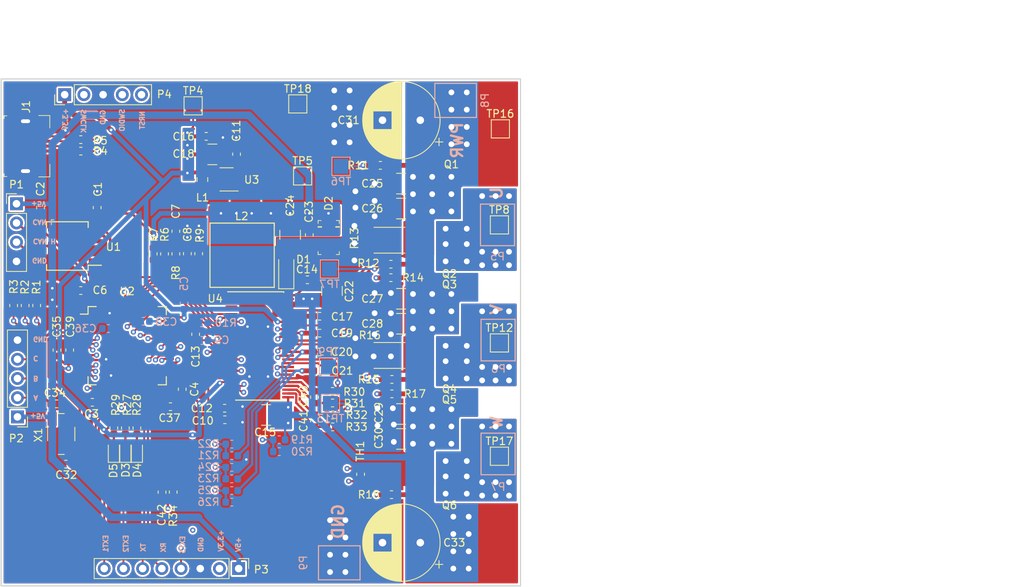
<source format=kicad_pcb>
(kicad_pcb (version 20171130) (host pcbnew 5.0.2-bee76a0~70~ubuntu18.04.1)
  (title_block (title MotorDriverXL) (rev V1.0))
  (layers (0 F.Cu signal) (1 GND1.Cu power) (2 GND2.Cu power) (31 B.Cu signal) (34 B.Paste user) (35 F.Paste user) (36 B.SilkS user) (37 F.SilkS user) (38 B.Mask user) (39 F.Mask user) (44 Edge.Cuts user))
  (net 0 "")
  (net 1 "Net-(C7-Pad2)")
  (net 2 V_SUPPLY)
  (net 3 "Net-(C9-Pad1)")
  (net 4 SH_A)
  (net 5 SH_B)
  (net 6 SH_C)
  (net 7 5V)
  (net 8 SL_A)
  (net 9 SL_B)
  (net 10 GH_A)
  (net 11 GL_A)
  (net 12 GH_B)
  (net 13 GL_B)
  (net 14 GH_C)
  (net 15 GL_C)
  (net 16 "Net-(U2-Pad4)")
  (net 17 FAULT)
  (net 18 DC_CAL)
  (net 19 EN_GATE)
  (net 20 INH_A)
  (net 21 INL_A)
  (net 22 INH_B)
  (net 23 INL_B)
  (net 24 INH_C)
  (net 25 INL_C)
  (net 26 VCC_3V3)
  (net 27 CURR_A)
  (net 28 CURR_B)
  (net 29 "Net-(U2-Pad55)")
  (net 30 "Net-(Q2-Pad2)")
  (net 31 "Net-(Q3-Pad2)")
  (net 32 "Net-(Q6-Pad2)")
  (net 33 "Net-(Q5-Pad2)")
  (net 34 "Net-(Q1-Pad2)")
  (net 35 "Net-(Q4-Pad2)")
  (net 36 "Net-(C17-Pad1)")
  (net 37 "Net-(J1-Pad3)")
  (net 38 "Net-(J1-Pad4)")
  (net 39 "Net-(J1-Pad2)")
  (net 40 "Net-(P1-Pad2)")
  (net 41 "Net-(P1-Pad3)")
  (net 42 SENS_B)
  (net 43 SENS_A)
  (net 44 SENS_SUPPLY)
  (net 45 SENS_C)
  (net 46 HALL_A)
  (net 47 HALL_B)
  (net 48 HALL_C)
  (net 49 USB_N)
  (net 50 "Net-(R6-Pad2)")
  (net 51 "Net-(C8-Pad2)")
  (net 52 "Net-(R10-Pad1)")
  (net 53 "Net-(R9-Pad2)")
  (net 54 "Net-(L1-Pad1)")
  (net 55 CAN_TX)
  (net 56 CAN_RX)
  (net 57 "Net-(U4-Pad4)")
  (net 58 "Net-(U4-Pad5)")
  (net 59 "Net-(C13-Pad1)")
  (net 60 "Net-(C13-Pad2)")
  (net 61 "Net-(C10-Pad1)")
  (net 62 "Net-(C12-Pad1)")
  (net 63 "Net-(C21-Pad2)")
  (net 64 "Net-(C20-Pad2)")
  (net 65 "Net-(C19-Pad2)")
  (net 66 "Net-(C17-Pad2)")
  (net 67 "Net-(U4-Pad55)")
  (net 68 "Net-(C14-Pad2)")
  (net 69 "Net-(U2-Pad2)")
  (net 70 "Net-(U2-Pad3)")
  (net 71 "Net-(U2-Pad10)")
  (net 72 "Net-(U2-Pad24)")
  (net 73 "Net-(U2-Pad28)")
  (net 74 "Net-(U2-Pad33)")
  (net 75 "Net-(U2-Pad54)")
  (net 76 "Net-(U2-Pad56)")
  (net 77 "Net-(U2-Pad58)")
  (net 78 MISO_ADC_EXT2)
  (net 79 NRST)
  (net 80 SWDIO)
  (net 81 SWCLK)
  (net 82 SP_A)
  (net 83 SP_B)
  (net 84 SN_A)
  (net 85 "Net-(D5-Pad2)")
  (net 86 "Net-(D4-Pad2)")
  (net 87 LED_RED)
  (net 88 LED_GREEN)
  (net 89 "Net-(D3-Pad2)")
  (net 90 SN_B)
  (net 91 GATE_CS)
  (net 92 GATE_SDI)
  (net 93 GATE_SDO)
  (net 94 GATE_SCLK)
  (net 95 "Net-(C34-Pad1)")
  (net 96 "Net-(C32-Pad1)")
  (net 97 NSS_RX_SDA)
  (net 98 SCK_ADC_EXT1)
  (net 99 MOSI_TX_SCL)
  (net 100 ADC_EXT3)
  (net 101 "Net-(C37-Pad1)")
  (net 102 USB_P)
  (net 103 "Net-(C38-Pad1)")
  (net 104 TEMP)
  (net 105 GND)
  (module TestPoint:TestPoint_Pad_2.0x2.0mm (layer F.Cu) (at 142.367 65.405)
    (fp_text reference TP18 (at 0 -1.998) (layer F.SilkS))
    (fp_text value TestPoint)
    (pad 1 smd rect (at 0 0) (size 2 2) (layers F.Cu F.Mask) (net 105 GND))
  )
  (module TestPoint:TestPoint_Pad_2.0x2.0mm (layer F.Cu) (at 169.037 112.014)
    (fp_text reference TP17 (at 0 -1.998) (layer F.SilkS))
    (fp_text value TestPoint)
    (pad 1 smd rect (at 0 0) (size 2 2) (layers F.Cu F.Mask) (net 6 SH_C))
  )
  (module TestPoint:TestPoint_Pad_2.0x2.0mm (layer F.Cu) (at 169.164 68.707)
    (fp_text reference TP16 (at 0 -1.998) (layer F.SilkS))
    (fp_text value TestPoint)
    (pad 1 smd rect (at 0 0) (size 2 2) (layers F.Cu F.Mask) (net 2 V_SUPPLY))
  )
  (module TestPoint:TestPoint_Pad_2.0x2.0mm (layer B.Cu) (at 146.685 105.029)
    (fp_text reference TP13 (at 0 1.998) (layer B.SilkS) (effects (justify mirror)))
    (fp_text value TestPoint)
    (pad 1 smd rect (at 0 0) (size 2 2) (layers B.Cu B.Mask) (net 9 SL_B))
  )
  (module TestPoint:TestPoint_Pad_2.0x2.0mm (layer F.Cu) (at 169.037 97.028)
    (fp_text reference TP12 (at 0 -1.998) (layer F.SilkS))
    (fp_text value TestPoint)
    (pad 1 smd rect (at 0 0) (size 2 2) (layers F.Cu F.Mask) (net 5 SH_B))
  )
  (module TestPoint:TestPoint_Pad_2.0x2.0mm (layer F.Cu) (at 143.002 74.93)
    (fp_text reference TP5 (at 0 -1.998) (layer F.SilkS))
    (fp_text value TestPoint)
    (pad 1 smd rect (at 0 0) (size 2 2) (layers F.Cu F.Mask) (net 7 5V))
  )
  (module TestPoint:TestPoint_Pad_2.0x2.0mm (layer B.Cu) (at 148.082 73.66)
    (fp_text reference TP6 (at 0 1.998) (layer B.SilkS) (effects (justify mirror)))
    (fp_text value TestPoint)
    (pad 1 smd rect (at 0 0) (size 2 2) (layers B.Cu B.Mask) (net 10 GH_A))
  )
  (module TestPoint:TestPoint_Pad_2.0x2.0mm (layer B.Cu) (at 146.558 87.249)
    (fp_text reference TP7 (at 0 1.998) (layer B.SilkS) (effects (justify mirror)))
    (fp_text value TestPoint)
    (pad 1 smd rect (at 0 0) (size 2 2) (layers B.Cu B.Mask) (net 11 GL_A))
  )
  (module TestPoint:TestPoint_Pad_2.0x2.0mm (layer F.Cu) (at 169.037 81.407)
    (fp_text reference TP8 (at 0 -1.998) (layer F.SilkS))
    (fp_text value TestPoint)
    (pad 1 smd rect (at 0 0) (size 2 2) (layers F.Cu F.Mask) (net 4 SH_A))
  )
  (module TestPoint:TestPoint_Pad_2.0x2.0mm (layer B.Cu) (at 146.431 100.203)
    (fp_text reference TP9 (at 0 -2.032) (layer B.SilkS) (effects (justify mirror)))
    (fp_text value TestPoint)
    (pad 1 smd rect (at 0 0) (size 2 2) (layers B.Cu B.Mask) (net 8 SL_A))
  )
  (module TestPoint:TestPoint_Pad_2.0x2.0mm (layer F.Cu) (at 128.524 65.659)
    (fp_text reference TP4 (at 0 -1.998) (layer F.SilkS))
    (fp_text value TestPoint)
    (pad 1 smd rect (at 0 0) (size 2 2) (layers F.Cu F.Mask) (net 26 VCC_3V3))
  )
  (module footprints:PAD_4x5 (layer B.Cu) (at 168.783 81.407)
    (fp_text reference P5 (at 0 4.191) (layer B.SilkS) (effects (justify mirror)))
    (fp_text value PAD_4x5)
    (pad 1 smd rect (at 0 0) (size 4 5) (layers B.Cu B.Mask) (net 4 SH_A))
  )
  (module footprints:PAD_4x5 (layer B.Cu) (at 147.8534 126.111 90)
    (fp_text reference P9 (at 0 -4.75 90) (layer B.SilkS) (effects (justify mirror)))
    (fp_text value PAD_4x5)
    (pad 1 smd rect (at 0 0 90) (size 4 5) (layers B.Cu B.Mask) (net 105 GND))
  )
  (module footprints:PAD_4x5 (layer B.Cu) (at 163.2458 64.9478 90)
    (fp_text reference P8 (at 0 3.8862 90) (layer B.SilkS) (effects (justify mirror)))
    (fp_text value PAD_4x5)
    (pad 1 smd rect (at 0 0 90) (size 4 5) (layers B.Cu B.Mask) (net 2 V_SUPPLY))
  )
  (module footprints:PAD_4x5 (layer B.Cu) (at 168.8592 111.7092)
    (fp_text reference P7 (at 0 4.3688) (layer B.SilkS) (effects (justify mirror)))
    (fp_text value PAD_4x5)
    (pad 1 smd rect (at 0 0) (size 4 5) (layers B.Cu B.Mask) (net 6 SH_C))
  )
  (module footprints:PAD_4x5 (layer B.Cu) (at 168.8592 96.647)
    (fp_text reference P6 (at 0.0508 3.81) (layer B.SilkS) (effects (justify mirror)))
    (fp_text value PAD_4x5)
    (pad 1 smd rect (at 0 0) (size 4 5) (layers B.Cu B.Mask) (net 5 SH_B))
  )
  (module Connector_PinHeader_2.54mm:PinHeader_1x05_P2.54mm_Vertical (layer F.Cu) (at 111.5314 64.1858 90)
    (fp_text reference P4 (at 0.0508 13.1826 180) (layer F.SilkS))
    (fp_text value CONN_SWD)
    (pad 5 thru_hole oval (at 0 10.16 90) (size 1.7 1.7) (drill 1) (layers *.Cu *.Mask) (net 79 NRST))
    (pad 4 thru_hole oval (at 0 7.62 90) (size 1.7 1.7) (drill 1) (layers *.Cu *.Mask) (net 80 SWDIO))
    (pad 3 thru_hole oval (at 0 5.08 90) (size 1.7 1.7) (drill 1) (layers *.Cu *.Mask) (net 105 GND))
    (pad 2 thru_hole oval (at 0 2.54 90) (size 1.7 1.7) (drill 1) (layers *.Cu *.Mask) (net 81 SWCLK))
    (pad 1 thru_hole rect (at 0 0 90) (size 1.7 1.7) (drill 1) (layers *.Cu *.Mask) (net 26 VCC_3V3))
  )
  (module Connector_PinHeader_2.54mm:PinHeader_1x05_P2.54mm_Vertical (layer F.Cu) (at 105.283 106.807 180)
    (fp_text reference P2 (at 0.1524 -2.8448 180) (layer F.SilkS))
    (fp_text value CONN_HALL)
    (pad 5 thru_hole oval (at 0 10.16 180) (size 1.7 1.7) (drill 1) (layers *.Cu *.Mask) (net 105 GND))
    (pad 4 thru_hole oval (at 0 7.62 180) (size 1.7 1.7) (drill 1) (layers *.Cu *.Mask) (net 48 HALL_C))
    (pad 3 thru_hole oval (at 0 5.08 180) (size 1.7 1.7) (drill 1) (layers *.Cu *.Mask) (net 47 HALL_B))
    (pad 2 thru_hole oval (at 0 2.54 180) (size 1.7 1.7) (drill 1) (layers *.Cu *.Mask) (net 46 HALL_A))
    (pad 1 thru_hole rect (at 0 0 180) (size 1.7 1.7) (drill 1) (layers *.Cu *.Mask) (net 7 5V))
  )
  (module Connector_PinHeader_2.54mm:PinHeader_1x08_P2.54mm_Vertical (layer F.Cu) (at 134.5438 126.873 270)
    (fp_text reference P3 (at 0.127 -2.9972) (layer F.SilkS))
    (fp_text value CONN_COMM)
    (pad 8 thru_hole oval (at 0 17.78 270) (size 1.7 1.7) (drill 1) (layers *.Cu *.Mask) (net 98 SCK_ADC_EXT1))
    (pad 7 thru_hole oval (at 0 15.24 270) (size 1.7 1.7) (drill 1) (layers *.Cu *.Mask) (net 78 MISO_ADC_EXT2))
    (pad 6 thru_hole oval (at 0 12.7 270) (size 1.7 1.7) (drill 1) (layers *.Cu *.Mask) (net 99 MOSI_TX_SCL))
    (pad 5 thru_hole oval (at 0 10.16 270) (size 1.7 1.7) (drill 1) (layers *.Cu *.Mask) (net 97 NSS_RX_SDA))
    (pad 4 thru_hole oval (at 0 7.62 270) (size 1.7 1.7) (drill 1) (layers *.Cu *.Mask) (net 100 ADC_EXT3))
    (pad 3 thru_hole oval (at 0 5.08 270) (size 1.7 1.7) (drill 1) (layers *.Cu *.Mask) (net 105 GND))
    (pad 2 thru_hole oval (at 0 2.54 270) (size 1.7 1.7) (drill 1) (layers *.Cu *.Mask) (net 26 VCC_3V3))
    (pad 1 thru_hole rect (at 0 0 270) (size 1.7 1.7) (drill 1) (layers *.Cu *.Mask) (net 7 5V))
  )
  (module Connector_PinHeader_2.54mm:PinHeader_1x04_P2.54mm_Vertical (layer F.Cu) (at 105.156 78.613)
    (fp_text reference P1 (at 0 -2.54) (layer F.SilkS))
    (fp_text value CONN_CAN)
    (pad 4 thru_hole oval (at 0 7.62) (size 1.7 1.7) (drill 1) (layers *.Cu *.Mask) (net 105 GND))
    (pad 3 thru_hole oval (at 0 5.08) (size 1.7 1.7) (drill 1) (layers *.Cu *.Mask) (net 41 "Net-(P1-Pad3)"))
    (pad 2 thru_hole oval (at 0 2.54) (size 1.7 1.7) (drill 1) (layers *.Cu *.Mask) (net 40 "Net-(P1-Pad2)"))
    (pad 1 thru_hole rect (at 0 0) (size 1.7 1.7) (drill 1) (layers *.Cu *.Mask) (net 7 5V))
  )
  (module Diode_SMD:D_SOD-123F (layer F.Cu) (at 140.843 87.6554 90)
    (fp_text reference D1 (at 1.6764 2.286 180) (layer F.SilkS))
    (fp_text value D_60V_2A_PMEG6020ER)
    (pad 2 smd rect (at 1.4 0 90) (size 1.1 1.1) (layers F.Cu F.Paste F.Mask) (net 105 GND))
    (pad 1 smd rect (at -1.4 0 90) (size 1.1 1.1) (layers F.Cu F.Paste F.Mask) (net 36 "Net-(C17-Pad1)"))
  )
  (module Capacitor_SMD:C_0603_1608Metric (layer F.Cu) (at 124.4092 116.7638 270)
    (fp_text reference C42 (at 3.0226 0.0508 270) (layer F.SilkS))
    (fp_text value CAP_2.2uF_25V_0603)
    (pad 2 smd roundrect (at 0.7875 0 270) (size 0.875 0.95) (layers F.Cu F.Paste F.Mask) (net 104 TEMP))
    (pad 1 smd roundrect (at -0.7875 0 270) (size 0.875 0.95) (layers F.Cu F.Paste F.Mask) (net 105 GND))
  )
  (module Resistor_SMD:R_0603_1608Metric (layer F.Cu) (at 125.886801 116.757399 90)
    (fp_text reference R34 (at -3.156001 -0.004401 90) (layer F.SilkS))
    (fp_text value RES_10K_1%_0603)
    (pad 2 smd roundrect (at 0.7875 0 90) (size 0.875 0.95) (layers F.Cu F.Paste F.Mask) (net 105 GND))
    (pad 1 smd roundrect (at -0.7875 0 90) (size 0.875 0.95) (layers F.Cu F.Paste F.Mask) (net 104 TEMP))
  )
  (module Resistor_SMD:R_0603_1608Metric (layer F.Cu) (at 150.6728 114.4016 90)
    (fp_text reference TH1 (at 3.048 -0.0508 90) (layer F.SilkS))
    (fp_text value TH_NTC_10K_1%_0603)
    (pad 2 smd roundrect (at 0.7875 0 90) (size 0.875 0.95) (layers F.Cu F.Paste F.Mask) (net 104 TEMP))
    (pad 1 smd roundrect (at -0.7875 0 90) (size 0.875 0.95) (layers F.Cu F.Paste F.Mask) (net 26 VCC_3V3))
  )
  (module "footprints:POWERPAK SO-8L SINGLE" (layer F.Cu) (at 162.3822 77.724 90)
    (fp_text reference Q1 (at 4.318 0.3048 180) (layer F.SilkS))
    (fp_text value Q_NMOS_60V_70A)
    (pad 1 smd rect (at 0 -0.8 90) (size 4.061 3.63) (layers F.Cu F.Paste F.Mask) (net 2 V_SUPPLY))
    (pad 1 smd rect (at -2.328 0 90) (size 0.595 0.61) (layers F.Cu F.Paste F.Mask) (net 2 V_SUPPLY))
    (pad 1 smd rect (at 2.328 0 90) (size 0.595 0.61) (layers F.Cu F.Paste F.Mask) (net 2 V_SUPPLY))
    (pad 1 smd rect (at 0 -2.87 90) (size 5 0.51) (layers F.Cu F.Paste F.Mask) (net 2 V_SUPPLY))
    (pad 3 smd rect (at -1.905 2.716 90) (size 0.41 0.82) (layers F.Cu F.Paste F.Mask) (net 4 SH_A))
    (pad 3 smd rect (at -0.635 2.716 90) (size 0.41 0.82) (layers F.Cu F.Paste F.Mask) (net 4 SH_A))
    (pad 3 smd rect (at 0.635 2.716 90) (size 0.41 0.82) (layers F.Cu F.Paste F.Mask) (net 4 SH_A))
    (pad 2 smd rect (at 1.905 2.716 90) (size 0.41 0.82) (layers F.Cu F.Paste F.Mask) (net 34 "Net-(Q1-Pad2)"))
  )
  (module digikey-footprints:DO-214AC (layer F.Cu) (at 146.4564 83.0834 270)
    (fp_text reference D2 (at -4.5212 0 270) (layer F.SilkS))
    (fp_text value D_TVS_5V)
    (pad K smd rect (at -2 0 270) (size 2.5 1.7) (layers F.Cu F.Paste F.Mask) (net 7 5V))
    (pad A smd rect (at 2 0 270) (size 2.5 1.7) (layers F.Cu F.Paste F.Mask) (net 105 GND))
  )
  (module Capacitor_SMD:C_0603_1608Metric (layer F.Cu) (at 144.5768 107.3023 270)
    (fp_text reference C41 (at 0.0635 1.4478 90) (layer F.SilkS))
    (fp_text value CAP_2.2nF_50V_0603)
    (pad 2 smd roundrect (at 0.7875 0 270) (size 0.875 0.95) (layers F.Cu F.Paste F.Mask) (net 83 SP_B))
    (pad 1 smd roundrect (at -0.7875 0 270) (size 0.875 0.95) (layers F.Cu F.Paste F.Mask) (net 90 SN_B))
  )
  (module Capacitor_SMD:C_0603_1608Metric (layer F.Cu) (at 144.5768 104.2035 270)
    (fp_text reference C40 (at -0.1397 1.4478 90) (layer F.SilkS))
    (fp_text value CAP_2.2nF_50V_0603)
    (pad 2 smd roundrect (at 0.7875 0 270) (size 0.875 0.95) (layers F.Cu F.Paste F.Mask) (net 82 SP_A))
    (pad 1 smd roundrect (at -0.7875 0 270) (size 0.875 0.95) (layers F.Cu F.Paste F.Mask) (net 84 SN_A))
  )
  (module Capacitor_SMD:C_0603_1608Metric (layer F.Cu) (at 112.1918 97.9678 270)
    (fp_text reference C39 (at -3.0988 -0.0762 270) (layer F.SilkS))
    (fp_text value CAP_2.2uF_25V_0603)
    (pad 2 smd roundrect (at 0.7875 0 270) (size 0.875 0.95) (layers F.Cu F.Paste F.Mask) (net 26 VCC_3V3))
    (pad 1 smd roundrect (at -0.7875 0 270) (size 0.875 0.95) (layers F.Cu F.Paste F.Mask) (net 105 GND))
  )
  (module Capacitor_SMD:C_0603_1608Metric (layer B.Cu) (at 121.9454 94.1578 180)
    (fp_text reference C38 (at -3.0226 -0.0762 180) (layer B.SilkS) (effects (justify mirror)))
    (fp_text value CAP_2.2uF_25V_0603)
    (pad 2 smd roundrect (at 0.7875 0 180) (size 0.875 0.95) (layers B.Cu B.Paste B.Mask) (net 105 GND))
    (pad 1 smd roundrect (at -0.7875 0 180) (size 0.875 0.95) (layers B.Cu B.Paste B.Mask) (net 103 "Net-(C38-Pad1)"))
  )
  (module Capacitor_SMD:C_0603_1608Metric (layer F.Cu) (at 125.5268 105.4608)
    (fp_text reference C37 (at -0.127 1.4986) (layer F.SilkS))
    (fp_text value CAP_2.2uF_25V_0603)
    (pad 2 smd roundrect (at 0.7875 0) (size 0.875 0.95) (layers F.Cu F.Paste F.Mask) (net 105 GND))
    (pad 1 smd roundrect (at -0.7875 0) (size 0.875 0.95) (layers F.Cu F.Paste F.Mask) (net 101 "Net-(C37-Pad1)"))
  )
  (module Capacitor_SMD:C_0603_1608Metric (layer F.Cu) (at 110.5154 97.9678 270)
    (fp_text reference C35 (at -3.0988 0.0254 270) (layer F.SilkS))
    (fp_text value CAP_2.2uF_25V_0603)
    (pad 2 smd roundrect (at 0.7875 0 270) (size 0.875 0.95) (layers F.Cu F.Paste F.Mask) (net 26 VCC_3V3))
    (pad 1 smd roundrect (at -0.7875 0 270) (size 0.875 0.95) (layers F.Cu F.Paste F.Mask) (net 105 GND))
  )
  (module Capacitor_SMD:C_0603_1608Metric (layer F.Cu) (at 110.463314 105.084668)
    (fp_text reference C34 (at -0.227314 -1.452668) (layer F.SilkS))
    (fp_text value CAP_15pF_16V_0603)
    (pad 2 smd roundrect (at 0.7875 0) (size 0.875 0.95) (layers F.Cu F.Paste F.Mask) (net 105 GND))
    (pad 1 smd roundrect (at -0.7875 0) (size 0.875 0.95) (layers F.Cu F.Paste F.Mask) (net 95 "Net-(C34-Pad1)"))
  )
  (module Capacitor_SMD:C_0603_1608Metric (layer F.Cu) (at 111.682514 113.060268 180)
    (fp_text reference C32 (at -0.061293 -1.426735 180) (layer F.SilkS))
    (fp_text value CAP_15pF_16V_0603)
    (pad 2 smd roundrect (at 0.7875 0 180) (size 0.875 0.95) (layers F.Cu F.Paste F.Mask) (net 105 GND))
    (pad 1 smd roundrect (at -0.7875 0 180) (size 0.875 0.95) (layers F.Cu F.Paste F.Mask) (net 96 "Net-(C32-Pad1)"))
  )
  (module Capacitor_SMD:C_0603_1608Metric (layer B.Cu) (at 117.2973 95.123)
    (fp_text reference C36 (at -2.9973 0) (layer B.SilkS) (effects (justify mirror)))
    (fp_text value CAP_100nF_50V_0603)
    (pad 2 smd roundrect (at 0.7875 0) (size 0.875 0.95) (layers B.Cu B.Paste B.Mask) (net 105 GND))
    (pad 1 smd roundrect (at -0.7875 0) (size 0.875 0.95) (layers B.Cu B.Paste B.Mask) (net 79 NRST))
  )
  (module Crystal:Crystal_SMD_Abracon_ABM3B-4Pin_5.0x3.2mm (layer F.Cu) (at 111.072914 109.072468 270)
    (fp_text reference X1 (at 0.131335 3.037507 270) (layer F.SilkS))
    (fp_text value XTAL_8Mhz_ABM3B)
    (pad 4 smd rect (at -2 -1.2 270) (size 1.8 1.2) (layers F.Cu F.Paste F.Mask))
    (pad 3 smd rect (at 2 -1.2 270) (size 1.8 1.2) (layers F.Cu F.Paste F.Mask) (net 96 "Net-(C32-Pad1)"))
    (pad 2 smd rect (at 2 1.2 270) (size 1.8 1.2) (layers F.Cu F.Paste F.Mask) (net 105 GND))
    (pad 1 smd rect (at -2 1.2 270) (size 1.8 1.2) (layers F.Cu F.Paste F.Mask) (net 95 "Net-(C34-Pad1)"))
  )
  (module LED_SMD:LED_0603_1608Metric (layer F.Cu) (at 121.0818 111.3282 90)
    (fp_text reference D4 (at -2.5654 0.0508 90) (layer F.SilkS))
    (fp_text value LED_RED)
    (pad 2 smd roundrect (at 0.7875 0 90) (size 0.875 0.95) (layers F.Cu F.Paste F.Mask) (net 86 "Net-(D4-Pad2)"))
    (pad 1 smd roundrect (at -0.7875 0 90) (size 0.875 0.95) (layers F.Cu F.Paste F.Mask) (net 105 GND))
  )
  (module LED_SMD:LED_0603_1608Metric (layer F.Cu) (at 118.0338 111.3282 90)
    (fp_text reference D5 (at -2.6162 -0.0508 90) (layer F.SilkS))
    (fp_text value LED_BLUE)
    (pad 2 smd roundrect (at 0.7875 0 90) (size 0.875 0.95) (layers F.Cu F.Paste F.Mask) (net 85 "Net-(D5-Pad2)"))
    (pad 1 smd roundrect (at -0.7875 0 90) (size 0.875 0.95) (layers F.Cu F.Paste F.Mask) (net 105 GND))
  )
  (module LED_SMD:LED_0603_1608Metric (layer F.Cu) (at 119.5578 111.3282 90)
    (fp_text reference D3 (at -2.54 0.0508 90) (layer F.SilkS))
    (fp_text value LED_GREEN)
    (pad 2 smd roundrect (at 0.7875 0 90) (size 0.875 0.95) (layers F.Cu F.Paste F.Mask) (net 89 "Net-(D3-Pad2)"))
    (pad 1 smd roundrect (at -0.7875 0 90) (size 0.875 0.95) (layers F.Cu F.Paste F.Mask) (net 105 GND))
  )
  (module Resistor_SMD:R_0603_1608Metric (layer F.Cu) (at 146.9898 106.553)
    (fp_text reference R32 (at 3.175 0) (layer F.SilkS))
    (fp_text value RES_100R_1%_0603)
    (pad 2 smd roundrect (at 0.7875 0) (size 0.875 0.95) (layers F.Cu F.Paste F.Mask) (net 9 SL_B))
    (pad 1 smd roundrect (at -0.7875 0) (size 0.875 0.95) (layers F.Cu F.Paste F.Mask) (net 90 SN_B))
  )
  (module Resistor_SMD:R_0603_1608Metric (layer F.Cu) (at 119.5578 108.2802 90)
    (fp_text reference R27 (at 3.048 0.254 90) (layer F.SilkS))
    (fp_text value RES_100R_1%_0603)
    (pad 2 smd roundrect (at 0.7875 0 90) (size 0.875 0.95) (layers F.Cu F.Paste F.Mask) (net 88 LED_GREEN))
    (pad 1 smd roundrect (at -0.7875 0 90) (size 0.875 0.95) (layers F.Cu F.Paste F.Mask) (net 89 "Net-(D3-Pad2)"))
  )
  (module Resistor_SMD:R_0603_1608Metric (layer F.Cu) (at 121.0818 108.2802 90)
    (fp_text reference R28 (at 3.048 0 90) (layer F.SilkS))
    (fp_text value RES_100R_1%_0603)
    (pad 2 smd roundrect (at 0.7875 0 90) (size 0.875 0.95) (layers F.Cu F.Paste F.Mask) (net 87 LED_RED))
    (pad 1 smd roundrect (at -0.7875 0 90) (size 0.875 0.95) (layers F.Cu F.Paste F.Mask) (net 86 "Net-(D4-Pad2)"))
  )
  (module Resistor_SMD:R_0603_1608Metric (layer F.Cu) (at 118.0338 108.2802 270)
    (fp_text reference R29 (at -3.048 -0.254 270) (layer F.SilkS))
    (fp_text value RES_2.2K_1%_0603)
    (pad 2 smd roundrect (at 0.7875 0 270) (size 0.875 0.95) (layers F.Cu F.Paste F.Mask) (net 85 "Net-(D5-Pad2)"))
    (pad 1 smd roundrect (at -0.7875 0 270) (size 0.875 0.95) (layers F.Cu F.Paste F.Mask) (net 26 VCC_3V3))
  )
  (module Resistor_SMD:R_0603_1608Metric (layer F.Cu) (at 146.9644 103.4415)
    (fp_text reference R30 (at 2.8702 0.0635) (layer F.SilkS))
    (fp_text value RES_100R_1%_0603)
    (pad 2 smd roundrect (at 0.7875 0) (size 0.875 0.95) (layers F.Cu F.Paste F.Mask) (net 8 SL_A))
    (pad 1 smd roundrect (at -0.7875 0) (size 0.875 0.95) (layers F.Cu F.Paste F.Mask) (net 84 SN_A))
  )
  (module Resistor_SMD:R_0603_1608Metric (layer F.Cu) (at 146.9898 108.1278)
    (fp_text reference R33 (at 3.1496 0) (layer F.SilkS))
    (fp_text value RES_100R_1%_0603)
    (pad 2 smd roundrect (at 0.7875 0) (size 0.875 0.95) (layers F.Cu F.Paste F.Mask) (net 105 GND))
    (pad 1 smd roundrect (at -0.7875 0) (size 0.875 0.95) (layers F.Cu F.Paste F.Mask) (net 83 SP_B))
  )
  (module Resistor_SMD:R_0603_1608Metric (layer F.Cu) (at 146.9644 104.9655)
    (fp_text reference R31 (at 2.921 0.0635) (layer F.SilkS))
    (fp_text value RES_100R_1%_0603)
    (pad 2 smd roundrect (at 0.7875 0) (size 0.875 0.95) (layers F.Cu F.Paste F.Mask) (net 105 GND))
    (pad 1 smd roundrect (at -0.7875 0) (size 0.875 0.95) (layers F.Cu F.Paste F.Mask) (net 82 SP_A))
  )
  (module Capacitor_THT:CP_Radial_D10.0mm_P5.00mm (layer F.Cu) (at 158.5722 67.564 180)
    (fp_text reference C31 (at 9.4742 0 180) (layer F.SilkS))
    (fp_text value CAPP_220uF_63V_10X15_THT)
    (pad 2 thru_hole circle (at 5 0 180) (size 2 2) (drill 1) (layers *.Cu *.Mask) (net 105 GND))
    (pad 1 thru_hole rect (at 0 0 180) (size 2 2) (drill 1) (layers *.Cu *.Mask) (net 2 V_SUPPLY))
  )
  (module Capacitor_THT:CP_Radial_D10.0mm_P5.00mm (layer F.Cu) (at 158.5722 123.444 180)
    (fp_text reference C33 (at -4.4958 0 180) (layer F.SilkS))
    (fp_text value CAPP_220uF_63V_10X15_THT)
    (pad 2 thru_hole circle (at 5 0 180) (size 2 2) (drill 1) (layers *.Cu *.Mask) (net 105 GND))
    (pad 1 thru_hole rect (at 0 0 180) (size 2 2) (drill 1) (layers *.Cu *.Mask) (net 2 V_SUPPLY))
  )
  (module Capacitor_SMD:C_0603_1608Metric (layer F.Cu) (at 127.762 85.217 270)
    (fp_text reference C8 (at -2.54 -0.0254 270) (layer F.SilkS))
    (fp_text value CAP_120pF_50V_0603)
    (pad 2 smd roundrect (at 0.7875 0 270) (size 0.875 0.95) (layers F.Cu F.Paste F.Mask) (net 51 "Net-(C8-Pad2)"))
    (pad 1 smd roundrect (at -0.7875 0 270) (size 0.875 0.95) (layers F.Cu F.Paste F.Mask) (net 105 GND))
  )
  (module Capacitor_SMD:C_0603_1608Metric (layer F.Cu) (at 128.8542 95.885 270)
    (fp_text reference C13 (at 2.9464 0 90) (layer F.SilkS))
    (fp_text value CAP_0.022uF_100V_0603)
    (pad 2 smd roundrect (at 0.7875 0 270) (size 0.875 0.95) (layers F.Cu F.Paste F.Mask) (net 60 "Net-(C13-Pad2)"))
    (pad 1 smd roundrect (at -0.7875 0 270) (size 0.875 0.95) (layers F.Cu F.Paste F.Mask) (net 59 "Net-(C13-Pad1)"))
  )
  (module Capacitor_SMD:C_0603_1608Metric (layer F.Cu) (at 130.2512 69.6976 180)
    (fp_text reference C16 (at 2.9972 -0.0254 180) (layer F.SilkS))
    (fp_text value CAP_2.2uF_25V_0603)
    (pad 2 smd roundrect (at 0.7875 0 180) (size 0.875 0.95) (layers F.Cu F.Paste F.Mask) (net 26 VCC_3V3))
    (pad 1 smd roundrect (at -0.7875 0 180) (size 0.875 0.95) (layers F.Cu F.Paste F.Mask) (net 105 GND))
  )
  (module Capacitor_SMD:C_0603_1608Metric (layer F.Cu) (at 145.2626 93.4974)
    (fp_text reference C17 (at 2.9464 0.0508 180) (layer F.SilkS))
    (fp_text value CAP_100nF_50V_0603)
    (pad 2 smd roundrect (at 0.7875 0) (size 0.875 0.95) (layers F.Cu F.Paste F.Mask) (net 66 "Net-(C17-Pad2)"))
    (pad 1 smd roundrect (at -0.7875 0) (size 0.875 0.95) (layers F.Cu F.Paste F.Mask) (net 36 "Net-(C17-Pad1)"))
  )
  (module Capacitor_SMD:C_0603_1608Metric (layer F.Cu) (at 145.2626 95.7326)
    (fp_text reference C19 (at 2.9464 0) (layer F.SilkS))
    (fp_text value CAP_100nF_50V_0603)
    (pad 2 smd roundrect (at 0.7875 0) (size 0.875 0.95) (layers F.Cu F.Paste F.Mask) (net 65 "Net-(C19-Pad2)"))
    (pad 1 smd roundrect (at -0.7875 0) (size 0.875 0.95) (layers F.Cu F.Paste F.Mask) (net 4 SH_A))
  )
  (module Capacitor_SMD:C_0603_1608Metric (layer F.Cu) (at 145.2626 98.2218)
    (fp_text reference C20 (at 2.9464 0) (layer F.SilkS))
    (fp_text value CAP_100nF_50V_0603)
    (pad 2 smd roundrect (at 0.7875 0) (size 0.875 0.95) (layers F.Cu F.Paste F.Mask) (net 64 "Net-(C20-Pad2)"))
    (pad 1 smd roundrect (at -0.7875 0) (size 0.875 0.95) (layers F.Cu F.Paste F.Mask) (net 5 SH_B))
  )
  (module Capacitor_SMD:C_0603_1608Metric (layer F.Cu) (at 145.2626 100.711)
    (fp_text reference C21 (at 2.9972 0) (layer F.SilkS))
    (fp_text value CAP_100nF_50V_0603)
    (pad 2 smd roundrect (at 0.7875 0) (size 0.875 0.95) (layers F.Cu F.Paste F.Mask) (net 63 "Net-(C21-Pad2)"))
    (pad 1 smd roundrect (at -0.7875 0) (size 0.875 0.95) (layers F.Cu F.Paste F.Mask) (net 6 SH_C))
  )
  (module Capacitor_SMD:C_0603_1608Metric (layer F.Cu) (at 143.891 82.7278 90)
    (fp_text reference C23 (at 3.048 -0.0508 270) (layer F.SilkS))
    (fp_text value CAP_2.2uF_25V_0603)
    (pad 2 smd roundrect (at 0.7875 0 90) (size 0.875 0.95) (layers F.Cu F.Paste F.Mask) (net 7 5V))
    (pad 1 smd roundrect (at -0.7875 0 90) (size 0.875 0.95) (layers F.Cu F.Paste F.Mask) (net 105 GND))
  )
  (module Capacitor_SMD:C_1210_3225Metric (layer F.Cu) (at 146.8882 90.1446 90)
    (fp_text reference C22 (at -0.0508 2.286 90) (layer F.SilkS))
    (fp_text value CAP_4.7uF_100V_1210)
    (pad 2 smd roundrect (at 1.4 0 90) (size 1.25 2.65) (layers F.Cu F.Paste F.Mask) (roundrect_rratio 0.2) (net 105 GND))
    (pad 1 smd roundrect (at -1.4 0 90) (size 1.25 2.65) (layers F.Cu F.Paste F.Mask) (roundrect_rratio 0.2) (net 2 V_SUPPLY))
  )
  (module Capacitor_SMD:C_1210_3225Metric (layer F.Cu) (at 141.351 82.715 270)
    (fp_text reference C24 (at -3.848 0 90) (layer F.SilkS))
    (fp_text value CAPP_100uF_6.3V_TANT)
    (pad 2 smd roundrect (at 1.4 0 270) (size 1.25 2.65) (layers F.Cu F.Paste F.Mask) (roundrect_rratio 0.2) (net 105 GND))
    (pad 1 smd roundrect (at -1.4 0 270) (size 1.25 2.65) (layers F.Cu F.Paste F.Mask) (roundrect_rratio 0.2) (net 7 5V))
  )
  (module Capacitor_SMD:C_1210_3225Metric (layer F.Cu) (at 156.0322 75.946 180)
    (fp_text reference C25 (at 3.81 0 180) (layer F.SilkS))
    (fp_text value CAP_4.7uF_100V_1210)
    (pad 2 smd roundrect (at 1.4 0 180) (size 1.25 2.65) (layers F.Cu F.Paste F.Mask) (roundrect_rratio 0.2) (net 105 GND))
    (pad 1 smd roundrect (at -1.4 0 180) (size 1.25 2.65) (layers F.Cu F.Paste F.Mask) (roundrect_rratio 0.2) (net 2 V_SUPPLY))
  )
  (module Capacitor_SMD:C_1210_3225Metric (layer F.Cu) (at 156.0322 79.248 180)
    (fp_text reference C26 (at 3.81 0 180) (layer F.SilkS))
    (fp_text value CAP_4.7uF_100V_1210)
    (pad 2 smd roundrect (at 1.4 0 180) (size 1.25 2.65) (layers F.Cu F.Paste F.Mask) (roundrect_rratio 0.2) (net 105 GND))
    (pad 1 smd roundrect (at -1.4 0 180) (size 1.25 2.65) (layers F.Cu F.Paste F.Mask) (roundrect_rratio 0.2) (net 2 V_SUPPLY))
  )
  (module Capacitor_SMD:C_1210_3225Metric (layer F.Cu) (at 156.0322 91.186 180)
    (fp_text reference C27 (at 3.81 0 180) (layer F.SilkS))
    (fp_text value CAP_4.7uF_100V_1210)
    (pad 2 smd roundrect (at 1.4 0 180) (size 1.25 2.65) (layers F.Cu F.Paste F.Mask) (roundrect_rratio 0.2) (net 105 GND))
    (pad 1 smd roundrect (at -1.4 0 180) (size 1.25 2.65) (layers F.Cu F.Paste F.Mask) (roundrect_rratio 0.2) (net 2 V_SUPPLY))
  )
  (module Capacitor_SMD:C_1210_3225Metric (layer F.Cu) (at 156.0322 106.426 180)
    (fp_text reference C29 (at 2.9464 0.127 270) (layer F.SilkS))
    (fp_text value CAP_4.7uF_100V_1210)
    (pad 2 smd roundrect (at 1.4 0 180) (size 1.25 2.65) (layers F.Cu F.Paste F.Mask) (roundrect_rratio 0.2) (net 105 GND))
    (pad 1 smd roundrect (at -1.4 0 180) (size 1.25 2.65) (layers F.Cu F.Paste F.Mask) (roundrect_rratio 0.2) (net 2 V_SUPPLY))
  )
  (module Capacitor_SMD:C_1210_3225Metric (layer F.Cu) (at 156.0322 109.728 180)
    (fp_text reference C30 (at 2.9464 0.127 270) (layer F.SilkS))
    (fp_text value CAP_4.7uF_100V_1210)
    (pad 2 smd roundrect (at 1.4 0 180) (size 1.25 2.65) (layers F.Cu F.Paste F.Mask) (roundrect_rratio 0.2) (net 105 GND))
    (pad 1 smd roundrect (at -1.4 0 180) (size 1.25 2.65) (layers F.Cu F.Paste F.Mask) (roundrect_rratio 0.2) (net 2 V_SUPPLY))
  )
  (module Capacitor_SMD:C_1210_3225Metric (layer F.Cu) (at 156.0322 94.488 180)
    (fp_text reference C28 (at 3.81 0 180) (layer F.SilkS))
    (fp_text value CAP_4.7uF_100V_1210)
    (pad 2 smd roundrect (at 1.4 0 180) (size 1.25 2.65) (layers F.Cu F.Paste F.Mask) (roundrect_rratio 0.2) (net 105 GND))
    (pad 1 smd roundrect (at -1.4 0 180) (size 1.25 2.65) (layers F.Cu F.Paste F.Mask) (roundrect_rratio 0.2) (net 2 V_SUPPLY))
  )
  (module Inductor_SMD:L_0805_2012Metric (layer F.Cu) (at 129.7432 75.4126 90)
    (fp_text reference L1 (at -2.3876 0.0254 -180) (layer F.SilkS))
    (fp_text value L_2.2uH_600mA_MLZ2012N2R2L)
    (pad 2 smd roundrect (at 0.9375 0 90) (size 0.975 1.4) (layers F.Cu F.Paste F.Mask) (net 26 VCC_3V3))
    (pad 1 smd roundrect (at -0.9375 0 90) (size 0.975 1.4) (layers F.Cu F.Paste F.Mask) (net 54 "Net-(L1-Pad1)"))
  )
  (module Package_QFP:LQFP-64_10x10mm_P0.5mm (layer F.Cu) (at 119.796893 97.387935)
    (fp_text reference U2 (at 0 -7.2) (layer F.SilkS))
    (fp_text value IC_STM32F405RGT6)
    (pad 64 smd rect (at -3.75 -5.7 90) (size 1 0.25) (layers F.Cu F.Paste F.Mask) (net 26 VCC_3V3))
    (pad 63 smd rect (at -3.25 -5.7 90) (size 1 0.25) (layers F.Cu F.Paste F.Mask) (net 105 GND))
    (pad 62 smd rect (at -2.75 -5.7 90) (size 1 0.25) (layers F.Cu F.Paste F.Mask) (net 55 CAN_TX))
    (pad 61 smd rect (at -2.25 -5.7 90) (size 1 0.25) (layers F.Cu F.Paste F.Mask) (net 56 CAN_RX))
    (pad 60 smd rect (at -1.75 -5.7 90) (size 1 0.25) (layers F.Cu F.Paste F.Mask) (net 105 GND))
    (pad 59 smd rect (at -1.25 -5.7 90) (size 1 0.25) (layers F.Cu F.Paste F.Mask) (net 17 FAULT))
    (pad 58 smd rect (at -0.75 -5.7 90) (size 1 0.25) (layers F.Cu F.Paste F.Mask) (net 77 "Net-(U2-Pad58)"))
    (pad 57 smd rect (at -0.25 -5.7 90) (size 1 0.25) (layers F.Cu F.Paste F.Mask) (net 19 EN_GATE))
    (pad 56 smd rect (at 0.25 -5.7 90) (size 1 0.25) (layers F.Cu F.Paste F.Mask) (net 76 "Net-(U2-Pad56)"))
    (pad 55 smd rect (at 0.75 -5.7 90) (size 1 0.25) (layers F.Cu F.Paste F.Mask) (net 29 "Net-(U2-Pad55)"))
    (pad 54 smd rect (at 1.25 -5.7 90) (size 1 0.25) (layers F.Cu F.Paste F.Mask) (net 75 "Net-(U2-Pad54)"))
    (pad 53 smd rect (at 1.75 -5.7 90) (size 1 0.25) (layers F.Cu F.Paste F.Mask) (net 92 GATE_SDI))
    (pad 52 smd rect (at 2.25 -5.7 90) (size 1 0.25) (layers F.Cu F.Paste F.Mask) (net 93 GATE_SDO))
    (pad 51 smd rect (at 2.75 -5.7 90) (size 1 0.25) (layers F.Cu F.Paste F.Mask) (net 94 GATE_SCLK))
    (pad 50 smd rect (at 3.25 -5.7 90) (size 1 0.25) (layers F.Cu F.Paste F.Mask) (net 18 DC_CAL))
    (pad 49 smd rect (at 3.75 -5.7 90) (size 1 0.25) (layers F.Cu F.Paste F.Mask) (net 81 SWCLK))
    (pad 48 smd rect (at 5.7 -3.75) (size 1 0.25) (layers F.Cu F.Paste F.Mask) (net 26 VCC_3V3))
    (pad 47 smd rect (at 5.7 -3.25) (size 1 0.25) (layers F.Cu F.Paste F.Mask) (net 103 "Net-(C38-Pad1)"))
    (pad 46 smd rect (at 5.7 -2.75) (size 1 0.25) (layers F.Cu F.Paste F.Mask) (net 80 SWDIO))
    (pad 45 smd rect (at 5.7 -2.25) (size 1 0.25) (layers F.Cu F.Paste F.Mask) (net 102 USB_P))
    (pad 44 smd rect (at 5.7 -1.75) (size 1 0.25) (layers F.Cu F.Paste F.Mask) (net 49 USB_N))
    (pad 43 smd rect (at 5.7 -1.25) (size 1 0.25) (layers F.Cu F.Paste F.Mask) (net 20 INH_A))
    (pad 42 smd rect (at 5.7 -0.75) (size 1 0.25) (layers F.Cu F.Paste F.Mask) (net 22 INH_B))
    (pad 41 smd rect (at 5.7 -0.25) (size 1 0.25) (layers F.Cu F.Paste F.Mask) (net 24 INH_C))
    (pad 40 smd rect (at 5.7 0.25) (size 1 0.25) (layers F.Cu F.Paste F.Mask) (net 91 GATE_CS))
    (pad 39 smd rect (at 5.7 0.75) (size 1 0.25) (layers F.Cu F.Paste F.Mask) (net 48 HALL_C))
    (pad 38 smd rect (at 5.7 1.25) (size 1 0.25) (layers F.Cu F.Paste F.Mask) (net 47 HALL_B))
    (pad 37 smd rect (at 5.7 1.75) (size 1 0.25) (layers F.Cu F.Paste F.Mask) (net 46 HALL_A))
    (pad 36 smd rect (at 5.7 2.25) (size 1 0.25) (layers F.Cu F.Paste F.Mask) (net 21 INL_A))
    (pad 35 smd rect (at 5.7 2.75) (size 1 0.25) (layers F.Cu F.Paste F.Mask) (net 23 INL_B))
    (pad 34 smd rect (at 5.7 3.25) (size 1 0.25) (layers F.Cu F.Paste F.Mask) (net 25 INL_C))
    (pad 33 smd rect (at 5.7 3.75) (size 1 0.25) (layers F.Cu F.Paste F.Mask) (net 74 "Net-(U2-Pad33)"))
    (pad 32 smd rect (at 3.75 5.7 90) (size 1 0.25) (layers F.Cu F.Paste F.Mask) (net 26 VCC_3V3))
    (pad 31 smd rect (at 3.25 5.7 90) (size 1 0.25) (layers F.Cu F.Paste F.Mask) (net 101 "Net-(C37-Pad1)"))
    (pad 30 smd rect (at 2.75 5.7 90) (size 1 0.25) (layers F.Cu F.Paste F.Mask) (net 97 NSS_RX_SDA))
    (pad 29 smd rect (at 2.25 5.7 90) (size 1 0.25) (layers F.Cu F.Paste F.Mask) (net 99 MOSI_TX_SCL))
    (pad 28 smd rect (at 1.75 5.7 90) (size 1 0.25) (layers F.Cu F.Paste F.Mask) (net 73 "Net-(U2-Pad28)"))
    (pad 27 smd rect (at 1.25 5.7 90) (size 1 0.25) (layers F.Cu F.Paste F.Mask) (net 87 LED_RED))
    (pad 26 smd rect (at 0.75 5.7 90) (size 1 0.25) (layers F.Cu F.Paste F.Mask) (net 88 LED_GREEN))
    (pad 25 smd rect (at 0.25 5.7 90) (size 1 0.25) (layers F.Cu F.Paste F.Mask) (net 100 ADC_EXT3))
    (pad 24 smd rect (at -0.25 5.7 90) (size 1 0.25) (layers F.Cu F.Paste F.Mask) (net 72 "Net-(U2-Pad24)"))
    (pad 23 smd rect (at -0.75 5.7 90) (size 1 0.25) (layers F.Cu F.Paste F.Mask) (net 99 MOSI_TX_SCL))
    (pad 22 smd rect (at -1.25 5.7 90) (size 1 0.25) (layers F.Cu F.Paste F.Mask) (net 78 MISO_ADC_EXT2))
    (pad 21 smd rect (at -1.75 5.7 90) (size 1 0.25) (layers F.Cu F.Paste F.Mask) (net 98 SCK_ADC_EXT1))
    (pad 20 smd rect (at -2.25 5.7 90) (size 1 0.25) (layers F.Cu F.Paste F.Mask) (net 97 NSS_RX_SDA))
    (pad 19 smd rect (at -2.75 5.7 90) (size 1 0.25) (layers F.Cu F.Paste F.Mask) (net 26 VCC_3V3))
    (pad 18 smd rect (at -3.25 5.7 90) (size 1 0.25) (layers F.Cu F.Paste F.Mask) (net 105 GND))
    (pad 17 smd rect (at -3.75 5.7 90) (size 1 0.25) (layers F.Cu F.Paste F.Mask) (net 104 TEMP))
    (pad 16 smd rect (at -5.7 3.75) (size 1 0.25) (layers F.Cu F.Paste F.Mask) (net 45 SENS_C))
    (pad 15 smd rect (at -5.7 3.25) (size 1 0.25) (layers F.Cu F.Paste F.Mask) (net 42 SENS_B))
    (pad 14 smd rect (at -5.7 2.75) (size 1 0.25) (layers F.Cu F.Paste F.Mask) (net 43 SENS_A))
    (pad 13 smd rect (at -5.7 2.25) (size 1 0.25) (layers F.Cu F.Paste F.Mask) (net 26 VCC_3V3))
    (pad 12 smd rect (at -5.7 1.75) (size 1 0.25) (layers F.Cu F.Paste F.Mask) (net 105 GND))
    (pad 11 smd rect (at -5.7 1.25) (size 1 0.25) (layers F.Cu F.Paste F.Mask) (net 44 SENS_SUPPLY))
    (pad 10 smd rect (at -5.7 0.75) (size 1 0.25) (layers F.Cu F.Paste F.Mask) (net 71 "Net-(U2-Pad10)"))
    (pad 9 smd rect (at -5.7 0.25) (size 1 0.25) (layers F.Cu F.Paste F.Mask) (net 28 CURR_B))
    (pad 8 smd rect (at -5.7 -0.25) (size 1 0.25) (layers F.Cu F.Paste F.Mask) (net 27 CURR_A))
    (pad 7 smd rect (at -5.7 -0.75) (size 1 0.25) (layers F.Cu F.Paste F.Mask) (net 79 NRST))
    (pad 6 smd rect (at -5.7 -1.25) (size 1 0.25) (layers F.Cu F.Paste F.Mask) (net 96 "Net-(C32-Pad1)"))
    (pad 5 smd rect (at -5.7 -1.75) (size 1 0.25) (layers F.Cu F.Paste F.Mask) (net 95 "Net-(C34-Pad1)"))
    (pad 4 smd rect (at -5.7 -2.25) (size 1 0.25) (layers F.Cu F.Paste F.Mask) (net 16 "Net-(U2-Pad4)"))
    (pad 3 smd rect (at -5.7 -2.75) (size 1 0.25) (layers F.Cu F.Paste F.Mask) (net 70 "Net-(U2-Pad3)"))
    (pad 2 smd rect (at -5.7 -3.25) (size 1 0.25) (layers F.Cu F.Paste F.Mask) (net 69 "Net-(U2-Pad2)"))
    (pad 1 smd rect (at -5.7 -3.75) (size 1 0.25) (layers F.Cu F.Paste F.Mask) (net 26 VCC_3V3))
  )
  (module Package_SO:HTSSOP-56-1EP_6.1x14mm_P0.5mm_EP3.61x6.35mm (layer F.Cu) (at 137.3378 97.4598)
    (fp_text reference U4 (at -5.8928 -6.2992) (layer F.SilkS))
    (fp_text value IC_DRV8301)
    (pad 57 smd rect (at 0 0) (size 3.61 6.35) (layers F.Cu F.Mask) (net 105 GND))
    (pad 56 smd rect (at 3.75 -6.75) (size 1.55 0.3) (layers F.Cu F.Paste F.Mask) (net 68 "Net-(C14-Pad2)"))
    (pad 55 smd rect (at 3.75 -6.25) (size 1.55 0.3) (layers F.Cu F.Paste F.Mask) (net 67 "Net-(U4-Pad55)"))
    (pad 54 smd rect (at 3.75 -5.75) (size 1.55 0.3) (layers F.Cu F.Paste F.Mask) (net 2 V_SUPPLY))
    (pad 53 smd rect (at 3.75 -5.25) (size 1.55 0.3) (layers F.Cu F.Paste F.Mask) (net 2 V_SUPPLY))
    (pad 52 smd rect (at 3.75 -4.75) (size 1.55 0.3) (layers F.Cu F.Paste F.Mask) (net 66 "Net-(C17-Pad2)"))
    (pad 51 smd rect (at 3.75 -4.25) (size 1.55 0.3) (layers F.Cu F.Paste F.Mask) (net 36 "Net-(C17-Pad1)"))
    (pad 50 smd rect (at 3.75 -3.75) (size 1.55 0.3) (layers F.Cu F.Paste F.Mask) (net 36 "Net-(C17-Pad1)"))
    (pad 49 smd rect (at 3.75 -3.25) (size 1.55 0.3) (layers F.Cu F.Paste F.Mask) (net 26 VCC_3V3))
    (pad 48 smd rect (at 3.75 -2.75) (size 1.55 0.3) (layers F.Cu F.Paste F.Mask) (net 65 "Net-(C19-Pad2)"))
    (pad 47 smd rect (at 3.75 -2.25) (size 1.55 0.3) (layers F.Cu F.Paste F.Mask) (net 10 GH_A))
    (pad 46 smd rect (at 3.75 -1.75) (size 1.55 0.3) (layers F.Cu F.Paste F.Mask) (net 4 SH_A))
    (pad 45 smd rect (at 3.75 -1.25) (size 1.55 0.3) (layers F.Cu F.Paste F.Mask) (net 11 GL_A))
    (pad 44 smd rect (at 3.75 -0.75) (size 1.55 0.3) (layers F.Cu F.Paste F.Mask) (net 8 SL_A))
    (pad 43 smd rect (at 3.75 -0.25) (size 1.55 0.3) (layers F.Cu F.Paste F.Mask) (net 64 "Net-(C20-Pad2)"))
    (pad 42 smd rect (at 3.75 0.25) (size 1.55 0.3) (layers F.Cu F.Paste F.Mask) (net 12 GH_B))
    (pad 41 smd rect (at 3.75 0.75) (size 1.55 0.3) (layers F.Cu F.Paste F.Mask) (net 5 SH_B))
    (pad 40 smd rect (at 3.75 1.25) (size 1.55 0.3) (layers F.Cu F.Paste F.Mask) (net 13 GL_B))
    (pad 39 smd rect (at 3.75 1.75) (size 1.55 0.3) (layers F.Cu F.Paste F.Mask) (net 9 SL_B))
    (pad 38 smd rect (at 3.75 2.25) (size 1.55 0.3) (layers F.Cu F.Paste F.Mask) (net 63 "Net-(C21-Pad2)"))
    (pad 37 smd rect (at 3.75 2.75) (size 1.55 0.3) (layers F.Cu F.Paste F.Mask) (net 14 GH_C))
    (pad 36 smd rect (at 3.75 3.25) (size 1.55 0.3) (layers F.Cu F.Paste F.Mask) (net 6 SH_C))
    (pad 35 smd rect (at 3.75 3.75) (size 1.55 0.3) (layers F.Cu F.Paste F.Mask) (net 15 GL_C))
    (pad 34 smd rect (at 3.75 4.25) (size 1.55 0.3) (layers F.Cu F.Paste F.Mask) (net 105 GND))
    (pad 33 smd rect (at 3.75 4.75) (size 1.55 0.3) (layers F.Cu F.Paste F.Mask) (net 84 SN_A))
    (pad 32 smd rect (at 3.75 5.25) (size 1.55 0.3) (layers F.Cu F.Paste F.Mask) (net 82 SP_A))
    (pad 31 smd rect (at 3.75 5.75) (size 1.55 0.3) (layers F.Cu F.Paste F.Mask) (net 90 SN_B))
    (pad 30 smd rect (at 3.75 6.25) (size 1.55 0.3) (layers F.Cu F.Paste F.Mask) (net 83 SP_B))
    (pad 29 smd rect (at 3.75 6.75) (size 1.55 0.3) (layers F.Cu F.Paste F.Mask) (net 2 V_SUPPLY))
    (pad 28 smd rect (at -3.75 6.75) (size 1.55 0.3) (layers F.Cu F.Paste F.Mask) (net 105 GND))
    (pad 27 smd rect (at -3.75 6.25) (size 1.55 0.3) (layers F.Cu F.Paste F.Mask) (net 62 "Net-(C12-Pad1)"))
    (pad 26 smd rect (at -3.75 5.75) (size 1.55 0.3) (layers F.Cu F.Paste F.Mask) (net 28 CURR_B))
    (pad 25 smd rect (at -3.75 5.25) (size 1.55 0.3) (layers F.Cu F.Paste F.Mask) (net 27 CURR_A))
    (pad 24 smd rect (at -3.75 4.75) (size 1.55 0.3) (layers F.Cu F.Paste F.Mask) (net 26 VCC_3V3))
    (pad 23 smd rect (at -3.75 4.25) (size 1.55 0.3) (layers F.Cu F.Paste F.Mask) (net 61 "Net-(C10-Pad1)"))
    (pad 22 smd rect (at -3.75 3.75) (size 1.55 0.3) (layers F.Cu F.Paste F.Mask) (net 25 INL_C))
    (pad 21 smd rect (at -3.75 3.25) (size 1.55 0.3) (layers F.Cu F.Paste F.Mask) (net 24 INH_C))
    (pad 20 smd rect (at -3.75 2.75) (size 1.55 0.3) (layers F.Cu F.Paste F.Mask) (net 23 INL_B))
    (pad 19 smd rect (at -3.75 2.25) (size 1.55 0.3) (layers F.Cu F.Paste F.Mask) (net 22 INH_B))
    (pad 18 smd rect (at -3.75 1.75) (size 1.55 0.3) (layers F.Cu F.Paste F.Mask) (net 21 INL_A))
    (pad 17 smd rect (at -3.75 1.25) (size 1.55 0.3) (layers F.Cu F.Paste F.Mask) (net 20 INH_A))
    (pad 16 smd rect (at -3.75 0.75) (size 1.55 0.3) (layers F.Cu F.Paste F.Mask) (net 19 EN_GATE))
    (pad 15 smd rect (at -3.75 0.25) (size 1.55 0.3) (layers F.Cu F.Paste F.Mask) (net 60 "Net-(C13-Pad2)"))
    (pad 14 smd rect (at -3.75 -0.25) (size 1.55 0.3) (layers F.Cu F.Paste F.Mask) (net 59 "Net-(C13-Pad1)"))
    (pad 13 smd rect (at -3.75 -0.75) (size 1.55 0.3) (layers F.Cu F.Paste F.Mask) (net 3 "Net-(C9-Pad1)"))
    (pad 12 smd rect (at -3.75 -1.25) (size 1.55 0.3) (layers F.Cu F.Paste F.Mask) (net 18 DC_CAL))
    (pad 11 smd rect (at -3.75 -1.75) (size 1.55 0.3) (layers F.Cu F.Paste F.Mask) (net 94 GATE_SCLK))
    (pad 10 smd rect (at -3.75 -2.25) (size 1.55 0.3) (layers F.Cu F.Paste F.Mask) (net 93 GATE_SDO))
    (pad 9 smd rect (at -3.75 -2.75) (size 1.55 0.3) (layers F.Cu F.Paste F.Mask) (net 92 GATE_SDI))
    (pad 8 smd rect (at -3.75 -3.25) (size 1.55 0.3) (layers F.Cu F.Paste F.Mask) (net 91 GATE_CS))
    (pad 7 smd rect (at -3.75 -3.75) (size 1.55 0.3) (layers F.Cu F.Paste F.Mask) (net 52 "Net-(R10-Pad1)"))
    (pad 6 smd rect (at -3.75 -4.25) (size 1.55 0.3) (layers F.Cu F.Paste F.Mask) (net 17 FAULT))
    (pad 5 smd rect (at -3.75 -4.75) (size 1.55 0.3) (layers F.Cu F.Paste F.Mask) (net 58 "Net-(U4-Pad5)"))
    (pad 4 smd rect (at -3.75 -5.25) (size 1.55 0.3) (layers F.Cu F.Paste F.Mask) (net 57 "Net-(U4-Pad4)"))
    (pad 3 smd rect (at -3.75 -5.75) (size 1.55 0.3) (layers F.Cu F.Paste F.Mask) (net 50 "Net-(R6-Pad2)"))
    (pad 2 smd rect (at -3.75 -6.25) (size 1.55 0.3) (layers F.Cu F.Paste F.Mask) (net 51 "Net-(C8-Pad2)"))
    (pad 1 smd rect (at -3.75 -6.75) (size 1.55 0.3) (layers F.Cu F.Paste F.Mask) (net 53 "Net-(R9-Pad2)"))
  )
  (module Package_SO:SO-8_5.3x6.2mm_P1.27mm (layer F.Cu) (at 111.887 84.201 180)
    (fp_text reference U1 (at -6.096 -0.127 180) (layer F.SilkS))
    (fp_text value IC_TJA1051T3)
    (pad 8 smd rect (at 3.7 -1.905 180) (size 1.75 0.55) (layers F.Cu F.Paste F.Mask) (net 105 GND))
    (pad 7 smd rect (at 3.7 -0.635 180) (size 1.75 0.55) (layers F.Cu F.Paste F.Mask) (net 41 "Net-(P1-Pad3)"))
    (pad 6 smd rect (at 3.7 0.635 180) (size 1.75 0.55) (layers F.Cu F.Paste F.Mask) (net 40 "Net-(P1-Pad2)"))
    (pad 5 smd rect (at 3.7 1.905 180) (size 1.75 0.55) (layers F.Cu F.Paste F.Mask) (net 26 VCC_3V3))
    (pad 4 smd rect (at -3.7 1.905 180) (size 1.75 0.55) (layers F.Cu F.Paste F.Mask) (net 56 CAN_RX))
    (pad 3 smd rect (at -3.7 0.635 180) (size 1.75 0.55) (layers F.Cu F.Paste F.Mask) (net 7 5V))
    (pad 2 smd rect (at -3.7 -0.635 180) (size 1.75 0.55) (layers F.Cu F.Paste F.Mask) (net 105 GND))
    (pad 1 smd rect (at -3.7 -1.905 180) (size 1.75 0.55) (layers F.Cu F.Paste F.Mask) (net 55 CAN_TX))
  )
  (module Package_TO_SOT_SMD:TSOT-23-5 (layer F.Cu) (at 132.9436 75.4126 180)
    (fp_text reference U3 (at -3.3274 -0.0254 180) (layer F.SilkS))
    (fp_text value IC_LM3671MF)
    (pad 5 smd rect (at 1.31 -0.95 180) (size 1.22 0.65) (layers F.Cu F.Paste F.Mask) (net 54 "Net-(L1-Pad1)"))
    (pad 4 smd rect (at 1.31 0.95 180) (size 1.22 0.65) (layers F.Cu F.Paste F.Mask) (net 26 VCC_3V3))
    (pad 3 smd rect (at -1.31 0.95 180) (size 1.22 0.65) (layers F.Cu F.Paste F.Mask) (net 7 5V))
    (pad 2 smd rect (at -1.31 0 180) (size 1.22 0.65) (layers F.Cu F.Paste F.Mask) (net 105 GND))
    (pad 1 smd rect (at -1.31 -0.95 180) (size 1.22 0.65) (layers F.Cu F.Paste F.Mask) (net 7 5V))
  )
  (module Resistor_SMD:R_0603_1608Metric (layer F.Cu) (at 126.238 85.2424 270)
    (fp_text reference R8 (at 2.5146 0 270) (layer F.SilkS))
    (fp_text value RES_15K_1%_0603)
    (pad 2 smd roundrect (at 0.7875 0 270) (size 0.875 0.95) (layers F.Cu F.Paste F.Mask) (net 51 "Net-(C8-Pad2)"))
    (pad 1 smd roundrect (at -0.7875 0 270) (size 0.875 0.95) (layers F.Cu F.Paste F.Mask) (net 1 "Net-(C7-Pad2)"))
  )
  (module Resistor_SMD:R_0603_1608Metric (layer B.Cu) (at 133.6294 118.0846 180)
    (fp_text reference R26 (at 3.0734 0.0254 180) (layer B.SilkS) (effects (justify mirror)))
    (fp_text value RES_2.2K_1%_0603)
    (pad 2 smd roundrect (at 0.7875 0 180) (size 0.875 0.95) (layers B.Cu B.Paste B.Mask) (net 45 SENS_C))
    (pad 1 smd roundrect (at -0.7875 0 180) (size 0.875 0.95) (layers B.Cu B.Paste B.Mask) (net 105 GND))
  )
  (module Resistor_SMD:R_0603_1608Metric (layer B.Cu) (at 133.6294 116.5606 180)
    (fp_text reference R25 (at 3.0734 0.0508 180) (layer B.SilkS) (effects (justify mirror)))
    (fp_text value RES_39K_1%_0603)
    (pad 2 smd roundrect (at 0.7875 0 180) (size 0.875 0.95) (layers B.Cu B.Paste B.Mask) (net 45 SENS_C))
    (pad 1 smd roundrect (at -0.7875 0 180) (size 0.875 0.95) (layers B.Cu B.Paste B.Mask) (net 6 SH_C))
  )
  (module Resistor_SMD:R_0603_1608Metric (layer F.Cu) (at 154.686 88.392 180)
    (fp_text reference R14 (at -2.921 0 180) (layer F.SilkS))
    (fp_text value RES_4.7R_1%_0603)
    (pad 2 smd roundrect (at 0.7875 0 180) (size 0.875 0.95) (layers F.Cu F.Paste F.Mask) (net 12 GH_B))
    (pad 1 smd roundrect (at -0.7875 0 180) (size 0.875 0.95) (layers F.Cu F.Paste F.Mask) (net 31 "Net-(Q3-Pad2)"))
  )
  (module Resistor_SMD:R_0603_1608Metric (layer F.Cu) (at 154.813 101.854 180)
    (fp_text reference R15 (at 3.048 0 180) (layer F.SilkS))
    (fp_text value RES_4.7R_1%_0603)
    (pad 2 smd roundrect (at 0.7875 0 180) (size 0.875 0.95) (layers F.Cu F.Paste F.Mask) (net 13 GL_B))
    (pad 1 smd roundrect (at -0.7875 0 180) (size 0.875 0.95) (layers F.Cu F.Paste F.Mask) (net 35 "Net-(Q4-Pad2)"))
  )
  (module Resistor_SMD:R_0603_1608Metric (layer F.Cu) (at 154.813 103.759 180)
    (fp_text reference R17 (at -3.048 0 180) (layer F.SilkS))
    (fp_text value RES_4.7R_1%_0603)
    (pad 2 smd roundrect (at 0.7875 0 180) (size 0.875 0.95) (layers F.Cu F.Paste F.Mask) (net 14 GH_C))
    (pad 1 smd roundrect (at -0.7875 0 180) (size 0.875 0.95) (layers F.Cu F.Paste F.Mask) (net 33 "Net-(Q5-Pad2)"))
  )
  (module Resistor_SMD:R_0603_1608Metric (layer F.Cu) (at 154.7622 117.094 180)
    (fp_text reference R18 (at 2.9972 0 180) (layer F.SilkS))
    (fp_text value RES_4.7R_1%_0603)
    (pad 2 smd roundrect (at 0.7875 0 180) (size 0.875 0.95) (layers F.Cu F.Paste F.Mask) (net 15 GL_C))
    (pad 1 smd roundrect (at -0.7875 0 180) (size 0.875 0.95) (layers F.Cu F.Paste F.Mask) (net 32 "Net-(Q6-Pad2)"))
  )
  (module Resistor_SMD:R_0603_1608Metric (layer B.Cu) (at 139.9032 109.8296 180)
    (fp_text reference R19 (at -3.0226 0.0254 180) (layer B.SilkS) (effects (justify mirror)))
    (fp_text value RES_39K_1%_0603)
    (pad 2 smd roundrect (at 0.7875 0 180) (size 0.875 0.95) (layers B.Cu B.Paste B.Mask) (net 44 SENS_SUPPLY))
    (pad 1 smd roundrect (at -0.7875 0 180) (size 0.875 0.95) (layers B.Cu B.Paste B.Mask) (net 2 V_SUPPLY))
  )
  (module Resistor_SMD:R_0603_1608Metric (layer B.Cu) (at 139.9032 111.4044 180)
    (fp_text reference R20 (at -3.0226 0 180) (layer B.SilkS) (effects (justify mirror)))
    (fp_text value RES_2.2K_1%_0603)
    (pad 2 smd roundrect (at 0.7875 0 180) (size 0.875 0.95) (layers B.Cu B.Paste B.Mask) (net 44 SENS_SUPPLY))
    (pad 1 smd roundrect (at -0.7875 0 180) (size 0.875 0.95) (layers B.Cu B.Paste B.Mask) (net 105 GND))
  )
  (module Resistor_SMD:R_0603_1608Metric (layer B.Cu) (at 133.6294 111.9378 180)
    (fp_text reference R21 (at 3.0734 0.0508 180) (layer B.SilkS) (effects (justify mirror)))
    (fp_text value RES_39K_1%_0603)
    (pad 2 smd roundrect (at 0.7875 0 180) (size 0.875 0.95) (layers B.Cu B.Paste B.Mask) (net 43 SENS_A))
    (pad 1 smd roundrect (at -0.7875 0 180) (size 0.875 0.95) (layers B.Cu B.Paste B.Mask) (net 4 SH_A))
  )
  (module Resistor_SMD:R_0603_1608Metric (layer B.Cu) (at 133.6294 110.4138 180)
    (fp_text reference R22 (at 3.0734 0.0508 180) (layer B.SilkS) (effects (justify mirror)))
    (fp_text value RES_2.2K_1%_0603)
    (pad 2 smd roundrect (at 0.7875 0 180) (size 0.875 0.95) (layers B.Cu B.Paste B.Mask) (net 43 SENS_A))
    (pad 1 smd roundrect (at -0.7875 0 180) (size 0.875 0.95) (layers B.Cu B.Paste B.Mask) (net 105 GND))
  )
  (module Resistor_SMD:R_0603_1608Metric (layer B.Cu) (at 133.619319 115.008722 180)
    (fp_text reference R23 (at 3.063319 0.073722 180) (layer B.SilkS) (effects (justify mirror)))
    (fp_text value RES_39K_1%_0603)
    (pad 2 smd roundrect (at 0.7875 0 180) (size 0.875 0.95) (layers B.Cu B.Paste B.Mask) (net 42 SENS_B))
    (pad 1 smd roundrect (at -0.7875 0 180) (size 0.875 0.95) (layers B.Cu B.Paste B.Mask) (net 5 SH_B))
  )
  (module Resistor_SMD:R_0603_1608Metric (layer F.Cu) (at 153.289 73.533 180)
    (fp_text reference R11 (at 2.921 0) (layer F.SilkS))
    (fp_text value RES_4.7R_1%_0603)
    (pad 2 smd roundrect (at 0.7875 0 180) (size 0.875 0.95) (layers F.Cu F.Paste F.Mask) (net 10 GH_A))
    (pad 1 smd roundrect (at -0.7875 0 180) (size 0.875 0.95) (layers F.Cu F.Paste F.Mask) (net 34 "Net-(Q1-Pad2)"))
  )
  (module Resistor_SMD:R_0603_1608Metric (layer B.Cu) (at 133.619319 113.484722 180)
    (fp_text reference R24 (at 3.063319 0.0508 180) (layer B.SilkS) (effects (justify mirror)))
    (fp_text value RES_2.2K_1%_0603)
    (pad 2 smd roundrect (at 0.7875 0 180) (size 0.875 0.95) (layers B.Cu B.Paste B.Mask) (net 42 SENS_B))
    (pad 1 smd roundrect (at -0.7875 0 180) (size 0.875 0.95) (layers B.Cu B.Paste B.Mask) (net 105 GND))
  )
  (module Resistor_SMD:R_2512_6332Metric (layer F.Cu) (at 154.4922 98.679 180)
    (fp_text reference R16 (at 2.6002 2.667 180) (layer F.SilkS))
    (fp_text value RES_1m_1%_SHUNT)
    (pad 2 smd roundrect (at 2.9 0 180) (size 1.35 3.35) (layers F.Cu F.Paste F.Mask) (roundrect_rratio 0.185185) (net 105 GND))
    (pad 1 smd roundrect (at -2.9 0 180) (size 1.35 3.35) (layers F.Cu F.Paste F.Mask) (roundrect_rratio 0.185185) (net 9 SL_B))
  )
  (module Resistor_SMD:R_2512_6332Metric (layer F.Cu) (at 154.4922 83.439 180)
    (fp_text reference R13 (at 4.6322 0.254 270) (layer F.SilkS))
    (fp_text value RES_1m_1%_SHUNT)
    (pad 2 smd roundrect (at 2.9 0 180) (size 1.35 3.35) (layers F.Cu F.Paste F.Mask) (roundrect_rratio 0.185185) (net 105 GND))
    (pad 1 smd roundrect (at -2.9 0 180) (size 1.35 3.35) (layers F.Cu F.Paste F.Mask) (roundrect_rratio 0.185185) (net 8 SL_A))
  )
  (module digikey-footprints:USB_Micro_B_Female_10118193-0001LF (layer F.Cu) (at 106.3498 70.993 270)
    (fp_text reference J1 (at -5.207 -0.0762 270) (layer F.SilkS))
    (fp_text value CONN_USB_B_Micro)
    (pad 3 smd rect (at 0 -2.675 270) (size 0.4 1.35) (layers F.Cu F.Paste F.Mask) (net 37 "Net-(J1-Pad3)"))
    (pad 4 smd rect (at 0.65 -2.675 270) (size 0.4 1.35) (layers F.Cu F.Paste F.Mask) (net 38 "Net-(J1-Pad4)"))
    (pad 5 smd rect (at 1.3 -2.675 270) (size 0.4 1.35) (layers F.Cu F.Paste F.Mask) (net 105 GND))
    (pad 2 smd rect (at -0.65 -2.675 270) (size 0.4 1.35) (layers F.Cu F.Paste F.Mask) (net 39 "Net-(J1-Pad2)"))
    (pad 1 smd rect (at -1.3 -2.675 270) (size 0.4 1.35) (layers F.Cu F.Paste F.Mask) (net 7 5V))
    (pad SH thru_hole oval (at 3.3 0 270) (size 0.9 1.6) (drill oval 0.5 1.2) (layers *.Cu *.Mask) (net 105 GND))
    (pad SH thru_hole oval (at -3.3 0 270) (size 0.9 1.6) (drill oval 0.5 1.2) (layers *.Cu *.Mask) (net 105 GND))
    (pad SH smd rect (at -3.2 -2.45 270) (size 1.6 1.4) (layers F.Cu F.Paste F.Mask) (net 105 GND))
    (pad SH smd rect (at 3.2 -2.45 270) (size 1.6 1.4) (layers F.Cu F.Paste F.Mask) (net 105 GND))
    (pad SH smd rect (at -1.2 0 270) (size 1.9 1.9) (layers F.Cu F.Paste F.Mask) (net 105 GND))
    (pad SH smd rect (at 1.2 0 270) (size 1.9 1.9) (layers F.Cu F.Paste F.Mask) (net 105 GND))
  )
  (module footprints:L_BOURNS_SDR0805 (layer F.Cu) (at 135.001 85.4202 270)
    (fp_text reference L2 (at -5.1562 0.0508) (layer F.SilkS))
    (fp_text value L_22uH_1.5A_SDR0805)
    (pad 1 smd rect (at 2.55 0 270) (size 2.7 8) (layers F.Cu F.Paste F.Mask) (net 36 "Net-(C17-Pad1)"))
    (pad 2 smd rect (at -2.55 0 270) (size 2.7 8) (layers F.Cu F.Paste F.Mask) (net 7 5V))
  )
  (module "footprints:POWERPAK SO-8L SINGLE" (layer F.Cu) (at 162.3822 99.314 270)
    (fp_text reference Q4 (at 3.81 -0.0508) (layer F.SilkS))
    (fp_text value Q_NMOS_60V_70A)
    (pad 1 smd rect (at 0 -0.8 270) (size 4.061 3.63) (layers F.Cu F.Paste F.Mask) (net 5 SH_B))
    (pad 1 smd rect (at -2.328 0 270) (size 0.595 0.61) (layers F.Cu F.Paste F.Mask) (net 5 SH_B))
    (pad 1 smd rect (at 2.328 0 270) (size 0.595 0.61) (layers F.Cu F.Paste F.Mask) (net 5 SH_B))
    (pad 1 smd rect (at 0 -2.87 270) (size 5 0.51) (layers F.Cu F.Paste F.Mask) (net 5 SH_B))
    (pad 3 smd rect (at -1.905 2.716 270) (size 0.41 0.82) (layers F.Cu F.Paste F.Mask) (net 9 SL_B))
    (pad 3 smd rect (at -0.635 2.716 270) (size 0.41 0.82) (layers F.Cu F.Paste F.Mask) (net 9 SL_B))
    (pad 3 smd rect (at 0.635 2.716 270) (size 0.41 0.82) (layers F.Cu F.Paste F.Mask) (net 9 SL_B))
    (pad 2 smd rect (at 1.905 2.716 270) (size 0.41 0.82) (layers F.Cu F.Paste F.Mask) (net 35 "Net-(Q4-Pad2)"))
  )
  (module "footprints:POWERPAK SO-8L SINGLE" (layer F.Cu) (at 162.3822 108.204 90)
    (fp_text reference Q5 (at 3.683 0.0508 180) (layer F.SilkS))
    (fp_text value Q_NMOS_60V_70A)
    (pad 1 smd rect (at 0 -0.8 90) (size 4.061 3.63) (layers F.Cu F.Paste F.Mask) (net 2 V_SUPPLY))
    (pad 1 smd rect (at -2.328 0 90) (size 0.595 0.61) (layers F.Cu F.Paste F.Mask) (net 2 V_SUPPLY))
    (pad 1 smd rect (at 2.328 0 90) (size 0.595 0.61) (layers F.Cu F.Paste F.Mask) (net 2 V_SUPPLY))
    (pad 1 smd rect (at 0 -2.87 90) (size 5 0.51) (layers F.Cu F.Paste F.Mask) (net 2 V_SUPPLY))
    (pad 3 smd rect (at -1.905 2.716 90) (size 0.41 0.82) (layers F.Cu F.Paste F.Mask) (net 6 SH_C))
    (pad 3 smd rect (at -0.635 2.716 90) (size 0.41 0.82) (layers F.Cu F.Paste F.Mask) (net 6 SH_C))
    (pad 3 smd rect (at 0.635 2.716 90) (size 0.41 0.82) (layers F.Cu F.Paste F.Mask) (net 6 SH_C))
    (pad 2 smd rect (at 1.905 2.716 90) (size 0.41 0.82) (layers F.Cu F.Paste F.Mask) (net 33 "Net-(Q5-Pad2)"))
  )
  (module "footprints:POWERPAK SO-8L SINGLE" (layer F.Cu) (at 162.3822 114.554 270)
    (fp_text reference Q6 (at 3.937 -0.0508) (layer F.SilkS))
    (fp_text value Q_NMOS_60V_70A)
    (pad 1 smd rect (at 0 -0.8 270) (size 4.061 3.63) (layers F.Cu F.Paste F.Mask) (net 6 SH_C))
    (pad 1 smd rect (at -2.328 0 270) (size 0.595 0.61) (layers F.Cu F.Paste F.Mask) (net 6 SH_C))
    (pad 1 smd rect (at 2.328 0 270) (size 0.595 0.61) (layers F.Cu F.Paste F.Mask) (net 6 SH_C))
    (pad 1 smd rect (at 0 -2.87 270) (size 5 0.51) (layers F.Cu F.Paste F.Mask) (net 6 SH_C))
    (pad 3 smd rect (at -1.905 2.716 270) (size 0.41 0.82) (layers F.Cu F.Paste F.Mask) (net 105 GND))
    (pad 3 smd rect (at -0.635 2.716 270) (size 0.41 0.82) (layers F.Cu F.Paste F.Mask) (net 105 GND))
    (pad 3 smd rect (at 0.635 2.716 270) (size 0.41 0.82) (layers F.Cu F.Paste F.Mask) (net 105 GND))
    (pad 2 smd rect (at 1.905 2.716 270) (size 0.41 0.82) (layers F.Cu F.Paste F.Mask) (net 32 "Net-(Q6-Pad2)"))
  )
  (module "footprints:POWERPAK SO-8L SINGLE" (layer F.Cu) (at 162.3822 92.964 90)
    (fp_text reference Q3 (at 3.683 0.0508 180) (layer F.SilkS))
    (fp_text value Q_NMOS_60V_70A)
    (pad 1 smd rect (at 0 -0.8 90) (size 4.061 3.63) (layers F.Cu F.Paste F.Mask) (net 2 V_SUPPLY))
    (pad 1 smd rect (at -2.328 0 90) (size 0.595 0.61) (layers F.Cu F.Paste F.Mask) (net 2 V_SUPPLY))
    (pad 1 smd rect (at 2.328 0 90) (size 0.595 0.61) (layers F.Cu F.Paste F.Mask) (net 2 V_SUPPLY))
    (pad 1 smd rect (at 0 -2.87 90) (size 5 0.51) (layers F.Cu F.Paste F.Mask) (net 2 V_SUPPLY))
    (pad 3 smd rect (at -1.905 2.716 90) (size 0.41 0.82) (layers F.Cu F.Paste F.Mask) (net 5 SH_B))
    (pad 3 smd rect (at -0.635 2.716 90) (size 0.41 0.82) (layers F.Cu F.Paste F.Mask) (net 5 SH_B))
    (pad 3 smd rect (at 0.635 2.716 90) (size 0.41 0.82) (layers F.Cu F.Paste F.Mask) (net 5 SH_B))
    (pad 2 smd rect (at 1.905 2.716 90) (size 0.41 0.82) (layers F.Cu F.Paste F.Mask) (net 31 "Net-(Q3-Pad2)"))
  )
  (module "footprints:POWERPAK SO-8L SINGLE" (layer F.Cu) (at 162.3822 84.074 270)
    (fp_text reference Q2 (at 3.81 -0.0508) (layer F.SilkS))
    (fp_text value Q_NMOS_60V_70A)
    (pad 1 smd rect (at 0 -0.8 270) (size 4.061 3.63) (layers F.Cu F.Paste F.Mask) (net 4 SH_A))
    (pad 1 smd rect (at -2.328 0 270) (size 0.595 0.61) (layers F.Cu F.Paste F.Mask) (net 4 SH_A))
    (pad 1 smd rect (at 2.328 0 270) (size 0.595 0.61) (layers F.Cu F.Paste F.Mask) (net 4 SH_A))
    (pad 1 smd rect (at 0 -2.87 270) (size 5 0.51) (layers F.Cu F.Paste F.Mask) (net 4 SH_A))
    (pad 3 smd rect (at -1.905 2.716 270) (size 0.41 0.82) (layers F.Cu F.Paste F.Mask) (net 8 SL_A))
    (pad 3 smd rect (at -0.635 2.716 270) (size 0.41 0.82) (layers F.Cu F.Paste F.Mask) (net 8 SL_A))
    (pad 3 smd rect (at 0.635 2.716 270) (size 0.41 0.82) (layers F.Cu F.Paste F.Mask) (net 8 SL_A))
    (pad 2 smd rect (at 1.905 2.716 270) (size 0.41 0.82) (layers F.Cu F.Paste F.Mask) (net 30 "Net-(Q2-Pad2)"))
  )
  (module Capacitor_SMD:C_0603_1608Metric (layer F.Cu) (at 115.824 79.121 270)
    (fp_text reference C1 (at -2.413 -0.1016 270) (layer F.SilkS))
    (fp_text value CAP_2.2uF_25V_0603)
    (pad 2 smd roundrect (at 0.7875 0 270) (size 0.875 0.95) (layers F.Cu F.Paste F.Mask) (net 7 5V))
    (pad 1 smd roundrect (at -0.7875 0 270) (size 0.875 0.95) (layers F.Cu F.Paste F.Mask) (net 105 GND))
  )
  (module Capacitor_SMD:C_0603_1608Metric (layer F.Cu) (at 108.331 79.121 270)
    (fp_text reference C2 (at -2.4638 0 270) (layer F.SilkS))
    (fp_text value CAP_2.2uF_25V_0603)
    (pad 2 smd roundrect (at 0.7875 0 270) (size 0.875 0.95) (layers F.Cu F.Paste F.Mask) (net 26 VCC_3V3))
    (pad 1 smd roundrect (at -0.7875 0 270) (size 0.875 0.95) (layers F.Cu F.Paste F.Mask) (net 105 GND))
  )
  (module Capacitor_SMD:C_0603_1608Metric (layer F.Cu) (at 115.189 104.8766)
    (fp_text reference C3 (at -0.1016 1.524) (layer F.SilkS))
    (fp_text value CAP_2.2uF_25V_0603)
    (pad 2 smd roundrect (at 0.7875 0) (size 0.875 0.95) (layers F.Cu F.Paste F.Mask) (net 26 VCC_3V3))
    (pad 1 smd roundrect (at -0.7875 0) (size 0.875 0.95) (layers F.Cu F.Paste F.Mask) (net 105 GND))
  )
  (module Capacitor_SMD:C_0603_1608Metric (layer F.Cu) (at 127.0762 103.1494 90)
    (fp_text reference C4 (at 0 1.6256 90) (layer F.SilkS))
    (fp_text value CAP_2.2uF_25V_0603)
    (pad 2 smd roundrect (at 0.7875 0 90) (size 0.875 0.95) (layers F.Cu F.Paste F.Mask) (net 105 GND))
    (pad 1 smd roundrect (at -0.7875 0 90) (size 0.875 0.95) (layers F.Cu F.Paste F.Mask) (net 26 VCC_3V3))
  )
  (module Capacitor_SMD:C_0603_1608Metric (layer B.Cu) (at 127.3302 91.7702 90)
    (fp_text reference C5 (at 2.5908 0 90) (layer B.SilkS) (effects (justify mirror)))
    (fp_text value CAP_2.2uF_25V_0603)
    (pad 2 smd roundrect (at 0.7875 0 90) (size 0.875 0.95) (layers B.Cu B.Paste B.Mask) (net 105 GND))
    (pad 1 smd roundrect (at -0.7875 0 90) (size 0.875 0.95) (layers B.Cu B.Paste B.Mask) (net 26 VCC_3V3))
  )
  (module Capacitor_SMD:C_0603_1608Metric (layer F.Cu) (at 113.665 90.0938 180)
    (fp_text reference C6 (at -2.54 0.0508 180) (layer F.SilkS))
    (fp_text value CAP_2.2uF_25V_0603)
    (pad 2 smd roundrect (at 0.7875 0 180) (size 0.875 0.95) (layers F.Cu F.Paste F.Mask) (net 105 GND))
    (pad 1 smd roundrect (at -0.7875 0 180) (size 0.875 0.95) (layers F.Cu F.Paste F.Mask) (net 26 VCC_3V3))
  )
  (module Capacitor_SMD:C_0603_1608Metric (layer F.Cu) (at 126.238 82.2452 270)
    (fp_text reference C7 (at -2.6162 0 270) (layer F.SilkS))
    (fp_text value CAP_6.8nF_10V_0603)
    (pad 2 smd roundrect (at 0.7875 0 270) (size 0.875 0.95) (layers F.Cu F.Paste F.Mask) (net 1 "Net-(C7-Pad2)"))
    (pad 1 smd roundrect (at -0.7875 0 270) (size 0.875 0.95) (layers F.Cu F.Paste F.Mask) (net 105 GND))
  )
  (module Capacitor_SMD:C_0603_1608Metric (layer B.Cu) (at 129.7178 96.6978 180)
    (fp_text reference C9 (at -2.6162 0.0508 180) (layer B.SilkS) (effects (justify mirror)))
    (fp_text value CAP_2.2uF_25V_0603)
    (pad 2 smd roundrect (at 0.7875 0 180) (size 0.875 0.95) (layers B.Cu B.Paste B.Mask) (net 105 GND))
    (pad 1 smd roundrect (at -0.7875 0 180) (size 0.875 0.95) (layers B.Cu B.Paste B.Mask) (net 3 "Net-(C9-Pad1)"))
  )
  (module Capacitor_SMD:C_0603_1608Metric (layer F.Cu) (at 132.715 107.188)
    (fp_text reference C10 (at -2.921 0.127 -180) (layer F.SilkS))
    (fp_text value CAP_2.2uF_25V_0603)
    (pad 2 smd roundrect (at 0.7875 0) (size 0.875 0.95) (layers F.Cu F.Paste F.Mask) (net 105 GND))
    (pad 1 smd roundrect (at -0.7875 0) (size 0.875 0.95) (layers F.Cu F.Paste F.Mask) (net 61 "Net-(C10-Pad1)"))
  )
  (module Capacitor_SMD:C_0603_1608Metric (layer F.Cu) (at 134.2644 72.0598 270)
    (fp_text reference C11 (at -3.0988 0.0254 270) (layer F.SilkS))
    (fp_text value CAP_2.2uF_25V_0603)
    (pad 2 smd roundrect (at 0.7875 0 270) (size 0.875 0.95) (layers F.Cu F.Paste F.Mask) (net 7 5V))
    (pad 1 smd roundrect (at -0.7875 0 270) (size 0.875 0.95) (layers F.Cu F.Paste F.Mask) (net 105 GND))
  )
  (module Capacitor_SMD:C_0603_1608Metric (layer F.Cu) (at 132.6895 105.664)
    (fp_text reference C12 (at -3.0225 0 -180) (layer F.SilkS))
    (fp_text value CAP_2.2uF_25V_0603)
    (pad 2 smd roundrect (at 0.7875 0) (size 0.875 0.95) (layers F.Cu F.Paste F.Mask) (net 105 GND))
    (pad 1 smd roundrect (at -0.7875 0) (size 0.875 0.95) (layers F.Cu F.Paste F.Mask) (net 62 "Net-(C12-Pad1)"))
  )
  (module Capacitor_SMD:C_0603_1608Metric (layer F.Cu) (at 143.637 88.6714 180)
    (fp_text reference C14 (at 0.0508 1.3716) (layer F.SilkS))
    (fp_text value CAP_15nF_50V_0603)
    (pad 2 smd roundrect (at 0.7875 0 180) (size 0.875 0.95) (layers F.Cu F.Paste F.Mask) (net 68 "Net-(C14-Pad2)"))
    (pad 1 smd roundrect (at -0.7875 0 180) (size 0.875 0.95) (layers F.Cu F.Paste F.Mask) (net 105 GND))
  )
  (module Capacitor_SMD:C_1210_3225Metric (layer F.Cu) (at 138.176 106.553 180)
    (fp_text reference C15 (at 0.127 -2.286) (layer F.SilkS))
    (fp_text value CAP_4.7uF_100V_1210)
    (pad 2 smd roundrect (at 1.4 0 180) (size 1.25 2.65) (layers F.Cu F.Paste F.Mask) (roundrect_rratio 0.2) (net 105 GND))
    (pad 1 smd roundrect (at -1.4 0 180) (size 1.25 2.65) (layers F.Cu F.Paste F.Mask) (roundrect_rratio 0.2) (net 2 V_SUPPLY))
  )
  (module Capacitor_SMD:C_1210_3225Metric (layer F.Cu) (at 131.064 72.0852)
    (fp_text reference C18 (at -3.81 -0.0762) (layer F.SilkS))
    (fp_text value CAPP_100uF_6.3V_TANT)
    (pad 2 smd roundrect (at 1.4 0) (size 1.25 2.65) (layers F.Cu F.Paste F.Mask) (roundrect_rratio 0.2) (net 105 GND))
    (pad 1 smd roundrect (at -1.4 0) (size 1.25 2.65) (layers F.Cu F.Paste F.Mask) (roundrect_rratio 0.2) (net 26 VCC_3V3))
  )
  (module Resistor_SMD:R_0603_1608Metric (layer F.Cu) (at 107.823 92.075 90)
    (fp_text reference R1 (at 2.4384 -0.0254 90) (layer F.SilkS))
    (fp_text value RES_2.2K_1%_0603)
    (pad 2 smd roundrect (at 0.7875 0 90) (size 0.875 0.95) (layers F.Cu F.Paste F.Mask) (net 7 5V))
    (pad 1 smd roundrect (at -0.7875 0 90) (size 0.875 0.95) (layers F.Cu F.Paste F.Mask) (net 46 HALL_A))
  )
  (module Resistor_SMD:R_0603_1608Metric (layer F.Cu) (at 106.299 92.075 90)
    (fp_text reference R2 (at 2.4384 -0.0254 90) (layer F.SilkS))
    (fp_text value RES_2.2K_1%_0603)
    (pad 2 smd roundrect (at 0.7875 0 90) (size 0.875 0.95) (layers F.Cu F.Paste F.Mask) (net 7 5V))
    (pad 1 smd roundrect (at -0.7875 0 90) (size 0.875 0.95) (layers F.Cu F.Paste F.Mask) (net 47 HALL_B))
  )
  (module Resistor_SMD:R_0603_1608Metric (layer F.Cu) (at 104.775 92.075 90)
    (fp_text reference R3 (at 2.4892 0.0254 90) (layer F.SilkS))
    (fp_text value RES_2.2K_1%_0603)
    (pad 2 smd roundrect (at 0.7875 0 90) (size 0.875 0.95) (layers F.Cu F.Paste F.Mask) (net 7 5V))
    (pad 1 smd roundrect (at -0.7875 0 90) (size 0.875 0.95) (layers F.Cu F.Paste F.Mask) (net 48 HALL_C))
  )
  (module Resistor_SMD:R_0603_1608Metric (layer F.Cu) (at 113.665 71.6534 180)
    (fp_text reference R4 (at -2.5908 0.0254 180) (layer F.SilkS))
    (fp_text value RES_22R_1%_0603)
    (pad 2 smd roundrect (at 0.7875 0 180) (size 0.875 0.95) (layers F.Cu F.Paste F.Mask) (net 37 "Net-(J1-Pad3)"))
    (pad 1 smd roundrect (at -0.7875 0 180) (size 0.875 0.95) (layers F.Cu F.Paste F.Mask) (net 102 USB_P))
  )
  (module Resistor_SMD:R_0603_1608Metric (layer F.Cu) (at 113.665 70.1294 180)
    (fp_text reference R5 (at -2.5654 -0.127 180) (layer F.SilkS))
    (fp_text value RES_22R_1%_0603)
    (pad 2 smd roundrect (at 0.7875 0 180) (size 0.875 0.95) (layers F.Cu F.Paste F.Mask) (net 39 "Net-(J1-Pad2)"))
    (pad 1 smd roundrect (at -0.7875 0 180) (size 0.875 0.95) (layers F.Cu F.Paste F.Mask) (net 49 USB_N))
  )
  (module Resistor_SMD:R_0603_1608Metric (layer F.Cu) (at 124.7394 85.2424 270)
    (fp_text reference R6 (at -2.5654 -0.0254 270) (layer F.SilkS))
    (fp_text value RES_3.3K_1%_0603)
    (pad 2 smd roundrect (at 0.7875 0 270) (size 0.875 0.95) (layers F.Cu F.Paste F.Mask) (net 50 "Net-(R6-Pad2)"))
    (pad 1 smd roundrect (at -0.7875 0 270) (size 0.875 0.95) (layers F.Cu F.Paste F.Mask) (net 105 GND))
  )
  (module Resistor_SMD:R_0603_1608Metric (layer F.Cu) (at 123.2408 85.2424 90)
    (fp_text reference R7 (at 2.5654 0.0762 90) (layer F.SilkS))
    (fp_text value RES_18K_1%_0603)
    (pad 2 smd roundrect (at 0.7875 0 90) (size 0.875 0.95) (layers F.Cu F.Paste F.Mask) (net 7 5V))
    (pad 1 smd roundrect (at -0.7875 0 90) (size 0.875 0.95) (layers F.Cu F.Paste F.Mask) (net 50 "Net-(R6-Pad2)"))
  )
  (module Resistor_SMD:R_0603_1608Metric (layer F.Cu) (at 129.2606 85.217 270)
    (fp_text reference R9 (at -2.413 -0.1524 90) (layer F.SilkS))
    (fp_text value RES_220K_1%_0603)
    (pad 2 smd roundrect (at 0.7875 0 270) (size 0.875 0.95) (layers F.Cu F.Paste F.Mask) (net 53 "Net-(R9-Pad2)"))
    (pad 1 smd roundrect (at -0.7875 0 270) (size 0.875 0.95) (layers F.Cu F.Paste F.Mask) (net 105 GND))
  )
  (module Resistor_SMD:R_0603_1608Metric (layer B.Cu) (at 129.667 94.361 180)
    (fp_text reference R10 (at -3.175 0 180) (layer B.SilkS) (effects (justify mirror)))
    (fp_text value RES_10K_1%_0603)
    (pad 2 smd roundrect (at 0.7875 0 180) (size 0.875 0.95) (layers B.Cu B.Paste B.Mask) (net 105 GND))
    (pad 1 smd roundrect (at -0.7875 0 180) (size 0.875 0.95) (layers B.Cu B.Paste B.Mask) (net 52 "Net-(R10-Pad1)"))
  )
  (module Resistor_SMD:R_0603_1608Metric (layer F.Cu) (at 154.686 86.614 180)
    (fp_text reference R12 (at 2.9718 0.127 180) (layer F.SilkS))
    (fp_text value RES_4.7R_1%_0603)
    (pad 2 smd roundrect (at 0.7875 0 180) (size 0.875 0.95) (layers F.Cu F.Paste F.Mask) (net 11 GL_A))
    (pad 1 smd roundrect (at -0.7875 0 180) (size 0.875 0.95) (layers F.Cu F.Paste F.Mask) (net 30 "Net-(Q2-Pad2)"))
  )
  (gr_text EXT1 (at 116.967 123.571 90) (layer B.SilkS) (effects (font (size 0.635 0.635) (thickness 0.15875)) (justify mirror)))
  (gr_text EXT2 (at 119.634 123.571 90) (layer B.SilkS) (effects (font (size 0.635 0.635) (thickness 0.15875)) (justify mirror)))
  (gr_text TX (at 121.92 124.079 90) (layer B.SilkS) (effects (font (size 0.635 0.635) (thickness 0.15875)) (justify mirror)))
  (gr_text RX (at 124.587 124.079 90) (layer B.SilkS) (effects (font (size 0.635 0.635) (thickness 0.15875)) (justify mirror)))
  (gr_text EXT3 (at 127.127 123.698 90) (layer B.SilkS) (effects (font (size 0.635 0.635) (thickness 0.15875)) (justify mirror)))
  (gr_text GND (at 129.54 123.698 90) (layer B.SilkS) (effects (font (size 0.635 0.635) (thickness 0.15875)) (justify mirror)))
  (gr_text +3.3V (at 132.207 123.19 90) (layer B.SilkS) (effects (font (size 0.635 0.635) (thickness 0.15875)) (justify mirror)))
  (gr_text +5V (at 134.493 123.698 90) (layer B.SilkS) (effects (font (size 0.635 0.635) (thickness 0.15875)) (justify mirror)))
  (gr_text GND (at 147.701 120.65 90) (layer B.SilkS) (effects (font (size 1.5 1.5) (thickness 0.3)) (justify mirror)))
  (gr_text PWR (at 163.449 70.231 90) (layer B.SilkS) (effects (font (size 1.5 1.5) (thickness 0.3)) (justify mirror)))
  (gr_text GND (at 108.204 86.106 180) (layer B.SilkS) (effects (font (size 0.635 0.635) (thickness 0.15875)) (justify mirror)))
  (gr_text +5V (at 108.077 78.613 180) (layer B.SilkS) (effects (font (size 0.635 0.635) (thickness 0.15875)) (justify mirror)))
  (gr_text "CAN L" (at 108.712 81.026 180) (layer B.SilkS) (effects (font (size 0.635 0.635) (thickness 0.15875)) (justify mirror)))
  (gr_text "CAN H" (at 108.839 83.566 180) (layer B.SilkS) (effects (font (size 0.635 0.635) (thickness 0.15875)) (justify mirror)))
  (gr_text NRST (at 121.793 67.564 90) (layer B.SilkS) (effects (font (size 0.635 0.635) (thickness 0.15875)) (justify mirror)))
  (gr_text SWDIO (at 119.126 67.564 90) (layer B.SilkS) (effects (font (size 0.635 0.635) (thickness 0.15875)) (justify mirror)))
  (gr_text SWCLK (at 114.046 67.691 90) (layer B.SilkS) (effects (font (size 0.635 0.635) (thickness 0.15875)) (justify mirror)))
  (gr_text GND (at 116.586 67.183 90) (layer B.SilkS) (effects (font (size 0.635 0.635) (thickness 0.15875)) (justify mirror)))
  (gr_text +3.3V (at 111.633 67.437 90) (layer B.SilkS) (effects (font (size 0.635 0.635) (thickness 0.15875)) (justify mirror)))
  (gr_text +5V (at 107.95 106.68 180) (layer B.SilkS) (effects (font (size 0.635 0.635) (thickness 0.15875)) (justify mirror)))
  (gr_text A (at 107.696 104.267 180) (layer B.SilkS) (effects (font (size 0.635 0.635) (thickness 0.15875)) (justify mirror)))
  (gr_text B (at 107.696 101.727 180) (layer B.SilkS) (effects (font (size 0.635 0.635) (thickness 0.15875)) (justify mirror)))
  (gr_text C (at 107.696 99.06 180) (layer B.SilkS) (effects (font (size 0.635 0.635) (thickness 0.15875)) (justify mirror)))
  (gr_text GND (at 108.331 96.52 180) (layer B.SilkS) (effects (font (size 0.635 0.635) (thickness 0.15875)) (justify mirror)))
  (gr_text W (at 168.656 107.569 90) (layer B.SilkS) (effects (font (size 1.5 1.5) (thickness 0.3)) (justify mirror)))
  (gr_text V (at 168.656 92.583 90) (layer B.SilkS) (effects (font (size 1.5 1.5) (thickness 0.3)) (justify mirror)))
  (gr_text U (at 168.656 77.216 90) (layer B.SilkS) (effects (font (size 1.5 1.5) (thickness 0.3)) (justify mirror)))
  (gr_line (start 171.831 62.103) (end 171.831 129.159) (layer Edge.Cuts) (width 0.15))
  (gr_line (start 103.124 62.103) (end 103.124 129.159) (layer Edge.Cuts) (width 0.15))
  (gr_line (start 103.124 129.159) (end 171.831 129.159) (layer Edge.Cuts) (width 0.15))
  (gr_line (start 103.124 62.103) (end 171.831 62.103) (layer Edge.Cuts) (width 0.15))
  (segment (start 126.238 83.0327) (end 126.238 84.4549) (width 0.3048) (layer F.Cu) (net 1))
  (via (at 157.607 75.057) (size 1.524) (drill 0.762) (layers F.Cu B.Cu) (net 2))
  (via (at 160.147 75.057) (size 1.524) (drill 0.762) (layers F.Cu B.Cu) (net 2))
  (via (at 162.687 75.057) (size 1.524) (drill 0.762) (layers F.Cu B.Cu) (net 2))
  (via (at 157.607 77.343) (size 1.524) (drill 0.762) (layers F.Cu B.Cu) (net 2))
  (via (at 160.147 77.343) (size 1.524) (drill 0.762) (layers F.Cu B.Cu) (net 2))
  (via (at 162.687 77.343) (size 1.524) (drill 0.762) (layers F.Cu B.Cu) (net 2))
  (via (at 162.687 79.629) (size 1.524) (drill 0.762) (layers F.Cu B.Cu) (net 2))
  (via (at 160.147 79.629) (size 1.524) (drill 0.762) (layers F.Cu B.Cu) (net 2))
  (via (at 157.607 79.629) (size 1.524) (drill 0.762) (layers F.Cu B.Cu) (net 2))
  (via (at 162.687 92.837) (size 1.524) (drill 0.762) (layers F.Cu B.Cu) (net 2))
  (via (at 157.607 90.551) (size 1.524) (drill 0.762) (layers F.Cu B.Cu) (net 2))
  (via (at 160.147 92.837) (size 1.524) (drill 0.762) (layers F.Cu B.Cu) (net 2))
  (via (at 157.607 92.837) (size 1.524) (drill 0.762) (layers F.Cu B.Cu) (net 2))
  (via (at 157.607 95.123) (size 1.524) (drill 0.762) (layers F.Cu B.Cu) (net 2))
  (via (at 160.147 90.551) (size 1.524) (drill 0.762) (layers F.Cu B.Cu) (net 2))
  (via (at 162.687 95.123) (size 1.524) (drill 0.762) (layers F.Cu B.Cu) (net 2))
  (via (at 162.687 90.551) (size 1.524) (drill 0.762) (layers F.Cu B.Cu) (net 2))
  (via (at 160.147 95.123) (size 1.524) (drill 0.762) (layers F.Cu B.Cu) (net 2))
  (via (at 157.607 110.363) (size 1.524) (drill 0.762) (layers F.Cu B.Cu) (net 2))
  (via (at 157.607 108.077) (size 1.524) (drill 0.762) (layers F.Cu B.Cu) (net 2))
  (via (at 162.687 105.791) (size 1.524) (drill 0.762) (layers F.Cu B.Cu) (net 2))
  (via (at 162.687 108.077) (size 1.524) (drill 0.762) (layers F.Cu B.Cu) (net 2))
  (via (at 160.147 108.077) (size 1.524) (drill 0.762) (layers F.Cu B.Cu) (net 2))
  (via (at 160.147 110.363) (size 1.524) (drill 0.762) (layers F.Cu B.Cu) (net 2))
  (via (at 162.687 110.363) (size 1.524) (drill 0.762) (layers F.Cu B.Cu) (net 2))
  (via (at 157.607 105.791) (size 1.524) (drill 0.762) (layers F.Cu B.Cu) (net 2))
  (via (at 160.147 105.791) (size 1.524) (drill 0.762) (layers F.Cu B.Cu) (net 2))
  (via (at 164.719 63.881) (size 1.524) (drill 0.762) (layers F.Cu B.Cu) (net 2))
  (via (at 164.719 66.167) (size 1.524) (drill 0.762) (layers F.Cu B.Cu) (net 2))
  (via (at 164.719 68.453) (size 1.524) (drill 0.762) (layers F.Cu B.Cu) (net 2))
  (via (at 164.719 70.739) (size 1.524) (drill 0.762) (layers F.Cu B.Cu) (net 2))
  (via (at 162.687 70.739) (size 1.524) (drill 0.762) (layers F.Cu B.Cu) (net 2))
  (via (at 162.687 68.453) (size 1.524) (drill 0.762) (layers F.Cu B.Cu) (net 2))
  (via (at 162.687 66.167) (size 1.524) (drill 0.762) (layers F.Cu B.Cu) (net 2))
  (via (at 162.687 63.881) (size 1.524) (drill 0.762) (layers F.Cu B.Cu) (net 2))
  (via (at 164.973 124.587) (size 1.524) (drill 0.762) (layers F.Cu B.Cu) (net 2))
  (via (at 164.973 120.015) (size 1.524) (drill 0.762) (layers F.Cu B.Cu) (net 2))
  (via (at 162.941 122.301) (size 1.524) (drill 0.762) (layers F.Cu B.Cu) (net 2))
  (via (at 164.973 126.873) (size 1.524) (drill 0.762) (layers F.Cu B.Cu) (net 2))
  (via (at 162.941 124.587) (size 1.524) (drill 0.762) (layers F.Cu B.Cu) (net 2))
  (via (at 164.973 122.301) (size 1.524) (drill 0.762) (layers F.Cu B.Cu) (net 2))
  (via (at 162.941 126.873) (size 1.524) (drill 0.762) (layers F.Cu B.Cu) (net 2))
  (via (at 162.941 120.015) (size 1.524) (drill 0.762) (layers F.Cu B.Cu) (net 2))
  (via (at 143.129 91.186) (size 0.6858) (drill 0.3302) (layers F.Cu B.Cu) (net 2))
  (segment (start 141.0878 104.2098) (end 140.4628 104.2098) (width 0.3048) (layer F.Cu) (net 2))
  (via (at 144.272 91.186) (size 0.6858) (drill 0.3302) (layers F.Cu B.Cu) (net 2))
  (via (at 141.097 105.537) (size 0.6858) (drill 0.3302) (layers F.Cu B.Cu) (net 2))
  (segment (start 144.399 106.553) (end 141.097 106.553) (width 0.889) (layer B.Cu) (net 2))
  (segment (start 160.147 110.363) (end 158.369 112.141) (width 0.635) (layer B.Cu) (net 2))
  (segment (start 149.987 112.141) (end 144.399 106.553) (width 0.889) (layer B.Cu) (net 2))
  (segment (start 158.369 112.141) (end 149.987 112.141) (width 0.889) (layer B.Cu) (net 2))
  (segment (start 144.272 106.426) (end 144.272 91.186) (width 0.889) (layer B.Cu) (net 2))
  (segment (start 144.399 106.553) (end 144.272 106.426) (width 0.889) (layer B.Cu) (net 2))
  (via (at 141.097 107.6198) (size 0.6858) (drill 0.3302) (layers F.Cu B.Cu) (net 2))
  (segment (start 141.0878 91.7098) (end 141.0878 92.2098) (width 0.3048) (layer F.Cu) (net 2))
  (segment (start 143.129 91.670933) (end 143.129 91.186) (width 0.3048) (layer F.Cu) (net 2))
  (segment (start 143.167867 91.7098) (end 143.129 91.670933) (width 0.3048) (layer F.Cu) (net 2))
  (segment (start 141.0878 91.7098) (end 143.167867 91.7098) (width 0.3048) (layer F.Cu) (net 2))
  (segment (start 140.6907 108.0261) (end 141.097 107.6198) (width 0.3048) (layer B.Cu) (net 2))
  (segment (start 140.6907 109.8296) (end 140.6907 108.0261) (width 0.3048) (layer B.Cu) (net 2))
  (segment (start 141.0878 105.0412) (end 139.576 106.553) (width 0.3048) (layer F.Cu) (net 2))
  (segment (start 141.0878 104.2098) (end 141.0878 105.0412) (width 0.3048) (layer F.Cu) (net 2))
  (segment (start 131.90151 96.7098) (end 131.699 96.50729) (width 0.3048) (layer F.Cu) (net 3))
  (segment (start 133.5878 96.7098) (end 131.90151 96.7098) (width 0.3048) (layer F.Cu) (net 3))
  (segment (start 131.50849 96.6978) (end 131.699 96.50729) (width 0.3048) (layer B.Cu) (net 3))
  (via (at 131.699 96.50729) (size 0.6858) (drill 0.3302) (layers F.Cu B.Cu) (net 3))
  (segment (start 130.5053 96.6978) (end 131.50849 96.6978) (width 0.3048) (layer B.Cu) (net 3))
  (via (at 170.307 77.597) (size 1.524) (drill 0.762) (layers F.Cu B.Cu) (net 4))
  (via (at 168.529 77.597) (size 1.524) (drill 0.762) (layers F.Cu B.Cu) (net 4))
  (via (at 170.307 86.741) (size 1.524) (drill 0.762) (layers F.Cu B.Cu) (net 4))
  (via (at 166.751 84.963) (size 1.524) (drill 0.762) (layers F.Cu B.Cu) (net 4))
  (via (at 168.529 86.741) (size 1.524) (drill 0.762) (layers F.Cu B.Cu) (net 4))
  (via (at 168.529 84.963) (size 1.524) (drill 0.762) (layers F.Cu B.Cu) (net 4))
  (via (at 170.307 84.963) (size 1.524) (drill 0.762) (layers F.Cu B.Cu) (net 4))
  (via (at 166.751 86.741) (size 1.524) (drill 0.762) (layers F.Cu B.Cu) (net 4))
  (via (at 166.751 77.597) (size 1.524) (drill 0.762) (layers F.Cu B.Cu) (net 4))
  (via (at 164.719 81.915) (size 1.524) (drill 0.762) (layers F.Cu B.Cu) (net 4))
  (via (at 164.719 83.947) (size 1.524) (drill 0.762) (layers F.Cu B.Cu) (net 4))
  (via (at 164.719 86.233) (size 1.524) (drill 0.762) (layers F.Cu B.Cu) (net 4))
  (via (at 161.925 86.233) (size 1.524) (drill 0.762) (layers F.Cu B.Cu) (net 4))
  (via (at 161.925 83.947) (size 1.524) (drill 0.762) (layers F.Cu B.Cu) (net 4))
  (via (at 161.925 81.915) (size 1.524) (drill 0.762) (layers F.Cu B.Cu) (net 4))
  (segment (start 142.850495 95.7098) (end 142.873295 95.7326) (width 0.3048) (layer F.Cu) (net 4))
  (segment (start 141.0878 95.7098) (end 142.850495 95.7098) (width 0.3048) (layer F.Cu) (net 4))
  (segment (start 142.873295 95.7326) (end 144.4751 95.7326) (width 0.635) (layer F.Cu) (net 4))
  (segment (start 142.873295 95.7326) (end 142.873295 95.7326) (width 0.3048) (layer F.Cu) (net 4))
  (via (at 142.873295 95.7326) (size 0.6858) (drill 0.3302) (layers F.Cu B.Cu) (net 4))
  (segment (start 142.873295 95.7326) (end 142.873295 97.170512) (width 0.3048) (layer B.Cu) (net 4))
  (segment (start 135.8138 110.5409) (end 134.878512 111.476188) (width 0.3048) (layer B.Cu) (net 4))
  (segment (start 134.878512 111.476188) (end 134.4169 111.9378) (width 0.3048) (layer B.Cu) (net 4))
  (segment (start 135.8138 105.9434) (end 135.8138 110.5409) (width 0.3048) (layer B.Cu) (net 4))
  (segment (start 140.334989 99.708818) (end 140.334989 101.422211) (width 0.3048) (layer B.Cu) (net 4))
  (segment (start 140.334989 101.422211) (end 135.8138 105.9434) (width 0.3048) (layer B.Cu) (net 4))
  (segment (start 142.873295 97.170512) (end 140.334989 99.708818) (width 0.3048) (layer B.Cu) (net 4))
  (via (at 161.925 97.409) (size 1.524) (drill 0.762) (layers F.Cu B.Cu) (net 5))
  (via (at 164.719 101.727) (size 1.524) (drill 0.762) (layers F.Cu B.Cu) (net 5))
  (via (at 161.925 99.441) (size 1.524) (drill 0.762) (layers F.Cu B.Cu) (net 5))
  (via (at 164.719 99.441) (size 1.524) (drill 0.762) (layers F.Cu B.Cu) (net 5))
  (via (at 161.925 101.727) (size 1.524) (drill 0.762) (layers F.Cu B.Cu) (net 5))
  (via (at 164.719 97.409) (size 1.524) (drill 0.762) (layers F.Cu B.Cu) (net 5))
  (via (at 166.751 92.837) (size 1.524) (drill 0.762) (layers F.Cu B.Cu) (net 5))
  (via (at 166.751 101.981) (size 1.524) (drill 0.762) (layers F.Cu B.Cu) (net 5))
  (via (at 168.529 100.203) (size 1.524) (drill 0.762) (layers F.Cu B.Cu) (net 5))
  (via (at 170.307 101.981) (size 1.524) (drill 0.762) (layers F.Cu B.Cu) (net 5))
  (via (at 166.751 100.203) (size 1.524) (drill 0.762) (layers F.Cu B.Cu) (net 5))
  (via (at 168.529 92.837) (size 1.524) (drill 0.762) (layers F.Cu B.Cu) (net 5))
  (via (at 168.529 101.981) (size 1.524) (drill 0.762) (layers F.Cu B.Cu) (net 5))
  (via (at 170.307 100.203) (size 1.524) (drill 0.762) (layers F.Cu B.Cu) (net 5))
  (via (at 170.307 92.837) (size 1.524) (drill 0.762) (layers F.Cu B.Cu) (net 5))
  (segment (start 144.822672 98.2098) (end 144.810677 98.221795) (width 0.3048) (layer F.Cu) (net 5))
  (via (at 142.97491 98.221779) (size 0.6858) (drill 0.3302) (layers F.Cu B.Cu) (net 5))
  (segment (start 144.4751 98.2218) (end 142.974931 98.2218) (width 0.635) (layer F.Cu) (net 5))
  (segment (start 142.974931 98.2218) (end 142.97491 98.221779) (width 0.635) (layer F.Cu) (net 5))
  (segment (start 142.632011 98.564678) (end 142.97491 98.221779) (width 0.3048) (layer B.Cu) (net 5))
  (segment (start 142.962931 98.2098) (end 142.97491 98.221779) (width 0.3048) (layer F.Cu) (net 5))
  (segment (start 136.3218 113.093741) (end 136.3218 106.081992) (width 0.3048) (layer B.Cu) (net 5))
  (segment (start 134.406819 115.008722) (end 136.3218 113.093741) (width 0.3048) (layer B.Cu) (net 5))
  (segment (start 141.0878 98.2098) (end 142.962931 98.2098) (width 0.3048) (layer F.Cu) (net 5))
  (segment (start 140.792198 100.404491) (end 142.632011 98.564678) (width 0.3048) (layer B.Cu) (net 5))
  (segment (start 136.3218 106.081992) (end 140.792198 101.611594) (width 0.3048) (layer B.Cu) (net 5))
  (segment (start 140.792198 101.611594) (end 140.792198 100.404491) (width 0.3048) (layer B.Cu) (net 5))
  (via (at 164.719 116.967) (size 1.524) (drill 0.762) (layers F.Cu B.Cu) (net 6))
  (via (at 164.719 114.681) (size 1.524) (drill 0.762) (layers F.Cu B.Cu) (net 6))
  (via (at 161.925 116.967) (size 1.524) (drill 0.762) (layers F.Cu B.Cu) (net 6))
  (via (at 161.925 112.649) (size 1.524) (drill 0.762) (layers F.Cu B.Cu) (net 6))
  (via (at 161.925 114.681) (size 1.524) (drill 0.762) (layers F.Cu B.Cu) (net 6))
  (via (at 164.719 112.649) (size 1.524) (drill 0.762) (layers F.Cu B.Cu) (net 6))
  (via (at 170.307 108.077) (size 1.524) (drill 0.762) (layers F.Cu B.Cu) (net 6))
  (via (at 168.529 108.077) (size 1.524) (drill 0.762) (layers F.Cu B.Cu) (net 6))
  (via (at 170.307 117.221) (size 1.524) (drill 0.762) (layers F.Cu B.Cu) (net 6))
  (via (at 166.751 108.077) (size 1.524) (drill 0.762) (layers F.Cu B.Cu) (net 6))
  (via (at 166.751 115.443) (size 1.524) (drill 0.762) (layers F.Cu B.Cu) (net 6))
  (via (at 168.529 115.443) (size 1.524) (drill 0.762) (layers F.Cu B.Cu) (net 6))
  (via (at 168.529 117.221) (size 1.524) (drill 0.762) (layers F.Cu B.Cu) (net 6))
  (via (at 166.751 117.221) (size 1.524) (drill 0.762) (layers F.Cu B.Cu) (net 6))
  (via (at 170.307 115.443) (size 1.524) (drill 0.762) (layers F.Cu B.Cu) (net 6))
  (segment (start 141.0878 100.7098) (end 142.911869 100.7098) (width 0.3048) (layer F.Cu) (net 6))
  (segment (start 144.4751 100.711) (end 143.065467 100.711) (width 0.635) (layer F.Cu) (net 6))
  (segment (start 142.911869 100.7098) (end 142.989268 100.787199) (width 0.3048) (layer F.Cu) (net 6))
  (segment (start 143.065467 100.711) (end 142.989268 100.787199) (width 0.635) (layer F.Cu) (net 6))
  (segment (start 142.911869 100.7098) (end 142.911869 100.7098) (width 0.3048) (layer F.Cu) (net 6))
  (via (at 142.911869 100.7098) (size 0.6858) (drill 0.3302) (layers F.Cu B.Cu) (net 6))
  (segment (start 141.249408 101.574592) (end 141.249407 101.800977) (width 0.3048) (layer B.Cu) (net 6))
  (segment (start 142.911869 100.7098) (end 142.1142 100.7098) (width 0.3048) (layer B.Cu) (net 6))
  (segment (start 142.1142 100.7098) (end 141.249408 101.574592) (width 0.3048) (layer B.Cu) (net 6))
  (segment (start 141.249407 101.800977) (end 136.8806 106.169784) (width 0.3048) (layer B.Cu) (net 6))
  (segment (start 136.8806 114.0969) (end 134.4169 116.5606) (width 0.3048) (layer B.Cu) (net 6))
  (segment (start 136.8806 106.169784) (end 136.8806 114.0969) (width 0.3048) (layer B.Cu) (net 6))
  (via (at 132.207 79.883) (size 0.6858) (drill 0.3302) (layers F.Cu B.Cu) (net 7))
  (segment (start 123.317 82.804) (end 123.317 84.3787) (width 0.3048) (layer F.Cu) (net 7))
  (segment (start 123.317 84.3787) (end 123.2408 84.4549) (width 0.3048) (layer F.Cu) (net 7))
  (segment (start 124.206 79.883) (end 123.317 80.772) (width 0.635) (layer B.Cu) (net 7))
  (segment (start 123.317 80.772) (end 123.317 82.804) (width 0.635) (layer B.Cu) (net 7))
  (segment (start 132.207 79.883) (end 124.206 79.883) (width 0.635) (layer B.Cu) (net 7))
  (via (at 123.317 82.804) (size 0.6858) (drill 0.3302) (layers F.Cu B.Cu) (net 7))
  (via (at 134.239 79.883) (size 0.6858) (drill 0.3302) (layers F.Cu B.Cu) (net 7))
  (via (at 136.271 79.883) (size 0.6858) (drill 0.3302) (layers F.Cu B.Cu) (net 7))
  (via (at 138.811 79.883) (size 0.6858) (drill 0.3302) (layers F.Cu B.Cu) (net 7))
  (via (at 141.351 79.883) (size 0.6858) (drill 0.3302) (layers F.Cu B.Cu) (net 7))
  (via (at 146.431 79.883) (size 0.6858) (drill 0.3302) (layers F.Cu B.Cu) (net 7))
  (via (at 143.891 79.883) (size 0.6858) (drill 0.3302) (layers F.Cu B.Cu) (net 7))
  (segment (start 143.891 74.9046) (end 135.89 66.9036) (width 1.016) (layer B.Cu) (net 7))
  (segment (start 143.891 79.883) (end 143.891 74.9046) (width 1.016) (layer B.Cu) (net 7))
  (segment (start 135.89 66.9036) (end 113.6396 66.9036) (width 1.016) (layer B.Cu) (net 7))
  (segment (start 109.893089 112.300267) (end 117.684022 120.0912) (width 1.016) (layer B.Cu) (net 7))
  (segment (start 113.6396 66.9036) (end 111.633 68.9102) (width 1.016) (layer B.Cu) (net 7))
  (via (at 109.893089 89.789) (size 0.6858) (drill 0.3302) (layers F.Cu B.Cu) (net 7))
  (via (at 109.893089 91.313) (size 0.6858) (drill 0.3302) (layers F.Cu B.Cu) (net 7))
  (segment (start 106.768 106.807) (end 109.893089 106.807) (width 0.635) (layer B.Cu) (net 7))
  (segment (start 105.283 106.807) (end 106.768 106.807) (width 0.635) (layer B.Cu) (net 7))
  (segment (start 109.893089 89.789) (end 109.893089 106.807) (width 1.016) (layer B.Cu) (net 7))
  (segment (start 109.9058 106.9086) (end 109.9058 112.401867) (width 1.016) (layer B.Cu) (net 7))
  (segment (start 120.4215 79.9085) (end 115.824 79.9085) (width 0.3048) (layer F.Cu) (net 7))
  (segment (start 123.317 82.804) (end 120.4215 79.9085) (width 0.3048) (layer F.Cu) (net 7))
  (segment (start 115.249 79.9085) (end 113.792 81.3655) (width 0.3048) (layer F.Cu) (net 7))
  (segment (start 115.824 79.9085) (end 115.249 79.9085) (width 0.3048) (layer F.Cu) (net 7))
  (segment (start 114.987 83.566) (end 115.587 83.566) (width 0.3048) (layer F.Cu) (net 7))
  (segment (start 113.792 82.371) (end 114.987 83.566) (width 0.3048) (layer F.Cu) (net 7))
  (segment (start 113.792 81.3655) (end 113.792 82.371) (width 0.3048) (layer F.Cu) (net 7))
  (segment (start 109.842289 78.5622) (end 109.893089 78.613) (width 0.3048) (layer B.Cu) (net 7))
  (segment (start 109.893089 70.650111) (end 109.893089 78.613) (width 1.016) (layer B.Cu) (net 7))
  (segment (start 109.893089 78.613) (end 109.893089 89.789) (width 1.016) (layer B.Cu) (net 7))
  (segment (start 109.893089 78.613) (end 105.283 78.613) (width 0.635) (layer B.Cu) (net 7))
  (segment (start 111.633 68.9102) (end 109.893089 70.650111) (width 1.016) (layer B.Cu) (net 7))
  (via (at 111.633 68.9102) (size 0.6858) (drill 0.3302) (layers F.Cu B.Cu) (net 7))
  (segment (start 110.8502 69.693) (end 111.633 68.9102) (width 0.254) (layer F.Cu) (net 7))
  (segment (start 109.0248 69.693) (end 110.8502 69.693) (width 0.254) (layer F.Cu) (net 7))
  (segment (start 134.5438 126.873) (end 134.5438 125.388) (width 0.635) (layer B.Cu) (net 7))
  (segment (start 117.684022 120.0912) (end 125.73 120.0912) (width 1.016) (layer B.Cu) (net 7))
  (segment (start 134.5438 125.388) (end 129.247 120.0912) (width 0.635) (layer B.Cu) (net 7))
  (segment (start 125.73 120.0912) (end 129.247 120.0912) (width 1.016) (layer B.Cu) (net 7))
  (segment (start 141.351 75.327) (end 141.748 74.93) (width 0.254) (layer F.Cu) (net 7))
  (segment (start 141.748 74.93) (end 143.002 74.93) (width 0.254) (layer F.Cu) (net 7))
  (segment (start 141.351 79.883) (end 141.351 75.327) (width 0.254) (layer F.Cu) (net 7))
  (segment (start 159.6662 84.709) (end 159.8712 84.709) (width 0.25) (layer F.Cu) (net 8))
  (segment (start 157.3922 85.4318) (end 157.3922 83.439) (width 0.3048) (layer F.Cu) (net 8))
  (segment (start 147.3334 96.7098) (end 150.3426 93.7006) (width 0.3048) (layer F.Cu) (net 8))
  (segment (start 141.0878 96.7098) (end 147.3334 96.7098) (width 0.3048) (layer F.Cu) (net 8))
  (segment (start 150.3426 88.1126) (end 152.9334 85.5218) (width 0.3048) (layer F.Cu) (net 8))
  (segment (start 150.3426 93.7006) (end 150.3426 88.1126) (width 0.3048) (layer F.Cu) (net 8))
  (segment (start 152.9334 85.5218) (end 157.3022 85.5218) (width 0.3048) (layer F.Cu) (net 8))
  (segment (start 157.3022 85.5218) (end 157.3922 85.4318) (width 0.3048) (layer F.Cu) (net 8))
  (via (at 147.6502 102.2858) (size 0.6858) (drill 0.3302) (layers F.Cu B.Cu) (net 8))
  (via (at 148.463 95.631) (size 0.6858) (drill 0.3302) (layers F.Cu B.Cu) (net 8))
  (segment (start 147.6502 103.3398) (end 147.7519 103.4415) (width 0.3048) (layer F.Cu) (net 8))
  (segment (start 147.6502 102.2858) (end 147.6502 103.3398) (width 0.3048) (layer F.Cu) (net 8))
  (segment (start 147.6502 101.4222) (end 146.431 100.203) (width 0.254) (layer B.Cu) (net 8))
  (segment (start 147.6502 102.2858) (end 147.6502 101.4222) (width 0.254) (layer B.Cu) (net 8))
  (via (at 151.4602 101.5238) (size 0.6858) (drill 0.3302) (layers F.Cu B.Cu) (net 9))
  (segment (start 146.888467 99.2098) (end 146.8882 99.2098) (width 0.3048) (layer F.Cu) (net 9))
  (segment (start 141.0878 99.2098) (end 146.8882 99.2098) (width 0.3048) (layer F.Cu) (net 9))
  (segment (start 156.64649 99.42471) (end 156.64649 100.60471) (width 0.3048) (layer F.Cu) (net 9))
  (segment (start 157.3922 98.679) (end 156.64649 99.42471) (width 0.3048) (layer F.Cu) (net 9))
  (segment (start 156.64649 100.60471) (end 156.4386 100.8126) (width 0.3048) (layer F.Cu) (net 9))
  (segment (start 152.1714 100.8126) (end 151.4602 101.5238) (width 0.3048) (layer F.Cu) (net 9))
  (segment (start 156.4386 100.8126) (end 152.1714 100.8126) (width 0.3048) (layer F.Cu) (net 9))
  (segment (start 149.2022 101.5238) (end 146.8882 99.2098) (width 0.3048) (layer F.Cu) (net 9))
  (segment (start 151.4602 101.5238) (end 149.2022 101.5238) (width 0.3048) (layer F.Cu) (net 9))
  (segment (start 148.682239 105.648061) (end 148.986939 105.648061) (width 0.3048) (layer F.Cu) (net 9))
  (via (at 148.986939 105.648061) (size 0.6858) (drill 0.3302) (layers F.Cu B.Cu) (net 9))
  (segment (start 148.367878 105.029) (end 148.986939 105.648061) (width 0.254) (layer B.Cu) (net 9))
  (segment (start 146.685 105.029) (end 148.367878 105.029) (width 0.254) (layer B.Cu) (net 9))
  (segment (start 148.238912 106.091388) (end 148.682239 105.648061) (width 0.254) (layer F.Cu) (net 9))
  (segment (start 147.7773 106.553) (end 148.238912 106.091388) (width 0.254) (layer F.Cu) (net 9))
  (via (at 139.7 95.1865) (size 0.6858) (drill 0.3302) (layers F.Cu B.Cu) (net 10))
  (segment (start 152.3365 73.698) (end 152.5015 73.533) (width 0.254) (layer F.Cu) (net 10))
  (segment (start 139.7233 95.2098) (end 139.7 95.1865) (width 0.3048) (layer F.Cu) (net 10))
  (segment (start 141.0878 95.2098) (end 139.7233 95.2098) (width 0.3048) (layer F.Cu) (net 10))
  (via (at 151.003 73.533) (size 0.6858) (drill 0.3302) (layers F.Cu B.Cu) (net 10))
  (segment (start 151.003 73.533) (end 152.5015 73.533) (width 0.635) (layer F.Cu) (net 10))
  (segment (start 150.876 73.66) (end 151.003 73.533) (width 0.254) (layer B.Cu) (net 10))
  (segment (start 148.082 73.66) (end 150.876 73.66) (width 0.254) (layer B.Cu) (net 10))
  (segment (start 153.8985 86.614) (end 153.141382 86.614) (width 0.635) (layer F.Cu) (net 11))
  (via (at 152.527 87.249) (size 0.6858) (drill 0.3302) (layers F.Cu B.Cu) (net 11))
  (segment (start 141.0878 96.2098) (end 140.008 96.2098) (width 0.3048) (layer F.Cu) (net 11))
  (via (at 139.7254 96.50729) (size 0.6858) (drill 0.3302) (layers F.Cu B.Cu) (net 11))
  (segment (start 140.008 96.2098) (end 139.7254 96.4924) (width 0.3048) (layer F.Cu) (net 11))
  (segment (start 139.7254 96.4924) (end 139.7254 96.50729) (width 0.3048) (layer F.Cu) (net 11))
  (segment (start 153.141382 86.634618) (end 152.527 87.249) (width 0.635) (layer F.Cu) (net 11))
  (segment (start 153.141382 86.614) (end 153.141382 86.634618) (width 0.635) (layer F.Cu) (net 11))
  (segment (start 152.042067 87.249) (end 146.558 87.249) (width 0.254) (layer B.Cu) (net 11))
  (segment (start 152.527 87.249) (end 152.042067 87.249) (width 0.254) (layer B.Cu) (net 11))
  (via (at 152.7302 88.4174) (size 0.6858) (drill 0.3302) (layers F.Cu B.Cu) (net 12))
  (segment (start 153.8731 88.4174) (end 153.8985 88.392) (width 0.635) (layer F.Cu) (net 12))
  (segment (start 152.7302 88.4174) (end 153.8731 88.4174) (width 0.635) (layer F.Cu) (net 12))
  (segment (start 140.008 97.7098) (end 139.7254 97.9924) (width 0.3048) (layer F.Cu) (net 12))
  (via (at 139.7254 98.107477) (size 0.6858) (drill 0.3302) (layers F.Cu B.Cu) (net 12))
  (segment (start 139.7254 97.9924) (end 139.7254 98.107477) (width 0.3048) (layer F.Cu) (net 12))
  (segment (start 141.0878 97.7098) (end 140.008 97.7098) (width 0.3048) (layer F.Cu) (net 12))
  (via (at 152.8318 101.8794) (size 0.6858) (drill 0.3302) (layers F.Cu B.Cu) (net 13))
  (segment (start 154.0001 101.8794) (end 154.0255 101.854) (width 0.635) (layer F.Cu) (net 13))
  (segment (start 152.8318 101.8794) (end 154.0001 101.8794) (width 0.635) (layer F.Cu) (net 13))
  (segment (start 141.0878 98.7098) (end 140.008 98.7098) (width 0.3048) (layer F.Cu) (net 13))
  (segment (start 140.008 98.7098) (end 139.77211 98.94569) (width 0.3048) (layer F.Cu) (net 13))
  (segment (start 139.77211 98.94569) (end 139.7254 98.94569) (width 0.3048) (layer F.Cu) (net 13))
  (via (at 139.7254 98.94569) (size 0.6858) (drill 0.3302) (layers F.Cu B.Cu) (net 13))
  (via (at 152.8318 103.759) (size 0.6858) (drill 0.3302) (layers F.Cu B.Cu) (net 14))
  (segment (start 152.8318 103.759) (end 154.0255 103.759) (width 0.635) (layer F.Cu) (net 14))
  (segment (start 141.0878 100.2098) (end 139.730977 100.2098) (width 0.3048) (layer F.Cu) (net 14))
  (via (at 139.648867 100.29191) (size 0.6858) (drill 0.3302) (layers F.Cu B.Cu) (net 14))
  (segment (start 139.730977 100.2098) (end 139.648867 100.29191) (width 0.3048) (layer F.Cu) (net 14))
  (via (at 152.781 117.1194) (size 0.6858) (drill 0.3302) (layers F.Cu B.Cu) (net 15))
  (segment (start 153.9493 117.1194) (end 153.9747 117.094) (width 0.635) (layer F.Cu) (net 15))
  (segment (start 152.781 117.1194) (end 153.9493 117.1194) (width 0.635) (layer F.Cu) (net 15))
  (segment (start 139.76554 101.2098) (end 139.68508 101.12934) (width 0.3048) (layer F.Cu) (net 15))
  (segment (start 141.0878 101.2098) (end 139.76554 101.2098) (width 0.3048) (layer F.Cu) (net 15))
  (via (at 139.68508 101.12934) (size 0.6858) (drill 0.3302) (layers F.Cu B.Cu) (net 15))
  (segment (start 120.421444 88.315756) (end 118.546893 90.190307) (width 0.254) (layer F.Cu) (net 17))
  (segment (start 118.546893 90.190307) (end 118.546893 91.687935) (width 0.254) (layer F.Cu) (net 17))
  (segment (start 126.327159 88.315756) (end 120.421444 88.315756) (width 0.254) (layer F.Cu) (net 17))
  (segment (start 131.221203 93.2098) (end 126.327159 88.315756) (width 0.254) (layer F.Cu) (net 17))
  (segment (start 133.5878 93.2098) (end 131.221203 93.2098) (width 0.254) (layer F.Cu) (net 17))
  (segment (start 131.444989 95.884989) (end 125.5014 89.9414) (width 0.254) (layer F.Cu) (net 18))
  (segment (start 133.5878 96.2098) (end 132.322516 96.2098) (width 0.254) (layer F.Cu) (net 18))
  (segment (start 124.039428 89.9414) (end 123.046893 90.933935) (width 0.254) (layer F.Cu) (net 18))
  (segment (start 132.322516 96.2098) (end 131.997705 95.884989) (width 0.254) (layer F.Cu) (net 18))
  (segment (start 125.5014 89.9414) (end 124.039428 89.9414) (width 0.254) (layer F.Cu) (net 18))
  (segment (start 123.046893 90.933935) (end 123.046893 91.687935) (width 0.254) (layer F.Cu) (net 18))
  (segment (start 131.997705 95.884989) (end 131.444989 95.884989) (width 0.254) (layer F.Cu) (net 18))
  (segment (start 133.5878 98.2098) (end 130.433937 98.2098) (width 0.3048) (layer F.Cu) (net 19))
  (via (at 130.383827 98.25991) (size 0.6858) (drill 0.3302) (layers F.Cu B.Cu) (net 19))
  (segment (start 119.546893 91.687935) (end 119.546893 90.307907) (width 0.3048) (layer F.Cu) (net 19))
  (via (at 119.443479 90.297) (size 0.6858) (drill 0.3302) (layers F.Cu B.Cu) (net 19))
  (segment (start 126.250893 96.137935) (end 125.496893 96.137935) (width 0.254) (layer F.Cu) (net 20))
  (segment (start 129.96816 99.06581) (end 127.040285 96.137935) (width 0.254) (layer F.Cu) (net 20))
  (segment (start 132.20279 99.06581) (end 129.96816 99.06581) (width 0.254) (layer F.Cu) (net 20))
  (segment (start 127.040285 96.137935) (end 126.250893 96.137935) (width 0.254) (layer F.Cu) (net 20))
  (segment (start 132.5588 98.7098) (end 132.20279 99.06581) (width 0.254) (layer F.Cu) (net 20))
  (segment (start 133.5878 98.7098) (end 132.5588 98.7098) (width 0.254) (layer F.Cu) (net 20))
  (via (at 134.8994 99.2378) (size 0.6858) (drill 0.3302) (layers F.Cu B.Cu) (net 21))
  (segment (start 134.8714 99.2098) (end 134.8994 99.2378) (width 0.3048) (layer F.Cu) (net 21))
  (segment (start 133.5878 99.2098) (end 134.8714 99.2098) (width 0.3048) (layer F.Cu) (net 21))
  (segment (start 126.301693 99.637935) (end 126.492205 99.447423) (width 0.3048) (layer F.Cu) (net 21))
  (segment (start 125.496893 99.637935) (end 126.301693 99.637935) (width 0.3048) (layer F.Cu) (net 21))
  (segment (start 126.492205 99.447423) (end 126.492205 99.25049) (width 0.3048) (layer F.Cu) (net 21))
  (via (at 126.492205 99.25049) (size 0.6858) (drill 0.3302) (layers F.Cu B.Cu) (net 21))
  (segment (start 132.544 99.695) (end 129.9718 99.695) (width 0.254) (layer F.Cu) (net 22))
  (segment (start 126.914735 96.637935) (end 125.496893 96.637935) (width 0.254) (layer F.Cu) (net 22))
  (segment (start 129.9718 99.695) (end 126.914735 96.637935) (width 0.254) (layer F.Cu) (net 22))
  (segment (start 132.5588 99.7098) (end 132.544 99.695) (width 0.254) (layer F.Cu) (net 22))
  (segment (start 133.5878 99.7098) (end 132.5588 99.7098) (width 0.254) (layer F.Cu) (net 22))
  (segment (start 126.394929 100.137935) (end 126.250893 100.137935) (width 0.254) (layer F.Cu) (net 23))
  (segment (start 127.120104 100.2657) (end 126.522694 100.2657) (width 0.254) (layer F.Cu) (net 23))
  (segment (start 126.522694 100.2657) (end 126.394929 100.137935) (width 0.254) (layer F.Cu) (net 23))
  (segment (start 127.176004 100.2098) (end 127.120104 100.2657) (width 0.254) (layer F.Cu) (net 23))
  (segment (start 126.250893 100.137935) (end 125.496893 100.137935) (width 0.254) (layer F.Cu) (net 23))
  (segment (start 133.5878 100.2098) (end 127.176004 100.2098) (width 0.254) (layer F.Cu) (net 23))
  (via (at 134.8994 100.711) (size 0.6858) (drill 0.3302) (layers F.Cu B.Cu) (net 24))
  (via (at 124.2822 97.6122) (size 0.6858) (drill 0.3302) (layers F.Cu B.Cu) (net 24))
  (segment (start 134.8982 100.7098) (end 134.8994 100.711) (width 0.3048) (layer F.Cu) (net 24))
  (segment (start 133.5878 100.7098) (end 134.8982 100.7098) (width 0.3048) (layer F.Cu) (net 24))
  (segment (start 124.756465 97.137935) (end 125.496893 97.137935) (width 0.254) (layer F.Cu) (net 24))
  (segment (start 124.2822 97.6122) (end 124.756465 97.137935) (width 0.254) (layer F.Cu) (net 24))
  (segment (start 126.124815 100.637935) (end 125.496893 100.637935) (width 0.254) (layer F.Cu) (net 25))
  (segment (start 126.69668 101.2098) (end 126.124815 100.637935) (width 0.254) (layer F.Cu) (net 25))
  (segment (start 133.5878 101.2098) (end 126.69668 101.2098) (width 0.254) (layer F.Cu) (net 25))
  (via (at 114.173 88.519) (size 0.6858) (drill 0.3302) (layers F.Cu B.Cu) (net 26))
  (via (at 127.762 69.215) (size 0.6858) (drill 0.3302) (layers F.Cu B.Cu) (net 26))
  (via (at 139.7 94.234) (size 0.6858) (drill 0.3302) (layers F.Cu B.Cu) (net 26))
  (segment (start 141.017201 94.280399) (end 141.07629 94.22131) (width 0.254) (layer F.Cu) (net 26))
  (segment (start 141.07629 94.22131) (end 141.0878 94.22131) (width 0.254) (layer F.Cu) (net 26))
  (segment (start 131.6211 74.4751) (end 131.6336 74.4626) (width 0.635) (layer F.Cu) (net 26))
  (segment (start 129.7432 74.4751) (end 131.6211 74.4751) (width 0.635) (layer F.Cu) (net 26))
  (segment (start 129.7432 72.1644) (end 129.664 72.0852) (width 0.635) (layer F.Cu) (net 26))
  (segment (start 129.7432 74.4751) (end 129.7432 72.1644) (width 0.635) (layer F.Cu) (net 26))
  (segment (start 129.664 69.8979) (end 129.4637 69.6976) (width 0.635) (layer F.Cu) (net 26))
  (segment (start 129.664 72.0852) (end 129.664 69.8979) (width 0.635) (layer F.Cu) (net 26))
  (via (at 127.762 70.866) (size 0.6858) (drill 0.3302) (layers F.Cu B.Cu) (net 26))
  (via (at 127.762 72.644) (size 0.6858) (drill 0.3302) (layers F.Cu B.Cu) (net 26))
  (via (at 127.762 74.549) (size 0.6858) (drill 0.3302) (layers F.Cu B.Cu) (net 26))
  (segment (start 127.762 74.549) (end 125.73 74.549) (width 0.635) (layer B.Cu) (net 26))
  (segment (start 122.301 77.978) (end 122.301 86.5378) (width 0.635) (layer B.Cu) (net 26))
  (segment (start 122.301 86.5378) (end 122.301 87.9857) (width 0.635) (layer B.Cu) (net 26))
  (via (at 127.3302 93.7006) (size 0.6858) (drill 0.3302) (layers F.Cu B.Cu) (net 26))
  (segment (start 127.3302 92.5577) (end 127.3302 93.7006) (width 0.635) (layer B.Cu) (net 26))
  (segment (start 127.267535 93.637935) (end 127.3302 93.7006) (width 0.635) (layer F.Cu) (net 26))
  (segment (start 125.496893 93.637935) (end 127.267535 93.637935) (width 0.3048) (layer F.Cu) (net 26))
  (segment (start 122.301 89.1286) (end 122.301 86.5378) (width 0.635) (layer B.Cu) (net 26))
  (segment (start 127.3302 92.5577) (end 125.7301 92.5577) (width 0.635) (layer B.Cu) (net 26))
  (segment (start 125.7301 92.5577) (end 122.301 89.1286) (width 0.635) (layer B.Cu) (net 26))
  (via (at 132.0546 102.3366) (size 0.6858) (drill 0.3302) (layers F.Cu B.Cu) (net 26))
  (segment (start 132.1814 102.2098) (end 132.0546 102.3366) (width 0.254) (layer F.Cu) (net 26))
  (segment (start 133.5878 102.2098) (end 132.1814 102.2098) (width 0.254) (layer F.Cu) (net 26))
  (segment (start 141.05089 94.24671) (end 141.0878 94.24671) (width 0.3048) (layer F.Cu) (net 26))
  (segment (start 141.042601 94.254999) (end 141.05089 94.24671) (width 0.3048) (layer F.Cu) (net 26))
  (segment (start 132.0546 102.3366) (end 129.3622 105.029) (width 0.635) (layer B.Cu) (net 26))
  (segment (start 110.871 102.6414) (end 114.8334 106.6038) (width 0.635) (layer B.Cu) (net 26))
  (segment (start 117.4242 109.1946) (end 128.4478 109.1946) (width 0.635) (layer B.Cu) (net 26))
  (segment (start 129.3622 105.029) (end 129.3622 109.1946) (width 0.635) (layer B.Cu) (net 26))
  (segment (start 113.260933 87.122) (end 113.157 87.122) (width 0.635) (layer B.Cu) (net 26))
  (segment (start 114.173 88.519) (end 114.173 88.034067) (width 0.635) (layer B.Cu) (net 26))
  (segment (start 122.301 77.978) (end 113.157 87.122) (width 0.635) (layer B.Cu) (net 26))
  (segment (start 114.173 88.034067) (end 113.260933 87.122) (width 0.635) (layer B.Cu) (net 26))
  (segment (start 113.157 87.122) (end 110.871 89.408) (width 0.635) (layer B.Cu) (net 26))
  (segment (start 114.4525 88.7985) (end 114.173 88.519) (width 0.3048) (layer F.Cu) (net 26))
  (segment (start 114.4525 90.0938) (end 114.4525 88.7985) (width 0.3048) (layer F.Cu) (net 26))
  (segment (start 115.431586 90.0938) (end 114.4525 90.0938) (width 0.3048) (layer F.Cu) (net 26))
  (segment (start 116.046893 91.687935) (end 116.046893 90.709107) (width 0.3048) (layer F.Cu) (net 26))
  (segment (start 116.046893 90.709107) (end 115.431586 90.0938) (width 0.3048) (layer F.Cu) (net 26))
  (segment (start 108.187 80.0525) (end 108.331 79.9085) (width 0.3048) (layer F.Cu) (net 26))
  (segment (start 108.187 82.296) (end 108.187 80.0525) (width 0.3048) (layer F.Cu) (net 26))
  (segment (start 114.173 88.034067) (end 114.173 88.519) (width 0.3048) (layer F.Cu) (net 26))
  (segment (start 114.173 87.682) (end 114.173 88.034067) (width 0.3048) (layer F.Cu) (net 26))
  (segment (start 108.787 82.296) (end 114.173 87.682) (width 0.3048) (layer F.Cu) (net 26))
  (segment (start 108.187 82.296) (end 108.787 82.296) (width 0.3048) (layer F.Cu) (net 26))
  (segment (start 114.096893 90.449407) (end 114.4525 90.0938) (width 0.254) (layer F.Cu) (net 26))
  (segment (start 114.096893 93.637935) (end 114.096893 90.449407) (width 0.254) (layer F.Cu) (net 26))
  (segment (start 110.871 89.408) (end 110.871 99.7458) (width 0.635) (layer B.Cu) (net 26))
  (via (at 112.0394 100.4062) (size 0.6858) (drill 0.3302) (layers F.Cu B.Cu) (net 26))
  (segment (start 112.0394 100.4062) (end 111.554467 100.4062) (width 0.3048) (layer B.Cu) (net 26))
  (segment (start 111.554467 100.4062) (end 110.871 100.4062) (width 0.3048) (layer B.Cu) (net 26))
  (segment (start 110.871 99.7458) (end 110.871 100.4062) (width 0.635) (layer B.Cu) (net 26))
  (segment (start 110.871 100.4062) (end 110.871 102.6414) (width 0.635) (layer B.Cu) (net 26))
  (segment (start 110.5154 98.7553) (end 110.5154 98.8822) (width 0.3048) (layer F.Cu) (net 26))
  (segment (start 113.292093 99.637935) (end 113.133428 99.7966) (width 0.3048) (layer F.Cu) (net 26))
  (segment (start 114.096893 99.637935) (end 113.292093 99.637935) (width 0.3048) (layer F.Cu) (net 26))
  (segment (start 111.5567 99.7966) (end 110.5154 98.7553) (width 0.3048) (layer F.Cu) (net 26))
  (segment (start 112.1918 99.7458) (end 112.141 99.7966) (width 0.3048) (layer F.Cu) (net 26))
  (segment (start 112.1918 98.7553) (end 112.1918 99.7458) (width 0.3048) (layer F.Cu) (net 26))
  (segment (start 113.133428 99.7966) (end 112.141 99.7966) (width 0.3048) (layer F.Cu) (net 26))
  (segment (start 112.141 99.7966) (end 111.5567 99.7966) (width 0.3048) (layer F.Cu) (net 26))
  (segment (start 112.0394 99.8982) (end 112.141 99.7966) (width 0.3048) (layer F.Cu) (net 26))
  (segment (start 112.0394 100.4062) (end 112.0394 99.8982) (width 0.3048) (layer F.Cu) (net 26))
  (segment (start 122.682 77.597) (end 122.301 77.978) (width 0.635) (layer B.Cu) (net 26))
  (via (at 117.6782 68.8594) (size 0.6858) (drill 0.3302) (layers F.Cu B.Cu) (net 26))
  (segment (start 124.5108 75.692) (end 124.587 75.692) (width 0.635) (layer B.Cu) (net 26))
  (segment (start 117.6782 68.8594) (end 124.5108 75.692) (width 0.635) (layer B.Cu) (net 26))
  (segment (start 125.73 74.549) (end 124.587 75.692) (width 0.635) (layer B.Cu) (net 26))
  (segment (start 124.587 75.692) (end 122.682 77.597) (width 0.635) (layer B.Cu) (net 26))
  (segment (start 111.5314 65.6708) (end 112.7388 66.8782) (width 0.635) (layer F.Cu) (net 26))
  (segment (start 111.5314 64.1858) (end 111.5314 65.6708) (width 0.635) (layer F.Cu) (net 26))
  (segment (start 115.697 66.8782) (end 117.6782 68.8594) (width 0.635) (layer F.Cu) (net 26))
  (segment (start 112.7388 66.8782) (end 115.697 66.8782) (width 0.635) (layer F.Cu) (net 26))
  (segment (start 129.3622 105.029) (end 129.3622 105.029) (width 0.635) (layer B.Cu) (net 26))
  (via (at 129.3622 105.029) (size 0.6858) (drill 0.3302) (layers F.Cu B.Cu) (net 26))
  (segment (start 124.020858 103.9369) (end 123.546893 103.462935) (width 0.3048) (layer F.Cu) (net 26))
  (segment (start 123.546893 103.462935) (end 123.546893 103.087935) (width 0.3048) (layer F.Cu) (net 26))
  (segment (start 127.0762 103.9369) (end 124.020858 103.9369) (width 0.3048) (layer F.Cu) (net 26))
  (segment (start 128.2701 103.9369) (end 129.3622 105.029) (width 0.3048) (layer F.Cu) (net 26))
  (segment (start 127.0762 103.9369) (end 128.2701 103.9369) (width 0.3048) (layer F.Cu) (net 26))
  (segment (start 115.0874 106.8578) (end 116.713 108.4834) (width 0.635) (layer B.Cu) (net 26))
  (segment (start 117.046893 103.806207) (end 115.9765 104.8766) (width 0.3048) (layer F.Cu) (net 26))
  (segment (start 117.046893 103.087935) (end 117.046893 103.806207) (width 0.3048) (layer F.Cu) (net 26))
  (segment (start 116.713 108.4834) (end 117.4242 109.1946) (width 0.635) (layer B.Cu) (net 26))
  (segment (start 116.713 108.4834) (end 116.713 108.4834) (width 0.635) (layer B.Cu) (net 26))
  (via (at 116.713 108.4834) (size 0.6858) (drill 0.3302) (layers F.Cu B.Cu) (net 26))
  (segment (start 117.0431 108.4834) (end 118.0338 107.4927) (width 0.3048) (layer F.Cu) (net 26))
  (segment (start 116.713 108.4834) (end 117.0431 108.4834) (width 0.3048) (layer F.Cu) (net 26))
  (segment (start 128.4478 109.1946) (end 129.3622 109.1946) (width 0.635) (layer B.Cu) (net 26))
  (via (at 128.4478 109.1946) (size 0.6858) (drill 0.3302) (layers F.Cu B.Cu) (net 26))
  (segment (start 114.8334 106.6038) (end 115.0874 106.8578) (width 0.635) (layer B.Cu) (net 26))
  (via (at 114.8334 106.6038) (size 0.6858) (drill 0.3302) (layers F.Cu B.Cu) (net 26))
  (segment (start 115.9765 105.4607) (end 115.9765 104.8766) (width 0.3048) (layer F.Cu) (net 26))
  (segment (start 114.8334 106.6038) (end 115.9765 105.4607) (width 0.3048) (layer F.Cu) (net 26))
  (via (at 149.098 115.316) (size 0.6858) (drill 0.3302) (layers F.Cu B.Cu) (net 26))
  (via (at 128.4732 121.793) (size 0.6858) (drill 0.3302) (layers F.Cu B.Cu) (net 26))
  (segment (start 150.5459 115.316) (end 150.6728 115.1891) (width 0.3048) (layer F.Cu) (net 26))
  (segment (start 149.098 115.316) (end 150.5459 115.316) (width 0.3048) (layer F.Cu) (net 26))
  (segment (start 141.085392 94.212208) (end 141.0878 94.212208) (width 0.3048) (layer F.Cu) (net 26))
  (segment (start 141.0636 94.234) (end 141.085392 94.212208) (width 0.3048) (layer F.Cu) (net 26))
  (segment (start 139.7 94.234) (end 141.0636 94.234) (width 0.3048) (layer F.Cu) (net 26))
  (segment (start 138.0237 92.5577) (end 139.7 94.234) (width 0.635) (layer B.Cu) (net 26))
  (segment (start 127.3302 92.5577) (end 138.0237 92.5577) (width 0.635) (layer B.Cu) (net 26))
  (segment (start 128.524 68.453) (end 127.762 69.215) (width 0.254) (layer F.Cu) (net 26))
  (segment (start 128.524 65.659) (end 128.524 68.453) (width 0.254) (layer F.Cu) (net 26))
  (via (at 135.255 102.489) (size 0.6858) (drill 0.3302) (layers F.Cu B.Cu) (net 27))
  (segment (start 133.5878 102.7098) (end 133.621 102.743) (width 0.254) (layer F.Cu) (net 27))
  (segment (start 135.0342 102.7098) (end 135.255 102.489) (width 0.254) (layer F.Cu) (net 27))
  (segment (start 133.5878 102.7098) (end 135.0342 102.7098) (width 0.254) (layer F.Cu) (net 27))
  (via (at 115.692655 97.253844) (size 0.6858) (drill 0.3302) (layers F.Cu B.Cu) (net 27))
  (segment (start 115.576746 97.137935) (end 115.692655 97.253844) (width 0.254) (layer F.Cu) (net 27))
  (segment (start 114.096893 97.137935) (end 115.576746 97.137935) (width 0.254) (layer F.Cu) (net 27))
  (via (at 135.2042 103.5558) (size 0.6858) (drill 0.3302) (layers F.Cu B.Cu) (net 28))
  (segment (start 134.9628 103.5558) (end 135.2042 103.5558) (width 0.254) (layer F.Cu) (net 28))
  (segment (start 134.6168 103.2098) (end 134.9628 103.5558) (width 0.254) (layer F.Cu) (net 28))
  (segment (start 133.5878 103.2098) (end 134.6168 103.2098) (width 0.254) (layer F.Cu) (net 28))
  (via (at 115.247466 97.96406) (size 0.6858) (drill 0.3302) (layers F.Cu B.Cu) (net 28))
  (segment (start 114.921341 97.637935) (end 115.247466 97.96406) (width 0.254) (layer F.Cu) (net 28))
  (segment (start 114.096893 97.637935) (end 114.921341 97.637935) (width 0.254) (layer F.Cu) (net 28))
  (segment (start 159.6662 86.0788) (end 159.6662 85.979) (width 0.635) (layer F.Cu) (net 30))
  (segment (start 155.4735 86.614) (end 159.131 86.614) (width 0.635) (layer F.Cu) (net 30))
  (segment (start 159.131 86.614) (end 159.6662 86.0788) (width 0.635) (layer F.Cu) (net 30))
  (segment (start 155.4735 88.392) (end 163.576 88.392) (width 0.635) (layer F.Cu) (net 31))
  (segment (start 165.0982 89.9142) (end 165.0982 91.059) (width 0.635) (layer F.Cu) (net 31))
  (segment (start 163.576 88.392) (end 165.0982 89.9142) (width 0.635) (layer F.Cu) (net 31))
  (segment (start 157.9862 117.094) (end 155.5497 117.094) (width 0.635) (layer F.Cu) (net 32))
  (segment (start 159.6662 116.459) (end 158.6212 116.459) (width 0.635) (layer F.Cu) (net 32))
  (segment (start 158.6212 116.459) (end 157.9862 117.094) (width 0.635) (layer F.Cu) (net 32))
  (segment (start 155.6005 103.759) (end 163.957 103.759) (width 0.635) (layer F.Cu) (net 33))
  (segment (start 165.0982 104.9002) (end 165.0982 106.299) (width 0.635) (layer F.Cu) (net 33))
  (segment (start 163.957 103.759) (end 165.0982 104.9002) (width 0.635) (layer F.Cu) (net 33))
  (segment (start 154.0765 73.533) (end 163.957 73.533) (width 0.635) (layer F.Cu) (net 34))
  (segment (start 165.0982 74.6742) (end 165.0982 75.819) (width 0.635) (layer F.Cu) (net 34))
  (segment (start 163.957 73.533) (end 165.0982 74.6742) (width 0.635) (layer F.Cu) (net 34))
  (segment (start 159.0312 101.854) (end 159.6662 101.219) (width 0.635) (layer F.Cu) (net 35))
  (segment (start 155.6005 101.854) (end 159.0312 101.854) (width 0.635) (layer F.Cu) (net 35))
  (segment (start 144.3643 93.7098) (end 144.4751 93.599) (width 0.1524) (layer F.Cu) (net 36))
  (segment (start 141.0878 93.7098) (end 141.0878 93.4974) (width 0.3048) (layer F.Cu) (net 36))
  (segment (start 141.0878 93.4974) (end 141.0878 93.2098) (width 0.3048) (layer F.Cu) (net 36))
  (segment (start 141.0878 93.4974) (end 144.4751 93.4974) (width 0.635) (layer F.Cu) (net 36))
  (segment (start 138.0206 89.0554) (end 140.843 89.0554) (width 0.889) (layer F.Cu) (net 36))
  (segment (start 137.6934 89.3826) (end 138.0206 89.0554) (width 0.889) (layer F.Cu) (net 36))
  (segment (start 140.9354 93.345) (end 141.0878 93.4974) (width 0.4064) (layer F.Cu) (net 36))
  (segment (start 139.319 93.345) (end 140.9354 93.345) (width 0.4064) (layer F.Cu) (net 36))
  (segment (start 140.723 93.345) (end 141.082199 93.704199) (width 0.4064) (layer F.Cu) (net 36))
  (segment (start 139.319 93.345) (end 140.723 93.345) (width 0.4064) (layer F.Cu) (net 36))
  (segment (start 139.319 93.345) (end 139.319 92.456) (width 0.635) (layer F.Cu) (net 36))
  (segment (start 139.319 92.456) (end 137.795 90.932) (width 0.635) (layer F.Cu) (net 36))
  (segment (start 112.2171 70.993) (end 112.8775 71.6534) (width 0.254) (layer F.Cu) (net 37))
  (segment (start 109.0248 70.993) (end 112.2171 70.993) (width 0.254) (layer F.Cu) (net 37))
  (segment (start 112.6639 70.343) (end 112.8775 70.1294) (width 0.254) (layer F.Cu) (net 39))
  (segment (start 109.0248 70.343) (end 112.6639 70.343) (width 0.254) (layer F.Cu) (net 39))
  (segment (start 107.696 83.566) (end 108.187 83.566) (width 0.3048) (layer F.Cu) (net 40))
  (segment (start 105.283 81.153) (end 107.696 83.566) (width 0.3048) (layer F.Cu) (net 40))
  (segment (start 106.426 84.836) (end 105.283 83.693) (width 0.3048) (layer F.Cu) (net 41))
  (segment (start 108.187 84.836) (end 106.426 84.836) (width 0.3048) (layer F.Cu) (net 41))
  (segment (start 132.831819 113.484722) (end 132.831819 115.008722) (width 0.3048) (layer B.Cu) (net 42))
  (via (at 131.445 113.4618) (size 0.6858) (drill 0.3302) (layers F.Cu B.Cu) (net 42))
  (segment (start 132.702341 113.6142) (end 132.831819 113.484722) (width 0.3048) (layer B.Cu) (net 42))
  (segment (start 131.445 113.4618) (end 132.753141 113.4618) (width 0.3048) (layer B.Cu) (net 42))
  (segment (start 115.48209 100.637935) (end 115.617422 100.773267) (width 0.3048) (layer F.Cu) (net 42))
  (segment (start 114.096893 100.637935) (end 115.48209 100.637935) (width 0.3048) (layer F.Cu) (net 42))
  (via (at 115.617422 100.773267) (size 0.6858) (drill 0.3302) (layers F.Cu B.Cu) (net 42))
  (segment (start 132.8419 110.4138) (end 132.8419 111.9378) (width 0.3048) (layer B.Cu) (net 43))
  (via (at 131.3942 110.4138) (size 0.6858) (drill 0.3302) (layers F.Cu B.Cu) (net 43))
  (segment (start 132.8419 110.4138) (end 131.3942 110.4138) (width 0.3048) (layer B.Cu) (net 43))
  (segment (start 115.458573 100.137935) (end 115.660352 99.936156) (width 0.3048) (layer F.Cu) (net 43))
  (segment (start 114.096893 100.137935) (end 115.458573 100.137935) (width 0.3048) (layer F.Cu) (net 43))
  (via (at 115.660352 99.936156) (size 0.6858) (drill 0.3302) (layers F.Cu B.Cu) (net 43))
  (segment (start 139.1157 111.4044) (end 139.1157 109.8296) (width 0.3048) (layer B.Cu) (net 44))
  (via (at 137.6934 109.8296) (size 0.6858) (drill 0.3302) (layers F.Cu B.Cu) (net 44))
  (segment (start 114.087158 98.6282) (end 114.096893 98.637935) (width 0.3048) (layer F.Cu) (net 44))
  (segment (start 137.6934 109.8296) (end 139.1157 109.8296) (width 0.254) (layer B.Cu) (net 44))
  (via (at 115.743758 98.639555) (size 0.6858) (drill 0.3302) (layers F.Cu B.Cu) (net 44))
  (segment (start 114.096893 98.637935) (end 115.742138 98.637935) (width 0.3048) (layer F.Cu) (net 44))
  (segment (start 115.742138 98.637935) (end 115.743758 98.639555) (width 0.3048) (layer F.Cu) (net 44))
  (segment (start 132.8419 116.5606) (end 132.8419 118.0846) (width 0.3048) (layer B.Cu) (net 45))
  (via (at 131.3942 116.5098) (size 0.6858) (drill 0.3302) (layers F.Cu B.Cu) (net 45))
  (segment (start 131.445 116.5606) (end 131.3942 116.5098) (width 0.3048) (layer B.Cu) (net 45))
  (segment (start 132.8419 116.5606) (end 131.445 116.5606) (width 0.3048) (layer B.Cu) (net 45))
  (via (at 115.566075 101.609905) (size 0.6858) (drill 0.3302) (layers F.Cu B.Cu) (net 45))
  (segment (start 114.096893 101.137935) (end 114.901693 101.137935) (width 0.3048) (layer F.Cu) (net 45))
  (segment (start 115.373663 101.609905) (end 115.566075 101.609905) (width 0.3048) (layer F.Cu) (net 45))
  (segment (start 114.901693 101.137935) (end 115.373663 101.609905) (width 0.3048) (layer F.Cu) (net 45))
  (via (at 124.378399 99.328075) (size 0.6858) (drill 0.3302) (layers F.Cu B.Cu) (net 46))
  (segment (start 125.496893 99.137935) (end 124.568539 99.137935) (width 0.254) (layer F.Cu) (net 46))
  (segment (start 124.568539 99.137935) (end 124.378399 99.328075) (width 0.254) (layer F.Cu) (net 46))
  (via (at 107.823 94.107) (size 0.6858) (drill 0.3302) (layers F.Cu B.Cu) (net 46))
  (segment (start 107.823 94.107) (end 107.823 92.8625) (width 0.254) (layer F.Cu) (net 46))
  (segment (start 106.8578 104.267) (end 105.283 104.267) (width 0.254) (layer F.Cu) (net 46))
  (segment (start 107.823 94.107) (end 108.1278 94.4118) (width 0.254) (layer F.Cu) (net 46))
  (segment (start 108.1278 102.997) (end 106.8578 104.267) (width 0.254) (layer F.Cu) (net 46))
  (segment (start 108.1278 94.4118) (end 108.1278 102.997) (width 0.254) (layer F.Cu) (net 46))
  (via (at 123.542103 99.271424) (size 0.6858) (drill 0.3302) (layers F.Cu B.Cu) (net 47))
  (segment (start 123.885002 98.928525) (end 123.542103 99.271424) (width 0.254) (layer F.Cu) (net 47))
  (segment (start 125.496893 98.637935) (end 125.430417 98.704411) (width 0.254) (layer F.Cu) (net 47))
  (segment (start 124.109116 98.704411) (end 123.885002 98.928525) (width 0.254) (layer F.Cu) (net 47))
  (segment (start 125.430417 98.704411) (end 124.109116 98.704411) (width 0.254) (layer F.Cu) (net 47))
  (via (at 106.299 94.107) (size 0.6858) (drill 0.3302) (layers F.Cu B.Cu) (net 47))
  (segment (start 106.299 94.107) (end 106.299 92.8625) (width 0.254) (layer F.Cu) (net 47))
  (segment (start 106.4514 101.727) (end 105.283 101.727) (width 0.254) (layer F.Cu) (net 47))
  (segment (start 107.6706 100.5078) (end 106.4514 101.727) (width 0.254) (layer F.Cu) (net 47))
  (segment (start 106.299 94.107) (end 107.6706 95.4786) (width 0.254) (layer F.Cu) (net 47))
  (segment (start 107.6706 95.4786) (end 107.6706 100.5078) (width 0.254) (layer F.Cu) (net 47))
  (segment (start 124.742893 98.137935) (end 124.582828 98.298) (width 0.254) (layer F.Cu) (net 48))
  (segment (start 125.496893 98.137935) (end 124.742893 98.137935) (width 0.254) (layer F.Cu) (net 48))
  (via (at 122.682956 99.25049) (size 0.6858) (drill 0.3302) (layers F.Cu B.Cu) (net 48))
  (segment (start 124.582828 98.298) (end 123.635446 98.298) (width 0.254) (layer F.Cu) (net 48))
  (segment (start 123.635446 98.298) (end 122.682956 99.25049) (width 0.254) (layer F.Cu) (net 48))
  (via (at 104.775 94.107) (size 0.6858) (drill 0.3302) (layers F.Cu B.Cu) (net 48))
  (segment (start 104.775 94.107) (end 104.775 92.8625) (width 0.254) (layer F.Cu) (net 48))
  (segment (start 106.553 99.187) (end 105.283 99.187) (width 0.254) (layer F.Cu) (net 48))
  (segment (start 107.2134 98.5266) (end 106.553 99.187) (width 0.254) (layer F.Cu) (net 48))
  (segment (start 107.2134 96.57715) (end 107.2134 98.5266) (width 0.254) (layer F.Cu) (net 48))
  (segment (start 104.775 94.107) (end 104.775 94.13875) (width 0.254) (layer F.Cu) (net 48))
  (segment (start 104.775 94.13875) (end 107.2134 96.57715) (width 0.254) (layer F.Cu) (net 48))
  (via (at 115.8494 70.1294) (size 0.6858) (drill 0.3302) (layers F.Cu B.Cu) (net 49))
  (via (at 122.555 96.4438) (size 0.6858) (drill 0.3302) (layers F.Cu B.Cu) (net 49))
  (segment (start 124.0601 96.4438) (end 124.865965 95.637935) (width 0.254) (layer F.Cu) (net 49))
  (segment (start 124.865965 95.637935) (end 125.496893 95.637935) (width 0.254) (layer F.Cu) (net 49))
  (segment (start 122.555 96.4438) (end 124.0601 96.4438) (width 0.254) (layer F.Cu) (net 49))
  (segment (start 115.8494 70.1294) (end 114.4525 70.1294) (width 0.254) (layer F.Cu) (net 49))
  (segment (start 123.2408 86.0299) (end 123.2408 86.5674) (width 0.3048) (layer F.Cu) (net 50))
  (segment (start 124.7649 86.0299) (end 126.365 87.63) (width 0.3048) (layer F.Cu) (net 50))
  (segment (start 124.3034 87.63) (end 126.365 87.63) (width 0.3048) (layer F.Cu) (net 50))
  (segment (start 123.2408 86.5674) (end 124.3034 87.63) (width 0.3048) (layer F.Cu) (net 50))
  (segment (start 132.508 91.7098) (end 133.5878 91.7098) (width 0.3048) (layer F.Cu) (net 50))
  (segment (start 126.365 87.63) (end 126.404475 87.63) (width 0.3048) (layer F.Cu) (net 50))
  (segment (start 126.404475 87.63) (end 130.484275 91.7098) (width 0.3048) (layer F.Cu) (net 50))
  (segment (start 130.484275 91.7098) (end 132.508 91.7098) (width 0.3048) (layer F.Cu) (net 50))
  (segment (start 126.238 86.741) (end 126.873 87.376) (width 0.3048) (layer F.Cu) (net 51))
  (segment (start 127.762 87.376) (end 127.762 86.0045) (width 0.3048) (layer F.Cu) (net 51))
  (segment (start 127.762 87.376) (end 127.762 88.265) (width 0.3048) (layer F.Cu) (net 51))
  (segment (start 126.873 87.376) (end 127.889 88.392) (width 0.3048) (layer F.Cu) (net 51))
  (segment (start 127.762 88.265) (end 127.889 88.392) (width 0.3048) (layer F.Cu) (net 51))
  (segment (start 126.238 86.0299) (end 126.238 86.741) (width 0.3048) (layer F.Cu) (net 51))
  (segment (start 128.222518 88.392) (end 131.040318 91.2098) (width 0.3048) (layer F.Cu) (net 51))
  (segment (start 132.508 91.2098) (end 133.5878 91.2098) (width 0.3048) (layer F.Cu) (net 51))
  (segment (start 127.889 88.392) (end 128.222518 88.392) (width 0.3048) (layer F.Cu) (net 51))
  (segment (start 131.040318 91.2098) (end 132.508 91.2098) (width 0.3048) (layer F.Cu) (net 51))
  (via (at 132.1054 93.83211) (size 0.6858) (drill 0.3302) (layers F.Cu B.Cu) (net 52))
  (segment (start 133.5878 93.7098) (end 132.22771 93.7098) (width 0.3048) (layer F.Cu) (net 52))
  (segment (start 132.02469 93.7514) (end 132.1054 93.83211) (width 0.3048) (layer B.Cu) (net 52))
  (segment (start 132.22771 93.7098) (end 132.1054 93.83211) (width 0.3048) (layer F.Cu) (net 52))
  (segment (start 131.57651 94.361) (end 132.1054 93.83211) (width 0.3048) (layer B.Cu) (net 52))
  (segment (start 130.4545 94.361) (end 131.57651 94.361) (width 0.3048) (layer B.Cu) (net 52))
  (segment (start 131.186911 90.7098) (end 132.508 90.7098) (width 0.3048) (layer F.Cu) (net 53))
  (segment (start 132.508 90.7098) (end 133.5878 90.7098) (width 0.3048) (layer F.Cu) (net 53))
  (segment (start 129.2606 86.0045) (end 129.2606 88.783489) (width 0.3048) (layer F.Cu) (net 53))
  (segment (start 129.2606 88.783489) (end 131.186911 90.7098) (width 0.3048) (layer F.Cu) (net 53))
  (segment (start 131.6211 76.3501) (end 131.6336 76.3626) (width 0.635) (layer F.Cu) (net 54))
  (segment (start 129.7432 76.3501) (end 131.6211 76.3501) (width 0.635) (layer F.Cu) (net 54))
  (segment (start 116.84 86.106) (end 115.587 86.106) (width 0.3048) (layer F.Cu) (net 55))
  (segment (start 117.046893 91.687935) (end 117.046893 86.312893) (width 0.3048) (layer F.Cu) (net 55))
  (segment (start 117.046893 86.312893) (end 116.84 86.106) (width 0.3048) (layer F.Cu) (net 55))
  (segment (start 117.546893 90.883135) (end 117.546893 91.687935) (width 0.3048) (layer F.Cu) (net 56))
  (segment (start 117.546893 82.875893) (end 117.546893 90.883135) (width 0.3048) (layer F.Cu) (net 56))
  (segment (start 115.587 82.296) (end 116.967 82.296) (width 0.3048) (layer F.Cu) (net 56))
  (segment (start 116.967 82.296) (end 117.546893 82.875893) (width 0.3048) (layer F.Cu) (net 56))
  (segment (start 133.562088 97.235512) (end 133.5878 97.2098) (width 0.254) (layer F.Cu) (net 59))
  (segment (start 128.8542 95.0975) (end 129.315812 95.559112) (width 0.254) (layer F.Cu) (net 59))
  (segment (start 129.315812 95.559112) (end 129.837033 95.559112) (width 0.254) (layer F.Cu) (net 59))
  (segment (start 129.837033 95.559112) (end 131.487721 97.2098) (width 0.254) (layer F.Cu) (net 59))
  (segment (start 131.487721 97.2098) (end 132.5588 97.2098) (width 0.254) (layer F.Cu) (net 59))
  (segment (start 132.5588 97.2098) (end 133.5878 97.2098) (width 0.254) (layer F.Cu) (net 59))
  (segment (start 133.5878 97.7098) (end 131.41297 97.7098) (width 0.254) (layer F.Cu) (net 60))
  (segment (start 130.37567 96.6725) (end 129.4292 96.6725) (width 0.254) (layer F.Cu) (net 60))
  (segment (start 129.4292 96.6725) (end 128.8542 96.6725) (width 0.254) (layer F.Cu) (net 60))
  (segment (start 131.41297 97.7098) (end 130.37567 96.6725) (width 0.254) (layer F.Cu) (net 60))
  (segment (start 131.3606 101.7098) (end 130.5306 102.5398) (width 0.254) (layer F.Cu) (net 61))
  (segment (start 133.5878 101.7098) (end 131.3606 101.7098) (width 0.254) (layer F.Cu) (net 61))
  (segment (start 131.9275 107.188) (end 130.7084 107.188) (width 0.254) (layer F.Cu) (net 61))
  (segment (start 130.5306 107.0102) (end 130.5306 102.5398) (width 0.254) (layer F.Cu) (net 61))
  (segment (start 130.7084 107.188) (end 130.5306 107.0102) (width 0.254) (layer F.Cu) (net 61))
  (segment (start 132.5588 103.7098) (end 133.5878 103.7098) (width 0.254) (layer F.Cu) (net 62))
  (segment (start 131.902 104.3666) (end 132.5588 103.7098) (width 0.254) (layer F.Cu) (net 62))
  (segment (start 131.902 105.664) (end 131.902 104.3666) (width 0.254) (layer F.Cu) (net 62))
  (segment (start 145.0489 99.7098) (end 146.0501 100.711) (width 0.254) (layer F.Cu) (net 63))
  (segment (start 141.0878 99.7098) (end 145.0489 99.7098) (width 0.254) (layer F.Cu) (net 63))
  (segment (start 145.0381 97.2098) (end 146.0501 98.2218) (width 0.254) (layer F.Cu) (net 64))
  (segment (start 141.0878 97.2098) (end 145.0381 97.2098) (width 0.254) (layer F.Cu) (net 64))
  (segment (start 145.0273 94.7098) (end 146.0501 95.7326) (width 0.254) (layer F.Cu) (net 65))
  (segment (start 141.0878 94.7098) (end 145.0273 94.7098) (width 0.254) (layer F.Cu) (net 65))
  (segment (start 145.2625 92.7098) (end 146.0501 93.4974) (width 0.3048) (layer F.Cu) (net 66))
  (segment (start 141.0878 92.7098) (end 145.2625 92.7098) (width 0.3048) (layer F.Cu) (net 66))
  (segment (start 142.8495 89.9771) (end 142.8495 88.773) (width 0.3048) (layer F.Cu) (net 68))
  (segment (start 141.0878 90.7098) (end 142.1676 90.7098) (width 0.3048) (layer F.Cu) (net 68))
  (segment (start 142.1676 90.7098) (end 142.8495 90.0279) (width 0.3048) (layer F.Cu) (net 68))
  (segment (start 119.3038 125.670919) (end 119.3038 126.873) (width 0.254) (layer F.Cu) (net 78))
  (segment (start 119.3038 116.5606) (end 119.3038 125.670919) (width 0.254) (layer F.Cu) (net 78))
  (segment (start 118.546893 104.719107) (end 116.052611 107.213389) (width 0.254) (layer F.Cu) (net 78))
  (segment (start 116.052611 107.213389) (end 116.052611 113.309411) (width 0.254) (layer F.Cu) (net 78))
  (segment (start 118.546893 103.087935) (end 118.546893 104.719107) (width 0.254) (layer F.Cu) (net 78))
  (segment (start 116.052611 113.309411) (end 119.3038 116.5606) (width 0.254) (layer F.Cu) (net 78))
  (segment (start 115.8494 95.7834) (end 116.5098 95.123) (width 0.3048) (layer B.Cu) (net 79))
  (via (at 115.849607 96.391951) (size 0.6858) (drill 0.3302) (layers F.Cu B.Cu) (net 79))
  (segment (start 115.603623 96.637935) (end 115.849607 96.391951) (width 0.254) (layer F.Cu) (net 79))
  (segment (start 114.096893 96.637935) (end 115.603623 96.637935) (width 0.254) (layer F.Cu) (net 79))
  (segment (start 115.849607 95.783607) (end 115.849607 96.391951) (width 0.254) (layer B.Cu) (net 79))
  (segment (start 115.8494 95.7834) (end 115.849607 95.783607) (width 0.254) (layer B.Cu) (net 79))
  (via (at 120.6246 95.5802) (size 0.6858) (drill 0.3302) (layers F.Cu B.Cu) (net 80))
  (segment (start 125.496893 94.637935) (end 124.716465 94.637935) (width 0.254) (layer F.Cu) (net 80))
  (segment (start 124.716465 94.637935) (end 124.1298 95.2246) (width 0.254) (layer F.Cu) (net 80))
  (segment (start 120.9802 95.2246) (end 120.6246 95.5802) (width 0.254) (layer F.Cu) (net 80))
  (segment (start 124.1298 95.2246) (end 120.9802 95.2246) (width 0.254) (layer F.Cu) (net 80))
  (via (at 119.8118 94.869) (size 0.6858) (drill 0.3302) (layers F.Cu B.Cu) (net 81))
  (segment (start 120.1166 94.5642) (end 119.8118 94.869) (width 0.254) (layer F.Cu) (net 81))
  (segment (start 121.424628 94.5642) (end 120.1166 94.5642) (width 0.254) (layer F.Cu) (net 81))
  (segment (start 123.546893 91.687935) (end 123.546893 92.441935) (width 0.254) (layer F.Cu) (net 81))
  (segment (start 123.546893 92.441935) (end 121.424628 94.5642) (width 0.254) (layer F.Cu) (net 81))
  (segment (start 144.6023 104.9655) (end 144.5768 104.991) (width 0.3048) (layer F.Cu) (net 82))
  (segment (start 146.1769 104.9655) (end 144.6023 104.9655) (width 0.3048) (layer F.Cu) (net 82))
  (segment (start 142.354628 102.7098) (end 144.115188 104.47036) (width 0.3048) (layer F.Cu) (net 82))
  (segment (start 144.115188 104.47036) (end 144.115188 104.529388) (width 0.3048) (layer F.Cu) (net 82))
  (segment (start 144.115188 104.529388) (end 144.5768 104.991) (width 0.3048) (layer F.Cu) (net 82))
  (segment (start 141.0878 102.7098) (end 142.354628 102.7098) (width 0.3048) (layer F.Cu) (net 82))
  (segment (start 144.6148 108.1278) (end 144.5768 108.0898) (width 0.3048) (layer F.Cu) (net 83))
  (segment (start 146.2023 108.1278) (end 144.6148 108.1278) (width 0.3048) (layer F.Cu) (net 83))
  (segment (start 143.637 107.15) (end 144.5768 108.0898) (width 0.3048) (layer F.Cu) (net 83))
  (segment (start 143.637 106.426) (end 143.637 107.15) (width 0.3048) (layer F.Cu) (net 83))
  (segment (start 142.167601 104.956601) (end 143.637 106.426) (width 0.3048) (layer F.Cu) (net 83))
  (segment (start 141.0878 103.7098) (end 142.061442 103.7098) (width 0.3048) (layer F.Cu) (net 83))
  (segment (start 142.167601 103.815959) (end 142.167601 104.956601) (width 0.3048) (layer F.Cu) (net 83))
  (segment (start 142.061442 103.7098) (end 142.167601 103.815959) (width 0.3048) (layer F.Cu) (net 83))
  (segment (start 144.6023 103.4415) (end 144.5768 103.416) (width 0.3048) (layer F.Cu) (net 84))
  (segment (start 146.1769 103.4415) (end 144.6023 103.4415) (width 0.3048) (layer F.Cu) (net 84))
  (segment (start 142.7956 102.2098) (end 142.1676 102.2098) (width 0.3048) (layer F.Cu) (net 84))
  (segment (start 144.0018 103.416) (end 142.7956 102.2098) (width 0.3048) (layer F.Cu) (net 84))
  (segment (start 142.1676 102.2098) (end 141.0878 102.2098) (width 0.3048) (layer F.Cu) (net 84))
  (segment (start 144.5768 103.416) (end 144.0018 103.416) (width 0.3048) (layer F.Cu) (net 84))
  (segment (start 118.0338 109.0677) (end 118.0338 110.5407) (width 0.3048) (layer F.Cu) (net 85))
  (segment (start 121.0818 109.0677) (end 121.0818 110.5407) (width 0.3048) (layer F.Cu) (net 86))
  (segment (start 121.046893 107.457793) (end 121.0818 107.4927) (width 0.254) (layer F.Cu) (net 87))
  (segment (start 121.046893 103.087935) (end 121.046893 107.457793) (width 0.254) (layer F.Cu) (net 87))
  (segment (start 120.546893 106.503607) (end 119.5578 107.4927) (width 0.254) (layer F.Cu) (net 88))
  (segment (start 120.546893 103.087935) (end 120.546893 106.503607) (width 0.254) (layer F.Cu) (net 88))
  (segment (start 119.5578 109.0677) (end 119.5578 110.5407) (width 0.3048) (layer F.Cu) (net 89))
  (segment (start 144.615 106.553) (end 144.5768 106.5148) (width 0.3048) (layer F.Cu) (net 90))
  (segment (start 146.2023 106.553) (end 144.615 106.553) (width 0.3048) (layer F.Cu) (net 90))
  (segment (start 142.1676 103.2098) (end 141.0878 103.2098) (width 0.3048) (layer F.Cu) (net 90))
  (segment (start 144.5768 106.5148) (end 142.624812 104.562812) (width 0.3048) (layer F.Cu) (net 90))
  (segment (start 142.624812 103.626577) (end 142.208035 103.2098) (width 0.3048) (layer F.Cu) (net 90))
  (segment (start 142.208035 103.2098) (end 142.1676 103.2098) (width 0.3048) (layer F.Cu) (net 90))
  (segment (start 142.624812 104.562812) (end 142.624812 103.626577) (width 0.3048) (layer F.Cu) (net 90))
  (via (at 134.8994 94.2086) (size 0.6858) (drill 0.3302) (layers F.Cu B.Cu) (net 91))
  (segment (start 134.8982 94.2098) (end 134.8994 94.2086) (width 0.254) (layer F.Cu) (net 91))
  (segment (start 133.5878 94.2098) (end 134.8982 94.2098) (width 0.254) (layer F.Cu) (net 91))
  (via (at 126.873 97.5106) (size 0.6858) (drill 0.3302) (layers F.Cu B.Cu) (net 91))
  (segment (start 126.745665 97.637935) (end 126.873 97.5106) (width 0.254) (layer F.Cu) (net 91))
  (segment (start 125.496893 97.637935) (end 126.745665 97.637935) (width 0.254) (layer F.Cu) (net 91))
  (segment (start 121.546893 89.987254) (end 121.546893 90.933935) (width 0.254) (layer F.Cu) (net 92))
  (segment (start 132.5588 94.7098) (end 132.514756 94.665756) (width 0.254) (layer F.Cu) (net 92))
  (segment (start 126.074451 88.722167) (end 122.81198 88.722167) (width 0.254) (layer F.Cu) (net 92))
  (segment (start 132.514756 94.665756) (end 132.01804 94.665756) (width 0.254) (layer F.Cu) (net 92))
  (segment (start 121.546893 90.933935) (end 121.546893 91.687935) (width 0.254) (layer F.Cu) (net 92))
  (segment (start 132.01804 94.665756) (end 126.074451 88.722167) (width 0.254) (layer F.Cu) (net 92))
  (segment (start 133.5878 94.7098) (end 132.5588 94.7098) (width 0.254) (layer F.Cu) (net 92))
  (segment (start 122.81198 88.722167) (end 121.546893 89.987254) (width 0.254) (layer F.Cu) (net 92))
  (segment (start 131.8497 95.072167) (end 125.906111 89.128578) (width 0.254) (layer F.Cu) (net 93))
  (segment (start 122.046893 90.062005) (end 122.046893 90.933935) (width 0.254) (layer F.Cu) (net 93))
  (segment (start 133.5878 95.2098) (end 132.472018 95.2098) (width 0.254) (layer F.Cu) (net 93))
  (segment (start 132.472018 95.2098) (end 132.334385 95.072167) (width 0.254) (layer F.Cu) (net 93))
  (segment (start 122.046893 90.933935) (end 122.046893 91.687935) (width 0.254) (layer F.Cu) (net 93))
  (segment (start 132.334385 95.072167) (end 131.8497 95.072167) (width 0.254) (layer F.Cu) (net 93))
  (segment (start 125.906111 89.128578) (end 122.98032 89.128578) (width 0.254) (layer F.Cu) (net 93))
  (segment (start 122.98032 89.128578) (end 122.046893 90.062005) (width 0.254) (layer F.Cu) (net 93))
  (segment (start 131.648176 95.478578) (end 125.704589 89.534989) (width 0.254) (layer F.Cu) (net 94))
  (segment (start 133.5878 95.7098) (end 132.397267 95.7098) (width 0.254) (layer F.Cu) (net 94))
  (segment (start 123.14866 89.534989) (end 122.546893 90.136756) (width 0.254) (layer F.Cu) (net 94))
  (segment (start 132.166045 95.478578) (end 131.648176 95.478578) (width 0.254) (layer F.Cu) (net 94))
  (segment (start 125.704589 89.534989) (end 123.14866 89.534989) (width 0.254) (layer F.Cu) (net 94))
  (segment (start 132.397267 95.7098) (end 132.166045 95.478578) (width 0.254) (layer F.Cu) (net 94))
  (segment (start 122.546893 90.136756) (end 122.546893 90.933935) (width 0.254) (layer F.Cu) (net 94))
  (segment (start 122.546893 90.933935) (end 122.546893 91.687935) (width 0.254) (layer F.Cu) (net 94))
  (segment (start 109.675814 106.875368) (end 109.872914 107.072468) (width 0.3048) (layer F.Cu) (net 95))
  (segment (start 109.675814 105.084668) (end 109.675814 106.875368) (width 0.3048) (layer F.Cu) (net 95))
  (segment (start 108.940589 96.305218) (end 108.940589 104.349443) (width 0.3048) (layer F.Cu) (net 95))
  (segment (start 109.214202 104.623056) (end 109.675814 105.084668) (width 0.3048) (layer F.Cu) (net 95))
  (segment (start 108.940589 104.349443) (end 109.214202 104.623056) (width 0.3048) (layer F.Cu) (net 95))
  (segment (start 109.607872 95.637935) (end 108.940589 96.305218) (width 0.3048) (layer F.Cu) (net 95))
  (segment (start 114.096893 95.637935) (end 109.607872 95.637935) (width 0.3048) (layer F.Cu) (net 95))
  (segment (start 109.754465 96.137935) (end 109.3978 96.4946) (width 0.3048) (layer F.Cu) (net 96))
  (segment (start 114.096893 96.137935) (end 109.754465 96.137935) (width 0.3048) (layer F.Cu) (net 96))
  (segment (start 112.272914 109.867668) (end 112.272914 111.072468) (width 0.3048) (layer F.Cu) (net 96))
  (segment (start 113.5126 108.627982) (end 112.272914 109.867668) (width 0.3048) (layer F.Cu) (net 96))
  (segment (start 113.5126 105.6386) (end 113.5126 108.627982) (width 0.3048) (layer F.Cu) (net 96))
  (segment (start 109.3978 96.4946) (end 109.3978 101.5238) (width 0.3048) (layer F.Cu) (net 96))
  (segment (start 109.3978 101.5238) (end 113.5126 105.6386) (width 0.3048) (layer F.Cu) (net 96))
  (segment (start 112.272914 112.863168) (end 112.470014 113.060268) (width 0.3048) (layer F.Cu) (net 96))
  (segment (start 112.272914 111.072468) (end 112.272914 112.863168) (width 0.3048) (layer F.Cu) (net 96))
  (segment (start 122.546893 125.036093) (end 124.3838 126.873) (width 0.254) (layer F.Cu) (net 97))
  (segment (start 122.546893 103.087935) (end 122.546893 125.036093) (width 0.254) (layer F.Cu) (net 97))
  (segment (start 122.546893 102.333935) (end 122.546893 103.087935) (width 0.254) (layer F.Cu) (net 97))
  (segment (start 121.736758 101.5238) (end 122.546893 102.333935) (width 0.254) (layer F.Cu) (net 97))
  (segment (start 117.546893 102.333935) (end 118.357028 101.5238) (width 0.254) (layer F.Cu) (net 97))
  (segment (start 118.357028 101.5238) (end 121.736758 101.5238) (width 0.254) (layer F.Cu) (net 97))
  (segment (start 117.546893 103.087935) (end 117.546893 102.333935) (width 0.254) (layer F.Cu) (net 97))
  (segment (start 115.6462 114.1222) (end 116.7638 115.2398) (width 0.254) (layer F.Cu) (net 98))
  (segment (start 115.6462 107.0102) (end 115.6462 114.1222) (width 0.254) (layer F.Cu) (net 98))
  (segment (start 116.7638 115.2398) (end 116.7638 126.873) (width 0.254) (layer F.Cu) (net 98))
  (segment (start 118.046893 103.087935) (end 118.046893 104.609507) (width 0.254) (layer F.Cu) (net 98))
  (segment (start 118.046893 104.609507) (end 115.6462 107.0102) (width 0.254) (layer F.Cu) (net 98))
  (segment (start 122.046893 103.841935) (end 122.046893 103.087935) (width 0.254) (layer F.Cu) (net 99))
  (segment (start 122.046893 125.467826) (end 122.046893 103.841935) (width 0.254) (layer F.Cu) (net 99))
  (segment (start 121.8438 125.670919) (end 122.046893 125.467826) (width 0.254) (layer F.Cu) (net 99))
  (segment (start 121.8438 126.873) (end 121.8438 125.670919) (width 0.254) (layer F.Cu) (net 99))
  (segment (start 122.046893 102.460013) (end 121.5898 102.00292) (width 0.254) (layer F.Cu) (net 99))
  (segment (start 122.046893 103.087935) (end 122.046893 102.460013) (width 0.254) (layer F.Cu) (net 99))
  (segment (start 119.377908 102.00292) (end 119.046893 102.333935) (width 0.254) (layer F.Cu) (net 99))
  (segment (start 119.046893 102.333935) (end 119.046893 103.087935) (width 0.254) (layer F.Cu) (net 99))
  (segment (start 121.5898 102.00292) (end 119.377908 102.00292) (width 0.254) (layer F.Cu) (net 99))
  (via (at 119.0498 105.5878) (size 0.6858) (drill 0.3302) (layers F.Cu B.Cu) (net 100))
  (segment (start 120.046893 103.087935) (end 120.046893 104.590707) (width 0.254) (layer F.Cu) (net 100))
  (segment (start 120.046893 104.590707) (end 119.0498 105.5878) (width 0.254) (layer F.Cu) (net 100))
  (via (at 126.9238 124.1806) (size 0.6858) (drill 0.3302) (layers F.Cu B.Cu) (net 100))
  (segment (start 126.9238 124.665533) (end 126.9238 126.873) (width 0.254) (layer F.Cu) (net 100))
  (segment (start 126.9238 124.1806) (end 126.9238 124.665533) (width 0.254) (layer F.Cu) (net 100))
  (segment (start 123.046893 103.087935) (end 123.046893 104.708093) (width 0.3048) (layer F.Cu) (net 101))
  (segment (start 123.6218 105.283) (end 123.5202 105.1814) (width 0.3048) (layer F.Cu) (net 101))
  (segment (start 124.7647 105.283) (end 123.6218 105.283) (width 0.3048) (layer F.Cu) (net 101))
  (segment (start 123.046893 104.708093) (end 123.5202 105.1814) (width 0.3048) (layer F.Cu) (net 101))
  (via (at 115.8494 71.6534) (size 0.6858) (drill 0.3302) (layers F.Cu B.Cu) (net 102))
  (via (at 121.539 96.0374) (size 0.6858) (drill 0.3302) (layers F.Cu B.Cu) (net 102))
  (segment (start 122.023933 96.0374) (end 121.539 96.0374) (width 0.254) (layer F.Cu) (net 102))
  (segment (start 124.14575 95.7834) (end 122.277933 95.7834) (width 0.254) (layer F.Cu) (net 102))
  (segment (start 125.496893 95.137935) (end 124.791215 95.137935) (width 0.254) (layer F.Cu) (net 102))
  (segment (start 122.277933 95.7834) (end 122.023933 96.0374) (width 0.254) (layer F.Cu) (net 102))
  (segment (start 124.791215 95.137935) (end 124.14575 95.7834) (width 0.254) (layer F.Cu) (net 102))
  (segment (start 115.8494 71.6534) (end 114.4525 71.6534) (width 0.254) (layer F.Cu) (net 102))
  (via (at 124.079 94.1578) (size 0.6858) (drill 0.3302) (layers F.Cu B.Cu) (net 103))
  (segment (start 122.7329 94.1578) (end 124.079 94.1578) (width 0.3048) (layer B.Cu) (net 103))
  (segment (start 124.098865 94.137935) (end 124.079 94.1578) (width 0.3048) (layer F.Cu) (net 103))
  (segment (start 125.496893 94.137935) (end 124.098865 94.137935) (width 0.3048) (layer F.Cu) (net 103))
  (via (at 148.8948 113.6396) (size 0.6858) (drill 0.3302) (layers F.Cu B.Cu) (net 104))
  (via (at 125.1712 118.9228) (size 0.6858) (drill 0.3302) (layers F.Cu B.Cu) (net 104))
  (segment (start 125.1712 118.3133) (end 124.4092 117.5513) (width 0.3048) (layer F.Cu) (net 104))
  (segment (start 125.1712 118.9228) (end 125.1712 118.3133) (width 0.3048) (layer F.Cu) (net 104))
  (segment (start 125.1712 118.2605) (end 125.886801 117.544899) (width 0.3048) (layer F.Cu) (net 104))
  (segment (start 125.1712 118.3133) (end 125.1712 118.2605) (width 0.3048) (layer F.Cu) (net 104))
  (via (at 114.5032 103.0224) (size 0.6858) (drill 0.3302) (layers F.Cu B.Cu) (net 104))
  (segment (start 115.981358 103.0224) (end 116.046893 103.087935) (width 0.3048) (layer F.Cu) (net 104))
  (segment (start 114.5032 103.0224) (end 115.981358 103.0224) (width 0.3048) (layer F.Cu) (net 104))
  (segment (start 150.6473 113.6396) (end 150.6728 113.6141) (width 0.3048) (layer F.Cu) (net 104))
  (segment (start 148.8948 113.6396) (end 150.6473 113.6396) (width 0.3048) (layer F.Cu) (net 104))
  (via (at 115.824 76.962) (size 0.6858) (drill 0.3302) (layers F.Cu B.Cu) (net 105))
  (via (at 135.7122 94.869) (size 0.6858) (drill 0.3302) (layers F.Cu B.Cu) (net 105))
  (via (at 149.225 70.485) (size 1.524) (drill 0.762) (layers F.Cu B.Cu) (net 105))
  (via (at 147.193 70.485) (size 1.524) (drill 0.762) (layers F.Cu B.Cu) (net 105))
  (via (at 149.225 63.627) (size 1.524) (drill 0.762) (layers F.Cu B.Cu) (net 105))
  (via (at 147.193 63.627) (size 1.524) (drill 0.762) (layers F.Cu B.Cu) (net 105))
  (via (at 147.193 68.199) (size 1.524) (drill 0.762) (layers F.Cu B.Cu) (net 105))
  (via (at 149.225 68.199) (size 1.524) (drill 0.762) (layers F.Cu B.Cu) (net 105))
  (via (at 149.225 65.913) (size 1.524) (drill 0.762) (layers F.Cu B.Cu) (net 105))
  (via (at 147.193 65.913) (size 1.524) (drill 0.762) (layers F.Cu B.Cu) (net 105))
  (segment (start 152.8826 106.3498) (end 152.8826 110.8202) (width 0.3048) (layer F.Cu) (net 105))
  (segment (start 148.2426 101.7098) (end 152.8826 106.3498) (width 0.3048) (layer F.Cu) (net 105))
  (segment (start 147.7646 104.9782) (end 147.7519 104.9655) (width 0.3048) (layer F.Cu) (net 105))
  (via (at 149.987 98.806) (size 1.524) (drill 0.762) (layers F.Cu B.Cu) (net 105))
  (via (at 149.987 96.393) (size 1.524) (drill 0.762) (layers F.Cu B.Cu) (net 105))
  (via (at 152.527 93.091) (size 1.524) (drill 0.762) (layers F.Cu B.Cu) (net 105))
  (via (at 152.527 90.424) (size 1.524) (drill 0.762) (layers F.Cu B.Cu) (net 105))
  (via (at 152.527 95.885) (size 1.524) (drill 0.762) (layers F.Cu B.Cu) (net 105))
  (via (at 154.686 95.885) (size 1.524) (drill 0.762) (layers F.Cu B.Cu) (net 105))
  (via (at 154.686 98.806) (size 1.524) (drill 0.762) (layers F.Cu B.Cu) (net 105))
  (via (at 152.4 98.806) (size 1.524) (drill 0.762) (layers F.Cu B.Cu) (net 105))
  (via (at 154.686 93.091) (size 1.524) (drill 0.762) (layers F.Cu B.Cu) (net 105))
  (via (at 154.686 90.424) (size 1.524) (drill 0.762) (layers F.Cu B.Cu) (net 105))
  (via (at 154.94 105.664) (size 1.524) (drill 0.762) (layers F.Cu B.Cu) (net 105))
  (via (at 155.067 107.823) (size 1.524) (drill 0.762) (layers F.Cu B.Cu) (net 105))
  (via (at 155.067 110.109) (size 1.524) (drill 0.762) (layers F.Cu B.Cu) (net 105))
  (via (at 152.908 107.95) (size 1.524) (drill 0.762) (layers F.Cu B.Cu) (net 105))
  (via (at 152.908 105.664) (size 1.524) (drill 0.762) (layers F.Cu B.Cu) (net 105))
  (via (at 149.987 79.121) (size 1.524) (drill 0.762) (layers F.Cu B.Cu) (net 105))
  (via (at 152.527 75.946) (size 1.524) (drill 0.762) (layers F.Cu B.Cu) (net 105))
  (via (at 152.527 78.232) (size 1.524) (drill 0.762) (layers F.Cu B.Cu) (net 105))
  (via (at 149.987 76.962) (size 1.524) (drill 0.762) (layers F.Cu B.Cu) (net 105))
  (via (at 152.527 80.264) (size 1.524) (drill 0.762) (layers F.Cu B.Cu) (net 105))
  (via (at 149.86 86.106) (size 1.524) (drill 0.762) (layers F.Cu B.Cu) (net 105))
  (via (at 149.86 81.534) (size 1.524) (drill 0.762) (layers F.Cu B.Cu) (net 105))
  (via (at 149.86 83.82) (size 1.524) (drill 0.762) (layers F.Cu B.Cu) (net 105))
  (via (at 138.43 94.869) (size 0.6858) (drill 0.3302) (layers F.Cu B.Cu) (net 105))
  (via (at 135.9662 101.473) (size 0.6858) (drill 0.3302) (layers F.Cu B.Cu) (net 105))
  (via (at 138.43 101.473) (size 0.6858) (drill 0.3302) (layers F.Cu B.Cu) (net 105))
  (segment (start 133.5878 105.5532) (end 133.477 105.664) (width 0.254) (layer F.Cu) (net 105))
  (segment (start 133.5878 104.2098) (end 133.5878 105.5532) (width 0.254) (layer F.Cu) (net 105))
  (via (at 135.0518 105.4354) (size 0.6858) (drill 0.3302) (layers F.Cu B.Cu) (net 105))
  (via (at 135.0518 107.5182) (size 0.6858) (drill 0.3302) (layers F.Cu B.Cu) (net 105))
  (via (at 146.6342 125.0442) (size 1.524) (drill 0.762) (layers F.Cu B.Cu) (net 105))
  (via (at 148.6662 125.0442) (size 1.524) (drill 0.762) (layers F.Cu B.Cu) (net 105))
  (via (at 146.6342 127.3302) (size 1.524) (drill 0.762) (layers F.Cu B.Cu) (net 105))
  (via (at 146.6342 120.4722) (size 1.524) (drill 0.762) (layers F.Cu B.Cu) (net 105))
  (via (at 148.6662 127.3302) (size 1.524) (drill 0.762) (layers F.Cu B.Cu) (net 105))
  (via (at 148.6662 122.7582) (size 1.524) (drill 0.762) (layers F.Cu B.Cu) (net 105))
  (via (at 146.6342 122.7582) (size 1.524) (drill 0.762) (layers F.Cu B.Cu) (net 105))
  (via (at 148.6662 120.4722) (size 1.524) (drill 0.762) (layers F.Cu B.Cu) (net 105))
  (via (at 117.475 93.091) (size 0.6858) (drill 0.3302) (layers F.Cu B.Cu) (net 105))
  (segment (start 105.41 86.106) (end 105.283 86.233) (width 0.3048) (layer F.Cu) (net 105))
  (segment (start 108.187 86.106) (end 105.41 86.106) (width 0.3048) (layer F.Cu) (net 105))
  (segment (start 118.046893 92.519107) (end 117.475 93.091) (width 0.3048) (layer F.Cu) (net 105))
  (segment (start 118.046893 91.687935) (end 118.046893 92.519107) (width 0.3048) (layer F.Cu) (net 105))
  (segment (start 117.145158 93.091) (end 117.475 93.091) (width 0.3048) (layer F.Cu) (net 105))
  (segment (start 116.546893 92.492735) (end 117.145158 93.091) (width 0.3048) (layer F.Cu) (net 105))
  (segment (start 116.546893 91.687935) (end 116.546893 92.492735) (width 0.3048) (layer F.Cu) (net 105))
  (via (at 117.0178 99.187) (size 0.6858) (drill 0.3302) (layers F.Cu B.Cu) (net 105))
  (segment (start 109.872914 112.038168) (end 110.895014 113.060268) (width 0.3048) (layer F.Cu) (net 105))
  (segment (start 109.872914 111.072468) (end 109.872914 112.038168) (width 0.3048) (layer F.Cu) (net 105))
  (segment (start 110.5154 97.1803) (end 112.1918 97.1803) (width 0.3048) (layer F.Cu) (net 105))
  (segment (start 113.1062 98.952042) (end 113.292093 99.137935) (width 0.3048) (layer F.Cu) (net 105))
  (segment (start 113.0299 97.1803) (end 113.1062 97.2566) (width 0.3048) (layer F.Cu) (net 105))
  (segment (start 112.1918 97.1803) (end 113.0299 97.1803) (width 0.3048) (layer F.Cu) (net 105))
  (segment (start 113.1062 97.2566) (end 113.1062 98.952042) (width 0.3048) (layer F.Cu) (net 105))
  (segment (start 113.292093 99.137935) (end 114.096893 99.137935) (width 0.3048) (layer F.Cu) (net 105))
  (segment (start 108.6998 67.693) (end 108.7998 67.793) (width 0.635) (layer F.Cu) (net 105))
  (segment (start 108.6998 74.293) (end 108.7998 74.193) (width 0.635) (layer F.Cu) (net 105))
  (segment (start 133.3388 75.4126) (end 134.2536 75.4126) (width 0.3048) (layer F.Cu) (net 105))
  (segment (start 133.15971 75.23351) (end 133.3388 75.4126) (width 0.3048) (layer F.Cu) (net 105))
  (segment (start 133.15971 72.78091) (end 133.15971 75.23351) (width 0.3048) (layer F.Cu) (net 105))
  (segment (start 132.464 72.0852) (end 133.15971 72.78091) (width 0.3048) (layer F.Cu) (net 105))
  (via (at 117.66349 101.337258) (size 0.6858) (drill 0.3302) (layers F.Cu B.Cu) (net 105))
  (segment (start 116.546893 103.087935) (end 116.546893 102.435535) (width 0.1524) (layer F.Cu) (net 105))
  (segment (start 117.64517 101.337258) (end 117.66349 101.337258) (width 0.1524) (layer F.Cu) (net 105))
  (segment (start 116.546893 102.435535) (end 117.64517 101.337258) (width 0.1524) (layer F.Cu) (net 105))
  (via (at 135.5598 112.4458) (size 0.6858) (drill 0.3302) (layers F.Cu B.Cu) (net 105))
  (segment (start 141.0878 101.7098) (end 142.3334 101.7098) (width 0.3048) (layer F.Cu) (net 105))
  (segment (start 114.096893 99.137935) (end 115.28354 99.137935) (width 0.3048) (layer F.Cu) (net 105))
  (segment (start 116.432611 99.287256) (end 116.532867 99.187) (width 0.3048) (layer F.Cu) (net 105))
  (segment (start 115.432861 99.287256) (end 116.432611 99.287256) (width 0.3048) (layer F.Cu) (net 105))
  (segment (start 115.28354 99.137935) (end 115.432861 99.287256) (width 0.3048) (layer F.Cu) (net 105))
  (segment (start 116.532867 99.187) (end 117.0178 99.187) (width 0.3048) (layer F.Cu) (net 105))
  (segment (start 147.7519 104.9655) (end 147.03499 104.24859) (width 0.254) (layer F.Cu) (net 105))
  (segment (start 147.290288 105.427112) (end 147.7519 104.9655) (width 0.254) (layer F.Cu) (net 105))
  (segment (start 147.06039 105.65701) (end 147.290288 105.427112) (width 0.254) (layer F.Cu) (net 105))
  (segment (start 147.06039 107.41089) (end 147.06039 105.65701) (width 0.254) (layer F.Cu) (net 105))
  (segment (start 147.7773 108.1278) (end 147.06039 107.41089) (width 0.254) (layer F.Cu) (net 105))
  (via (at 134.239 69.85) (size 0.6858) (drill 0.3302) (layers F.Cu B.Cu) (net 105))
  (via (at 132.461 69.85) (size 0.6858) (drill 0.3302) (layers F.Cu B.Cu) (net 105))
  (via (at 127.762 81.534) (size 0.6858) (drill 0.3302) (layers F.Cu B.Cu) (net 105))
  (via (at 129.286 81.534) (size 0.6858) (drill 0.3302) (layers F.Cu B.Cu) (net 105))
  (via (at 127.762 83.058) (size 0.6858) (drill 0.3302) (layers F.Cu B.Cu) (net 105))
  (via (at 129.286 83.058) (size 0.6858) (drill 0.3302) (layers F.Cu B.Cu) (net 105))
  (zone (net 4) (net_name SH_A) (layer F.Cu) (priority 3) (connect_pads yes (clearance 0.254)) (min_thickness 0.254) (fill yes (arc_segments 32) (thermal_gap 0.2032) (thermal_bridge_width 0.3175))
    (polygon (pts (xy 164.211 76.581) (xy 164.211 80.899) (xy 160.655 80.899) (xy 160.655 87.503) (xy 171.323 87.503) (xy 171.323 76.581)))
  )
  (zone (net 5) (net_name SH_B) (layer F.Cu) (priority 3) (connect_pads yes (clearance 0.254)) (min_thickness 0.254) (fill yes (arc_segments 32) (thermal_gap 0.2032) (thermal_bridge_width 0.3175))
    (polygon (pts (xy 163.957 91.821) (xy 163.947995 96.139) (xy 160.645995 96.139) (xy 160.645995 102.743) (xy 171.313995 102.743) (xy 171.323 91.821)))
  )
  (zone (net 6) (net_name SH_C) (layer F.Cu) (priority 2) (connect_pads yes (clearance 0.254)) (min_thickness 0.254) (fill yes (arc_segments 32) (thermal_gap 0.2032) (thermal_bridge_width 0.3175))
    (polygon (pts (xy 163.947995 107.061) (xy 163.947995 111.379) (xy 160.645995 111.379) (xy 160.645995 117.983) (xy 171.313995 117.983) (xy 171.313995 107.061)))
  )
  (zone (net 2) (net_name V_SUPPLY) (layer F.Cu) (priority 1) (connect_pads yes (clearance 0.254)) (min_thickness 0.254) (fill yes (arc_segments 32) (thermal_gap 0.2032) (thermal_bridge_width 0.3175))
    (polygon (pts (xy 156.464 89.535) (xy 156.464 96.012) (xy 163.83 96.012) (xy 163.83 89.535)))
  )
  (zone (net 2) (net_name V_SUPPLY) (layer F.Cu) (priority 1) (connect_pads yes (clearance 0.254)) (min_thickness 0.254) (fill yes (arc_segments 32) (thermal_gap 0.2032) (thermal_bridge_width 0.3175))
    (polygon (pts (xy 156.6164 62.1284) (xy 156.591 80.772) (xy 171.726074 80.772) (xy 171.681927 62.23)))
  )
  (zone (net 2) (net_name V_SUPPLY) (layer F.Cu) (priority 1) (connect_pads yes (clearance 0.254)) (min_thickness 0.254) (fill yes (arc_segments 32) (thermal_gap 0.2032) (thermal_bridge_width 0.3175))
    (polygon (pts (xy 156.591 103.759) (xy 156.591 111.252) (xy 163.83 111.252) (xy 163.83 103.759)))
  )
  (zone (net 8) (net_name SL_A) (layer F.Cu) (priority 2) (connect_pads yes (clearance 0.254)) (min_thickness 0.254) (fill yes (arc_segments 32) (thermal_gap 0.2032) (thermal_bridge_width 0.3175))
    (polygon (pts (xy 160.528 80.899) (xy 156.337 80.899) (xy 156.337 85.7758) (xy 158.369 85.7758) (xy 158.369 85.471) (xy 160.528 85.471)))
  )
  (zone (net 9) (net_name SL_B) (layer F.Cu) (priority 2) (connect_pads yes (clearance 0.254)) (min_thickness 0.254) (fill yes (arc_segments 32) (thermal_gap 0.2032) (thermal_bridge_width 0.3175))
    (polygon (pts (xy 160.528 96.139365) (xy 156.337 96.139365) (xy 156.337 100.965) (xy 157.48 100.965) (xy 157.861 100.711365) (xy 160.528 100.711365)))
  )
  (zone (net 2) (net_name V_SUPPLY) (layer F.Cu) (priority 1) (connect_pads yes (clearance 0.254)) (min_thickness 0.254) (fill yes (arc_segments 32) (thermal_gap 0.2032) (thermal_bridge_width 0.3175))
    (polygon (pts (xy 156.591 118.237) (xy 156.591 129.159) (xy 171.577 129.159) (xy 171.577 118.237)))
  )
  (zone (net 2) (net_name V_SUPPLY) (layer B.Cu) (connect_pads yes (clearance 0.254)) (min_thickness 0.254) (fill yes (arc_segments 32) (thermal_gap 0.2032) (thermal_bridge_width 0.3175))
    (polygon (pts (xy 166.243 128.651) (xy 156.591 128.651) (xy 156.591 62.103) (xy 166.243 62.103)))
  )
  (zone (net 4) (net_name SH_A) (layer B.Cu) (priority 1) (connect_pads yes (clearance 0.254)) (min_thickness 0.254) (fill yes (arc_segments 32) (thermal_gap 0.2032) (thermal_bridge_width 0.3175))
    (polygon (pts (xy 164.211 76.581) (xy 164.211 80.899) (xy 160.655 80.899) (xy 160.655 87.503) (xy 171.323 87.503) (xy 171.323 76.581)))
  )
  (zone (net 5) (net_name SH_B) (layer B.Cu) (priority 1) (connect_pads yes (clearance 0.254)) (min_thickness 0.254) (fill yes (arc_segments 32) (thermal_gap 0.2032) (thermal_bridge_width 0.3175))
    (polygon (pts (xy 163.957 91.821) (xy 163.947995 96.139) (xy 160.645995 96.139) (xy 160.645995 102.743) (xy 171.313995 102.743) (xy 171.323 91.821)))
  )
  (zone (net 6) (net_name SH_C) (layer B.Cu) (priority 1) (connect_pads yes (clearance 0.254)) (min_thickness 0.254) (fill yes (arc_segments 32) (thermal_gap 0.2032) (thermal_bridge_width 0.3175))
    (polygon (pts (xy 163.947995 107.061) (xy 163.947995 111.379) (xy 160.645995 111.379) (xy 160.645995 117.983) (xy 171.313995 117.983) (xy 171.313995 107.061)))
  )
  (zone (net 36) (net_name "Net-(C17-Pad1)") (layer F.Cu) (priority 1) (connect_pads yes (clearance 0.254)) (min_thickness 0.254) (fill yes (arc_segments 16) (thermal_gap 0.508) (thermal_bridge_width 0.508))
    (polygon (pts (xy 138.4046 91.5162) (xy 139.573 90.043) (xy 141.9606 90.043) (xy 141.9606 88.265) (xy 139.5222 88.265) (xy 139.5222 86.3854) (xy 130.4798 86.3854) (xy 130.4798 89.7382) (xy 134.747 89.7382) (xy 136.779 91.5162)))
  )
  (zone (net 2) (net_name V_SUPPLY) (layer F.Cu) (priority 1) (connect_pads yes (clearance 0.254)) (min_thickness 0.254) (fill yes (arc_segments 16) (thermal_gap 0.508) (thermal_bridge_width 0.508))
    (polygon (pts (xy 140.081 92.4306) (xy 148.4122 92.4306) (xy 148.4122 90.424) (xy 142.9258 90.424) (xy 142.1638 91.4654) (xy 140.081 91.4654)))
  )
  (zone (net 7) (net_name 5V) (layer F.Cu) (priority 1) (connect_pads yes (clearance 0.254)) (min_thickness 0.254) (fill yes (arc_segments 16) (thermal_gap 0.508) (thermal_bridge_width 0.508))
    (polygon (pts (xy 130.5306 84.8614) (xy 139.2174 84.8614) (xy 139.2174 82.7278) (xy 148.0058 82.7278) (xy 148.0058 78.9178) (xy 130.5306 78.9178)))
  )
  (zone (net 105) (net_name GND) (layer F.Cu) (connect_pads yes (clearance 0.254)) (min_thickness 0.254) (fill yes (arc_segments 16) (thermal_gap 0.508) (thermal_bridge_width 0.508))
    (polygon (pts (xy 150.368 62.163153) (xy 156.1592 62.1284) (xy 156.074205 77.47) (xy 156.337 77.47) (xy 156.337 100.584) (xy 149.479 100.584) (xy 148.3106 99.4156) (xy 148.3106 100.838) (xy 152.4 100.838) (xy 152.4 103.505) (xy 156.337 103.505) (xy 156.337 111.381988) (xy 160.401 111.4298) (xy 160.401 115.951) (xy 156.337 115.951) (xy 156.337 128.905) (xy 148.3106 128.905) (xy 148.3106 129.1082) (xy 103.251 129.1082) (xy 103.251 62.103) (xy 150.368 62.103)))
  )
  (zone (net 2) (net_name V_SUPPLY) (layer B.Cu) (priority 1) (connect_pads (clearance 0.254)) (min_thickness 0.254) (fill yes (arc_segments 16) (thermal_gap 0.508) (thermal_bridge_width 0.508))
    (polygon (pts (xy 138.43 104.775) (xy 138.43 108.458) (xy 141.605 108.458) (xy 141.605 104.775)))
  )
  (zone (net 2) (net_name V_SUPPLY) (layer B.Cu) (priority 1) (connect_pads (clearance 0.254)) (min_thickness 0.254) (fill yes (arc_segments 16) (thermal_gap 0.508) (thermal_bridge_width 0.508))
    (polygon (pts (xy 141.986 90.551) (xy 141.986 92.329) (xy 145.288 92.329) (xy 145.288 90.424) (xy 141.986 90.424)))
  )
  (zone (net 7) (net_name 5V) (layer F.Cu) (priority 1) (connect_pads (clearance 0.254)) (min_thickness 0.254) (fill yes (arc_segments 16) (thermal_gap 0.508) (thermal_bridge_width 0.508))
    (polygon (pts (xy 133.477 72.263) (xy 133.477 80.01) (xy 137.414 80.01) (xy 137.414 72.263) (xy 133.604 72.263)))
  )
  (zone (net 26) (net_name VCC_3V3) (layer B.Cu) (priority 1) (connect_pads (clearance 0.254)) (min_thickness 0.254) (fill yes (arc_segments 16) (thermal_gap 0.508) (thermal_bridge_width 0.508))
    (polygon (pts (xy 127.127 68.58) (xy 127.127 75.565) (xy 128.651 75.565) (xy 128.651 68.58)))
  )
  (zone (net 7) (net_name 5V) (layer B.Cu) (priority 1) (connect_pads yes (clearance 0.254)) (min_thickness 0.254) (fill yes (arc_segments 16) (thermal_gap 0.508) (thermal_bridge_width 0.508))
    (polygon (pts (xy 130.683 78.359) (xy 147.955 78.359) (xy 147.955 82.931) (xy 139.319 82.931) (xy 139.319 83.947) (xy 130.683 83.947)))
  )
  (zone (net 105) (net_name GND) (layer B.Cu) (connect_pads yes (clearance 0.254)) (min_thickness 0.254) (fill yes (arc_segments 16) (thermal_gap 0.508) (thermal_bridge_width 0.508))
    (polygon (pts (xy 156.0322 129.2098) (xy 103.251 129.159) (xy 103.251 62.103) (xy 156.1338 62.103)))
  )
  (zone (net 7) (net_name 5V) (layer F.Cu) (priority 1) (connect_pads (clearance 0.254)) (min_thickness 0.254) (fill yes (arc_segments 16) (thermal_gap 0.508) (thermal_bridge_width 0.508))
    (polygon (pts (xy 103.759 89.027) (xy 103.759 92.075) (xy 110.617 92.075) (xy 110.617 89.027)))
  )
  (zone (net 26) (net_name VCC_3V3) (layer F.Cu) (priority 2) (connect_pads (clearance 0.254)) (min_thickness 0.254) (fill yes (arc_segments 16) (thermal_gap 0.508) (thermal_bridge_width 0.508))
    (polygon (pts (xy 130.937 73.787) (xy 130.937 75.565) (xy 127.127 75.565) (xy 127.127 68.58) (xy 130.175 68.58) (xy 130.175 70.358) (xy 130.937 71.12) (xy 130.937 73.66)))
  )
  (zone (net 2) (net_name V_SUPPLY) (layer F.Cu) (priority 1) (connect_pads yes (clearance 0.254)) (min_thickness 0.254) (fill yes (arc_segments 16) (thermal_gap 0.508) (thermal_bridge_width 0.508))
    (polygon (pts (xy 138.43 108.458) (xy 141.605 108.458) (xy 141.605 104.775) (xy 138.43 104.775)))
  )
)
</source>
